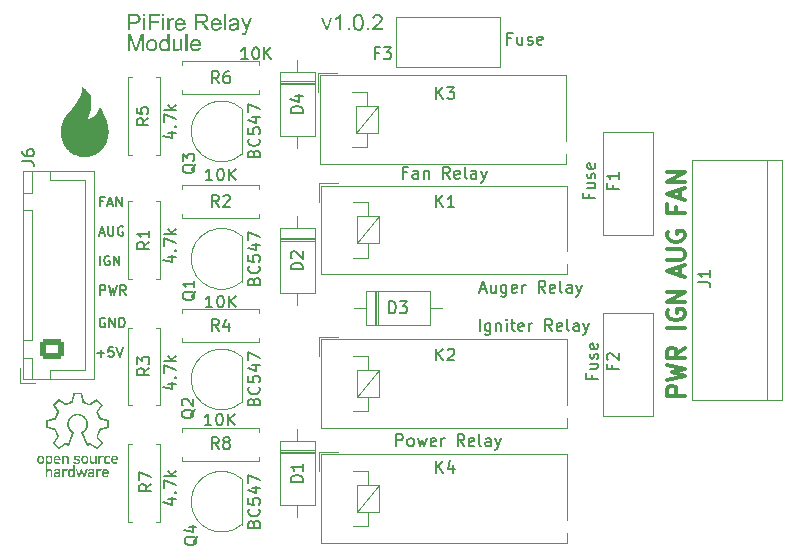
<source format=gto>
G04 #@! TF.GenerationSoftware,KiCad,Pcbnew,8.0.2-8.0.2-0~ubuntu22.04.1*
G04 #@! TF.CreationDate,2024-05-09T21:57:29-07:00*
G04 #@! TF.ProjectId,pifire-relay-module,70696669-7265-42d7-9265-6c61792d6d6f,rev?*
G04 #@! TF.SameCoordinates,Original*
G04 #@! TF.FileFunction,Legend,Top*
G04 #@! TF.FilePolarity,Positive*
%FSLAX46Y46*%
G04 Gerber Fmt 4.6, Leading zero omitted, Abs format (unit mm)*
G04 Created by KiCad (PCBNEW 8.0.2-8.0.2-0~ubuntu22.04.1) date 2024-05-09 21:57:29*
%MOMM*%
%LPD*%
G01*
G04 APERTURE LIST*
G04 Aperture macros list*
%AMRoundRect*
0 Rectangle with rounded corners*
0 $1 Rounding radius*
0 $2 $3 $4 $5 $6 $7 $8 $9 X,Y pos of 4 corners*
0 Add a 4 corners polygon primitive as box body*
4,1,4,$2,$3,$4,$5,$6,$7,$8,$9,$2,$3,0*
0 Add four circle primitives for the rounded corners*
1,1,$1+$1,$2,$3*
1,1,$1+$1,$4,$5*
1,1,$1+$1,$6,$7*
1,1,$1+$1,$8,$9*
0 Add four rect primitives between the rounded corners*
20,1,$1+$1,$2,$3,$4,$5,0*
20,1,$1+$1,$4,$5,$6,$7,0*
20,1,$1+$1,$6,$7,$8,$9,0*
20,1,$1+$1,$8,$9,$2,$3,0*%
G04 Aperture macros list end*
%ADD10C,0.000000*%
%ADD11C,0.150000*%
%ADD12C,0.300000*%
%ADD13C,0.100000*%
%ADD14C,0.120000*%
%ADD15O,1.800000X1.800000*%
%ADD16R,1.800000X1.800000*%
%ADD17R,2.200000X2.200000*%
%ADD18O,2.200000X2.200000*%
%ADD19C,1.600000*%
%ADD20O,1.600000X1.600000*%
%ADD21C,3.200000*%
%ADD22R,1.500000X1.050000*%
%ADD23O,1.500000X1.050000*%
%ADD24C,2.000000*%
%ADD25RoundRect,0.250000X0.725000X-0.600000X0.725000X0.600000X-0.725000X0.600000X-0.725000X-0.600000X0*%
%ADD26O,1.950000X1.700000*%
%ADD27R,3.000000X3.000000*%
%ADD28C,3.000000*%
G04 APERTURE END LIST*
D10*
G36*
X28415711Y-62750201D02*
G01*
X28430257Y-62751216D01*
X28444638Y-62752896D01*
X28458832Y-62755233D01*
X28472818Y-62758217D01*
X28486575Y-62761839D01*
X28500082Y-62766091D01*
X28513318Y-62770964D01*
X28526261Y-62776448D01*
X28538892Y-62782535D01*
X28551187Y-62789215D01*
X28563127Y-62796480D01*
X28574690Y-62804321D01*
X28585856Y-62812728D01*
X28596602Y-62821692D01*
X28606909Y-62831205D01*
X28616754Y-62841258D01*
X28626117Y-62851842D01*
X28634977Y-62862947D01*
X28643312Y-62874565D01*
X28651102Y-62886686D01*
X28658325Y-62899302D01*
X28664960Y-62912404D01*
X28670986Y-62925982D01*
X28676383Y-62940029D01*
X28681128Y-62954533D01*
X28685202Y-62969488D01*
X28688582Y-62984883D01*
X28691247Y-63000710D01*
X28693177Y-63016960D01*
X28694351Y-63033624D01*
X28694747Y-63050692D01*
X28694747Y-63168762D01*
X28250604Y-63168762D01*
X28250813Y-63179532D01*
X28251433Y-63189964D01*
X28252457Y-63200058D01*
X28253876Y-63209813D01*
X28255682Y-63219230D01*
X28257867Y-63228308D01*
X28260423Y-63237046D01*
X28263341Y-63245446D01*
X28266613Y-63253505D01*
X28270232Y-63261224D01*
X28274188Y-63268603D01*
X28278473Y-63275642D01*
X28283080Y-63282340D01*
X28287999Y-63288696D01*
X28293224Y-63294712D01*
X28298745Y-63300385D01*
X28304554Y-63305717D01*
X28310644Y-63310707D01*
X28317005Y-63315355D01*
X28323631Y-63319660D01*
X28330511Y-63323622D01*
X28337639Y-63327240D01*
X28345006Y-63330516D01*
X28352603Y-63333448D01*
X28360424Y-63336035D01*
X28368458Y-63338279D01*
X28376698Y-63340178D01*
X28385137Y-63341733D01*
X28393765Y-63342942D01*
X28402574Y-63343806D01*
X28411557Y-63344325D01*
X28420705Y-63344498D01*
X28431025Y-63344203D01*
X28441414Y-63343325D01*
X28451839Y-63341874D01*
X28462271Y-63339861D01*
X28472677Y-63337296D01*
X28483028Y-63334189D01*
X28493292Y-63330550D01*
X28503438Y-63326391D01*
X28513436Y-63321721D01*
X28523255Y-63316551D01*
X28532864Y-63310890D01*
X28542232Y-63304750D01*
X28551328Y-63298141D01*
X28560121Y-63291073D01*
X28568581Y-63283556D01*
X28576676Y-63275601D01*
X28680697Y-63364104D01*
X28667276Y-63378832D01*
X28653387Y-63392461D01*
X28639053Y-63405011D01*
X28624300Y-63416503D01*
X28609152Y-63426957D01*
X28593634Y-63436394D01*
X28577770Y-63444835D01*
X28561585Y-63452300D01*
X28545103Y-63458809D01*
X28528349Y-63464384D01*
X28511348Y-63469045D01*
X28494123Y-63472812D01*
X28476699Y-63475706D01*
X28459102Y-63477748D01*
X28441355Y-63478958D01*
X28423483Y-63479357D01*
X28395843Y-63478495D01*
X28367928Y-63475764D01*
X28340021Y-63470940D01*
X28312407Y-63463801D01*
X28285369Y-63454125D01*
X28272155Y-63448267D01*
X28259191Y-63441691D01*
X28246514Y-63434370D01*
X28234158Y-63426275D01*
X28222160Y-63417380D01*
X28210554Y-63407656D01*
X28199377Y-63397076D01*
X28188663Y-63385612D01*
X28178449Y-63373236D01*
X28168769Y-63359920D01*
X28159660Y-63345637D01*
X28151156Y-63330359D01*
X28143294Y-63314058D01*
X28136109Y-63296706D01*
X28129636Y-63278275D01*
X28123910Y-63258739D01*
X28118969Y-63238068D01*
X28114846Y-63216235D01*
X28111577Y-63193213D01*
X28109198Y-63168974D01*
X28107745Y-63143489D01*
X28107253Y-63116732D01*
X28107704Y-63091321D01*
X28109038Y-63066987D01*
X28110563Y-63050732D01*
X28250604Y-63050732D01*
X28551396Y-63050732D01*
X28550833Y-63040727D01*
X28549940Y-63031021D01*
X28548722Y-63021614D01*
X28547185Y-63012508D01*
X28545337Y-63003705D01*
X28543183Y-62995204D01*
X28540730Y-62987009D01*
X28537984Y-62979120D01*
X28534952Y-62971537D01*
X28531641Y-62964264D01*
X28528056Y-62957300D01*
X28524204Y-62950647D01*
X28520092Y-62944306D01*
X28515725Y-62938279D01*
X28511111Y-62932567D01*
X28506256Y-62927171D01*
X28501166Y-62922092D01*
X28495848Y-62917331D01*
X28490308Y-62912891D01*
X28484552Y-62908771D01*
X28478587Y-62904974D01*
X28472420Y-62901500D01*
X28466057Y-62898352D01*
X28459504Y-62895529D01*
X28452767Y-62893034D01*
X28445854Y-62890867D01*
X28438770Y-62889030D01*
X28431522Y-62887525D01*
X28424117Y-62886352D01*
X28416560Y-62885512D01*
X28408859Y-62885007D01*
X28401020Y-62884839D01*
X28393176Y-62885007D01*
X28385463Y-62885512D01*
X28377888Y-62886352D01*
X28370458Y-62887525D01*
X28363181Y-62889030D01*
X28356063Y-62890867D01*
X28349112Y-62893034D01*
X28342334Y-62895529D01*
X28335738Y-62898352D01*
X28329330Y-62901500D01*
X28323118Y-62904974D01*
X28317109Y-62908771D01*
X28311309Y-62912890D01*
X28305727Y-62917331D01*
X28300369Y-62922091D01*
X28295243Y-62927170D01*
X28290355Y-62932567D01*
X28285714Y-62938279D01*
X28281325Y-62944306D01*
X28277198Y-62950647D01*
X28273338Y-62957299D01*
X28269752Y-62964263D01*
X28266449Y-62971537D01*
X28263435Y-62979119D01*
X28260718Y-62987009D01*
X28258304Y-62995204D01*
X28256202Y-63003704D01*
X28254417Y-63012508D01*
X28252958Y-63021614D01*
X28251831Y-63031021D01*
X28251044Y-63040727D01*
X28250604Y-63050732D01*
X28110563Y-63050732D01*
X28111222Y-63043712D01*
X28114224Y-63021479D01*
X28118012Y-63000270D01*
X28122555Y-62980067D01*
X28127820Y-62960852D01*
X28133776Y-62942608D01*
X28140391Y-62925317D01*
X28147633Y-62908962D01*
X28155470Y-62893524D01*
X28163870Y-62878985D01*
X28172801Y-62865329D01*
X28182232Y-62852536D01*
X28192130Y-62840591D01*
X28202463Y-62829474D01*
X28213200Y-62819169D01*
X28224310Y-62809656D01*
X28235759Y-62800920D01*
X28247516Y-62792941D01*
X28259549Y-62785703D01*
X28271826Y-62779187D01*
X28284316Y-62773375D01*
X28296986Y-62768251D01*
X28309805Y-62763796D01*
X28322741Y-62759993D01*
X28335761Y-62756823D01*
X28348835Y-62754269D01*
X28375013Y-62750939D01*
X28401020Y-62749861D01*
X28415711Y-62750201D01*
G37*
G36*
X32697426Y-62750012D02*
G01*
X32707371Y-62750462D01*
X32717185Y-62751205D01*
X32726867Y-62752235D01*
X32745833Y-62755132D01*
X32764267Y-62759105D01*
X32782168Y-62764108D01*
X32799531Y-62770093D01*
X32816356Y-62777013D01*
X32832640Y-62784821D01*
X32848380Y-62793469D01*
X32863573Y-62802910D01*
X32878219Y-62813097D01*
X32892313Y-62823983D01*
X32905854Y-62835520D01*
X32918840Y-62847661D01*
X32931268Y-62860359D01*
X32943135Y-62873567D01*
X32837724Y-62967746D01*
X32830966Y-62959728D01*
X32823853Y-62952033D01*
X32816397Y-62944689D01*
X32808608Y-62937722D01*
X32800496Y-62931158D01*
X32792073Y-62925025D01*
X32783349Y-62919349D01*
X32774334Y-62914157D01*
X32765039Y-62909476D01*
X32755475Y-62905332D01*
X32745652Y-62901752D01*
X32735580Y-62898764D01*
X32725271Y-62896392D01*
X32714735Y-62894666D01*
X32703983Y-62893610D01*
X32693024Y-62893252D01*
X32671711Y-62894032D01*
X32651550Y-62896394D01*
X32641910Y-62898180D01*
X32632570Y-62900375D01*
X32623533Y-62902982D01*
X32614802Y-62906008D01*
X32606383Y-62909455D01*
X32598279Y-62913329D01*
X32590493Y-62917633D01*
X32583030Y-62922373D01*
X32575893Y-62927551D01*
X32569086Y-62933174D01*
X32562614Y-62939245D01*
X32556479Y-62945769D01*
X32550687Y-62952749D01*
X32545240Y-62960191D01*
X32540142Y-62968098D01*
X32535398Y-62976476D01*
X32531011Y-62985328D01*
X32526986Y-62994658D01*
X32523326Y-63004472D01*
X32520034Y-63014774D01*
X32517115Y-63025568D01*
X32514573Y-63036857D01*
X32512411Y-63048648D01*
X32510634Y-63060943D01*
X32508248Y-63087067D01*
X32507446Y-63115264D01*
X32507647Y-63129505D01*
X32508248Y-63143231D01*
X32509246Y-63156447D01*
X32510636Y-63169156D01*
X32512414Y-63181362D01*
X32514576Y-63193071D01*
X32517120Y-63204285D01*
X32520040Y-63215009D01*
X32523332Y-63225247D01*
X32526994Y-63235004D01*
X32531021Y-63244282D01*
X32535409Y-63253087D01*
X32540154Y-63261423D01*
X32545253Y-63269293D01*
X32550701Y-63276702D01*
X32556494Y-63283653D01*
X32562630Y-63290151D01*
X32569103Y-63296201D01*
X32575910Y-63301805D01*
X32583047Y-63306969D01*
X32590511Y-63311696D01*
X32598297Y-63315990D01*
X32606401Y-63319856D01*
X32614819Y-63323298D01*
X32623549Y-63326319D01*
X32632585Y-63328924D01*
X32641923Y-63331117D01*
X32651561Y-63332902D01*
X32661494Y-63334284D01*
X32671718Y-63335265D01*
X32682229Y-63335851D01*
X32693024Y-63336046D01*
X32698528Y-63335956D01*
X32703982Y-63335688D01*
X32709384Y-63335245D01*
X32714734Y-63334632D01*
X32725268Y-63332905D01*
X32735575Y-63330534D01*
X32745644Y-63327545D01*
X32755464Y-63323965D01*
X32765026Y-63319822D01*
X32774319Y-63315140D01*
X32783332Y-63309948D01*
X32792056Y-63304272D01*
X32800479Y-63298139D01*
X32808591Y-63291576D01*
X32816382Y-63284609D01*
X32823842Y-63277264D01*
X32830959Y-63269570D01*
X32837724Y-63261552D01*
X32943135Y-63355730D01*
X32931274Y-63368917D01*
X32918853Y-63381598D01*
X32905872Y-63393725D01*
X32892335Y-63405251D01*
X32878244Y-63416128D01*
X32863601Y-63426309D01*
X32848408Y-63435746D01*
X32832669Y-63444392D01*
X32816385Y-63452198D01*
X32799559Y-63459118D01*
X32782193Y-63465104D01*
X32764290Y-63470108D01*
X32745851Y-63474083D01*
X32726880Y-63476981D01*
X32707378Y-63478755D01*
X32687348Y-63479357D01*
X32656622Y-63478126D01*
X32626251Y-63474382D01*
X32596460Y-63468049D01*
X32567473Y-63459051D01*
X32553352Y-63453528D01*
X32539515Y-63447310D01*
X32525993Y-63440387D01*
X32512811Y-63432750D01*
X32500000Y-63424389D01*
X32487585Y-63415294D01*
X32475597Y-63405457D01*
X32464062Y-63394867D01*
X32453008Y-63383515D01*
X32442465Y-63371391D01*
X32432459Y-63358485D01*
X32423019Y-63344789D01*
X32414173Y-63330293D01*
X32405949Y-63314986D01*
X32398375Y-63298860D01*
X32391480Y-63281905D01*
X32385290Y-63264111D01*
X32379835Y-63245468D01*
X32375142Y-63225968D01*
X32371239Y-63205600D01*
X32368155Y-63184356D01*
X32365917Y-63162224D01*
X32364554Y-63139197D01*
X32364094Y-63115264D01*
X32364554Y-63091219D01*
X32365917Y-63068086D01*
X32368155Y-63045855D01*
X32371239Y-63024518D01*
X32375142Y-63004063D01*
X32379835Y-62984482D01*
X32385290Y-62965764D01*
X32391480Y-62947899D01*
X32398375Y-62930879D01*
X32405949Y-62914692D01*
X32414173Y-62899330D01*
X32423019Y-62884783D01*
X32432459Y-62871040D01*
X32442465Y-62858093D01*
X32453008Y-62845931D01*
X32464062Y-62834544D01*
X32475597Y-62823923D01*
X32487585Y-62814058D01*
X32500000Y-62804940D01*
X32512811Y-62796558D01*
X32525993Y-62788902D01*
X32539515Y-62781964D01*
X32553352Y-62775732D01*
X32567473Y-62770198D01*
X32581852Y-62765352D01*
X32596460Y-62761183D01*
X32611269Y-62757683D01*
X32626251Y-62754841D01*
X32641378Y-62752648D01*
X32656622Y-62751093D01*
X32687348Y-62749861D01*
X32697426Y-62750012D01*
G37*
G36*
X29159263Y-62750112D02*
G01*
X29169779Y-62750864D01*
X29190900Y-62753861D01*
X29211967Y-62758838D01*
X29232773Y-62765782D01*
X29243012Y-62769987D01*
X29253108Y-62774678D01*
X29263035Y-62779854D01*
X29272767Y-62785512D01*
X29282277Y-62791651D01*
X29291539Y-62798269D01*
X29300528Y-62805364D01*
X29309218Y-62812935D01*
X29317583Y-62820979D01*
X29325596Y-62829495D01*
X29333232Y-62838482D01*
X29340465Y-62847937D01*
X29347268Y-62857858D01*
X29353616Y-62868244D01*
X29359483Y-62879093D01*
X29364843Y-62890403D01*
X29369669Y-62902173D01*
X29373937Y-62914400D01*
X29377619Y-62927083D01*
X29380689Y-62940220D01*
X29383123Y-62953810D01*
X29384894Y-62967849D01*
X29385975Y-62982338D01*
X29386341Y-62997273D01*
X29386341Y-63470904D01*
X29242990Y-63470904D01*
X29242990Y-63046526D01*
X29242814Y-63037549D01*
X29242291Y-63028814D01*
X29241430Y-63020324D01*
X29240236Y-63012082D01*
X29238718Y-63004090D01*
X29236884Y-62996352D01*
X29234739Y-62988870D01*
X29232293Y-62981646D01*
X29229553Y-62974685D01*
X29226526Y-62967988D01*
X29223219Y-62961559D01*
X29219639Y-62955399D01*
X29215796Y-62949513D01*
X29211695Y-62943903D01*
X29207344Y-62938571D01*
X29202752Y-62933521D01*
X29197924Y-62928755D01*
X29192869Y-62924276D01*
X29187595Y-62920087D01*
X29182108Y-62916191D01*
X29176416Y-62912590D01*
X29170527Y-62909288D01*
X29164448Y-62906287D01*
X29158186Y-62903590D01*
X29151749Y-62901199D01*
X29145145Y-62899118D01*
X29138380Y-62897350D01*
X29131463Y-62895897D01*
X29124400Y-62894762D01*
X29117200Y-62893947D01*
X29109870Y-62893457D01*
X29102417Y-62893293D01*
X29094837Y-62893457D01*
X29087389Y-62893947D01*
X29080078Y-62894762D01*
X29072912Y-62895897D01*
X29065899Y-62897350D01*
X29059045Y-62899118D01*
X29052358Y-62901199D01*
X29045845Y-62903590D01*
X29039513Y-62906287D01*
X29033369Y-62909288D01*
X29027421Y-62912590D01*
X29021676Y-62916191D01*
X29016140Y-62920087D01*
X29010822Y-62924276D01*
X29005728Y-62928755D01*
X29000866Y-62933521D01*
X28996243Y-62938571D01*
X28991866Y-62943902D01*
X28987742Y-62949513D01*
X28983878Y-62955399D01*
X28980282Y-62961558D01*
X28976961Y-62967988D01*
X28973922Y-62974685D01*
X28971173Y-62981646D01*
X28968719Y-62988869D01*
X28966570Y-62996351D01*
X28964731Y-63004090D01*
X28963211Y-63012082D01*
X28962016Y-63020324D01*
X28961153Y-63028814D01*
X28960630Y-63037549D01*
X28960455Y-63046526D01*
X28960455Y-63470904D01*
X28817103Y-63470904D01*
X28817103Y-62758315D01*
X28960455Y-62758315D01*
X28960455Y-62834198D01*
X28963312Y-62834198D01*
X28971965Y-62823989D01*
X28981069Y-62814439D01*
X28990611Y-62805546D01*
X29000579Y-62797312D01*
X29010959Y-62789735D01*
X29021740Y-62782817D01*
X29032909Y-62776557D01*
X29044453Y-62770956D01*
X29056360Y-62766013D01*
X29068617Y-62761728D01*
X29081212Y-62758103D01*
X29094132Y-62755136D01*
X29107364Y-62752829D01*
X29120897Y-62751180D01*
X29134717Y-62750191D01*
X29148811Y-62749861D01*
X29159263Y-62750112D01*
G37*
G36*
X31317337Y-63182773D02*
G01*
X31317513Y-63191743D01*
X31318035Y-63200471D01*
X31318898Y-63208956D01*
X31320093Y-63217194D01*
X31321613Y-63225182D01*
X31323452Y-63232917D01*
X31325601Y-63240397D01*
X31328054Y-63247619D01*
X31330804Y-63254579D01*
X31333842Y-63261275D01*
X31337163Y-63267705D01*
X31340758Y-63273864D01*
X31344621Y-63279751D01*
X31348745Y-63285363D01*
X31353121Y-63290696D01*
X31357744Y-63295748D01*
X31362605Y-63300515D01*
X31367697Y-63304996D01*
X31373014Y-63309188D01*
X31378548Y-63313086D01*
X31384292Y-63316689D01*
X31390238Y-63319994D01*
X31396380Y-63322998D01*
X31402710Y-63325697D01*
X31409221Y-63328090D01*
X31415906Y-63330173D01*
X31422757Y-63331943D01*
X31429768Y-63333398D01*
X31436931Y-63334535D01*
X31444238Y-63335350D01*
X31451683Y-63335841D01*
X31459259Y-63336006D01*
X31466716Y-63335841D01*
X31474050Y-63335350D01*
X31481253Y-63334535D01*
X31488318Y-63333398D01*
X31495238Y-63331943D01*
X31502005Y-63330173D01*
X31508612Y-63328090D01*
X31515051Y-63325697D01*
X31521315Y-63322998D01*
X31527396Y-63319994D01*
X31533287Y-63316689D01*
X31538980Y-63313086D01*
X31544469Y-63309188D01*
X31549744Y-63304996D01*
X31554800Y-63300515D01*
X31559629Y-63295748D01*
X31564222Y-63290696D01*
X31568574Y-63285363D01*
X31572675Y-63279751D01*
X31576519Y-63273864D01*
X31580099Y-63267705D01*
X31583406Y-63261275D01*
X31586434Y-63254579D01*
X31589175Y-63247619D01*
X31591621Y-63240397D01*
X31593765Y-63232917D01*
X31595600Y-63225182D01*
X31597118Y-63217194D01*
X31598312Y-63208956D01*
X31599174Y-63200471D01*
X31599696Y-63191743D01*
X31599872Y-63182773D01*
X31599872Y-62758314D01*
X31743183Y-62758314D01*
X31743183Y-63470983D01*
X31599872Y-63470983D01*
X31599872Y-63395021D01*
X31597094Y-63395021D01*
X31588434Y-63405229D01*
X31579325Y-63414780D01*
X31569782Y-63423672D01*
X31559821Y-63431907D01*
X31549456Y-63439483D01*
X31538701Y-63446401D01*
X31527571Y-63452661D01*
X31516082Y-63458263D01*
X31504247Y-63463206D01*
X31492082Y-63467490D01*
X31479602Y-63471115D01*
X31466821Y-63474082D01*
X31453754Y-63476389D01*
X31440415Y-63478038D01*
X31426820Y-63479027D01*
X31412984Y-63479357D01*
X31402406Y-63479106D01*
X31391771Y-63478354D01*
X31370435Y-63475357D01*
X31349180Y-63470380D01*
X31338648Y-63467153D01*
X31328213Y-63463437D01*
X31317902Y-63459233D01*
X31307740Y-63454542D01*
X31297752Y-63449368D01*
X31287966Y-63443711D01*
X31278406Y-63437573D01*
X31269098Y-63430956D01*
X31260068Y-63423862D01*
X31251341Y-63416293D01*
X31242944Y-63408251D01*
X31234902Y-63399737D01*
X31227241Y-63390753D01*
X31219987Y-63381301D01*
X31213165Y-63371383D01*
X31206801Y-63361000D01*
X31200921Y-63350155D01*
X31195551Y-63338848D01*
X31190716Y-63327083D01*
X31186442Y-63314861D01*
X31182755Y-63302183D01*
X31179681Y-63289051D01*
X31177245Y-63275468D01*
X31175473Y-63261434D01*
X31174391Y-63246953D01*
X31174025Y-63232025D01*
X31174025Y-62758314D01*
X31317337Y-62758314D01*
X31317337Y-63182773D01*
G37*
G36*
X31301037Y-63876184D02*
G01*
X31331935Y-63878359D01*
X31361357Y-63882086D01*
X31375484Y-63884558D01*
X31389205Y-63887450D01*
X31402509Y-63890773D01*
X31415383Y-63894536D01*
X31427815Y-63898750D01*
X31439793Y-63903427D01*
X31451305Y-63908576D01*
X31462338Y-63914208D01*
X31472882Y-63920334D01*
X31482922Y-63926963D01*
X31492449Y-63934107D01*
X31501448Y-63941777D01*
X31509908Y-63949982D01*
X31517818Y-63958733D01*
X31525164Y-63968041D01*
X31531936Y-63977917D01*
X31538119Y-63988370D01*
X31543704Y-63999411D01*
X31548677Y-64011052D01*
X31553026Y-64023302D01*
X31556739Y-64036172D01*
X31559804Y-64049672D01*
X31562209Y-64063814D01*
X31563942Y-64078607D01*
X31564991Y-64094062D01*
X31565343Y-64110190D01*
X31565343Y-64596521D01*
X31421913Y-64596521D01*
X31421913Y-64533259D01*
X31419135Y-64533259D01*
X31413360Y-64542181D01*
X31407083Y-64550482D01*
X31400261Y-64558167D01*
X31392854Y-64565243D01*
X31384820Y-64571717D01*
X31376119Y-64577595D01*
X31366711Y-64582882D01*
X31356552Y-64587587D01*
X31345604Y-64591714D01*
X31333825Y-64595270D01*
X31321173Y-64598262D01*
X31307609Y-64600695D01*
X31293090Y-64602577D01*
X31277576Y-64603913D01*
X31261026Y-64604710D01*
X31243398Y-64604975D01*
X31228703Y-64604701D01*
X31214398Y-64603887D01*
X31200491Y-64602545D01*
X31186985Y-64600686D01*
X31173886Y-64598323D01*
X31161198Y-64595468D01*
X31148927Y-64592132D01*
X31137077Y-64588326D01*
X31125653Y-64584064D01*
X31114660Y-64579356D01*
X31104103Y-64574215D01*
X31093986Y-64568652D01*
X31084316Y-64562680D01*
X31075096Y-64556310D01*
X31066332Y-64549553D01*
X31058028Y-64542422D01*
X31050189Y-64534929D01*
X31042821Y-64527085D01*
X31035928Y-64518903D01*
X31029514Y-64510393D01*
X31023586Y-64501569D01*
X31018148Y-64492441D01*
X31013204Y-64483022D01*
X31008760Y-64473323D01*
X31004820Y-64463357D01*
X31001390Y-64453135D01*
X30998474Y-64442668D01*
X30996077Y-64431970D01*
X30994204Y-64421051D01*
X30992860Y-64409924D01*
X30992051Y-64398599D01*
X30991780Y-64387090D01*
X30991932Y-64380065D01*
X31126796Y-64380065D01*
X31127247Y-64388943D01*
X31128618Y-64397637D01*
X31130941Y-64406094D01*
X31134246Y-64414259D01*
X31136276Y-64418216D01*
X31138564Y-64422079D01*
X31141113Y-64425844D01*
X31143927Y-64429501D01*
X31147009Y-64433046D01*
X31150364Y-64436471D01*
X31153995Y-64439770D01*
X31157906Y-64442935D01*
X31162102Y-64445961D01*
X31166585Y-64448840D01*
X31171360Y-64451565D01*
X31176431Y-64454131D01*
X31181801Y-64456530D01*
X31187474Y-64458755D01*
X31193455Y-64460801D01*
X31199746Y-64462659D01*
X31213278Y-64465789D01*
X31228099Y-64468091D01*
X31244241Y-64469512D01*
X31261734Y-64469997D01*
X31283220Y-64469828D01*
X31302916Y-64469238D01*
X31320880Y-64468100D01*
X31337165Y-64466289D01*
X31344696Y-64465092D01*
X31351828Y-64463680D01*
X31358569Y-64462036D01*
X31364925Y-64460146D01*
X31370903Y-64457993D01*
X31376511Y-64455561D01*
X31381754Y-64452836D01*
X31386641Y-64449801D01*
X31391177Y-64446440D01*
X31395371Y-64442739D01*
X31399228Y-64438680D01*
X31402757Y-64434249D01*
X31405963Y-64429429D01*
X31408854Y-64424206D01*
X31411436Y-64418563D01*
X31413717Y-64412484D01*
X31415704Y-64405954D01*
X31417404Y-64398957D01*
X31418823Y-64391478D01*
X31419968Y-64383500D01*
X31420847Y-64375008D01*
X31421466Y-64365986D01*
X31421832Y-64356419D01*
X31421953Y-64346291D01*
X31421952Y-64346291D01*
X31421952Y-64294261D01*
X31250502Y-64294261D01*
X31242727Y-64294359D01*
X31235215Y-64294653D01*
X31227964Y-64295138D01*
X31220973Y-64295813D01*
X31214242Y-64296675D01*
X31207769Y-64297720D01*
X31201553Y-64298947D01*
X31195594Y-64300351D01*
X31189890Y-64301930D01*
X31184440Y-64303682D01*
X31179244Y-64305603D01*
X31174299Y-64307691D01*
X31169606Y-64309942D01*
X31165163Y-64312355D01*
X31160969Y-64314925D01*
X31157023Y-64317651D01*
X31153325Y-64320530D01*
X31149872Y-64323558D01*
X31146664Y-64326732D01*
X31143701Y-64330051D01*
X31140980Y-64333511D01*
X31138501Y-64337108D01*
X31136264Y-64340842D01*
X31134266Y-64344708D01*
X31132507Y-64348703D01*
X31130986Y-64352826D01*
X31129701Y-64357072D01*
X31128653Y-64361440D01*
X31127839Y-64365925D01*
X31127259Y-64370527D01*
X31126912Y-64375241D01*
X31126796Y-64380065D01*
X30991932Y-64380065D01*
X30992010Y-64376471D01*
X30992702Y-64365965D01*
X30993853Y-64355586D01*
X30995464Y-64345350D01*
X30997533Y-64335271D01*
X31000059Y-64325364D01*
X31003043Y-64315643D01*
X31006482Y-64306124D01*
X31010376Y-64296821D01*
X31014725Y-64287748D01*
X31019527Y-64278920D01*
X31024782Y-64270353D01*
X31030489Y-64262060D01*
X31036647Y-64254056D01*
X31043256Y-64246357D01*
X31050314Y-64238976D01*
X31057820Y-64231929D01*
X31065775Y-64225230D01*
X31074176Y-64218894D01*
X31083024Y-64212935D01*
X31092317Y-64207369D01*
X31102055Y-64202210D01*
X31112237Y-64197472D01*
X31122862Y-64193171D01*
X31133929Y-64189320D01*
X31145437Y-64185935D01*
X31157386Y-64183031D01*
X31169775Y-64180622D01*
X31182603Y-64178723D01*
X31195870Y-64177348D01*
X31209573Y-64176512D01*
X31223713Y-64176230D01*
X31421913Y-64176230D01*
X31421913Y-64101737D01*
X31421398Y-64089599D01*
X31420751Y-64083903D01*
X31419840Y-64078450D01*
X31418662Y-64073239D01*
X31417215Y-64068263D01*
X31415495Y-64063522D01*
X31413500Y-64059009D01*
X31411228Y-64054723D01*
X31408674Y-64050660D01*
X31405837Y-64046815D01*
X31402713Y-64043186D01*
X31399299Y-64039768D01*
X31395594Y-64036559D01*
X31391594Y-64033555D01*
X31387296Y-64030751D01*
X31382697Y-64028145D01*
X31377794Y-64025733D01*
X31367067Y-64021477D01*
X31355093Y-64017954D01*
X31341847Y-64015136D01*
X31327308Y-64012993D01*
X31311453Y-64011498D01*
X31294259Y-64010622D01*
X31275704Y-64010337D01*
X31262191Y-64010505D01*
X31249559Y-64011023D01*
X31237763Y-64011909D01*
X31226761Y-64013181D01*
X31221544Y-64013968D01*
X31216509Y-64014857D01*
X31211651Y-64015853D01*
X31206964Y-64016957D01*
X31202443Y-64018170D01*
X31198082Y-64019497D01*
X31193876Y-64020938D01*
X31189820Y-64022496D01*
X31185909Y-64024174D01*
X31182135Y-64025973D01*
X31178496Y-64027896D01*
X31174984Y-64029946D01*
X31171595Y-64032124D01*
X31168322Y-64034433D01*
X31165162Y-64036876D01*
X31162107Y-64039453D01*
X31159154Y-64042169D01*
X31156296Y-64045024D01*
X31153527Y-64048022D01*
X31150844Y-64051164D01*
X31148239Y-64054453D01*
X31145708Y-64057891D01*
X31143246Y-64061481D01*
X31140846Y-64065225D01*
X31028372Y-63979499D01*
X31038930Y-63965813D01*
X31050056Y-63953220D01*
X31061756Y-63941692D01*
X31074036Y-63931200D01*
X31086901Y-63921714D01*
X31100357Y-63913205D01*
X31114411Y-63905644D01*
X31129069Y-63899003D01*
X31144335Y-63893252D01*
X31160217Y-63888362D01*
X31176720Y-63884304D01*
X31193850Y-63881049D01*
X31211613Y-63878568D01*
X31230014Y-63876832D01*
X31249061Y-63875812D01*
X31268759Y-63875478D01*
X31301037Y-63876184D01*
G37*
G36*
X32065216Y-63875723D02*
G01*
X32075680Y-63876450D01*
X32085931Y-63877645D01*
X32095977Y-63879298D01*
X32105827Y-63881396D01*
X32115489Y-63883925D01*
X32124970Y-63886875D01*
X32134279Y-63890232D01*
X32143423Y-63893985D01*
X32152412Y-63898120D01*
X32161253Y-63902627D01*
X32169953Y-63907491D01*
X32178522Y-63912702D01*
X32186967Y-63918246D01*
X32195297Y-63924112D01*
X32203519Y-63930287D01*
X32099498Y-64053993D01*
X32093283Y-64049418D01*
X32087266Y-64045199D01*
X32081415Y-64041327D01*
X32075696Y-64037794D01*
X32070076Y-64034591D01*
X32064522Y-64031710D01*
X32059001Y-64029143D01*
X32053480Y-64026882D01*
X32047925Y-64024917D01*
X32042303Y-64023242D01*
X32036582Y-64021847D01*
X32030728Y-64020725D01*
X32024707Y-64019866D01*
X32018488Y-64019263D01*
X32012036Y-64018907D01*
X32005319Y-64018790D01*
X31992167Y-64019322D01*
X31979149Y-64020929D01*
X31966363Y-64023633D01*
X31953909Y-64027453D01*
X31947837Y-64029788D01*
X31941884Y-64032410D01*
X31936064Y-64035321D01*
X31930388Y-64038524D01*
X31924869Y-64042022D01*
X31919518Y-64045816D01*
X31914350Y-64049910D01*
X31909375Y-64054306D01*
X31904606Y-64059006D01*
X31900055Y-64064013D01*
X31895735Y-64069330D01*
X31891658Y-64074959D01*
X31887836Y-64080903D01*
X31884282Y-64087164D01*
X31881008Y-64093745D01*
X31878026Y-64100648D01*
X31875349Y-64107875D01*
X31872989Y-64115430D01*
X31870958Y-64123315D01*
X31869269Y-64131533D01*
X31867934Y-64140085D01*
X31866965Y-64148975D01*
X31866374Y-64158205D01*
X31866175Y-64167777D01*
X31866175Y-64596521D01*
X31722863Y-64596521D01*
X31722863Y-63883931D01*
X31866175Y-63883931D01*
X31866175Y-63959814D01*
X31869032Y-63959814D01*
X31877692Y-63949606D01*
X31886801Y-63940056D01*
X31896346Y-63931163D01*
X31906316Y-63922929D01*
X31916697Y-63915352D01*
X31927478Y-63908434D01*
X31938646Y-63902174D01*
X31950188Y-63896572D01*
X31962093Y-63891629D01*
X31974348Y-63887345D01*
X31986940Y-63883720D01*
X31999858Y-63880753D01*
X32013088Y-63878446D01*
X32026619Y-63876797D01*
X32040437Y-63875808D01*
X32054531Y-63875478D01*
X32065216Y-63875723D01*
G37*
G36*
X30919666Y-33627307D02*
G01*
X30912577Y-33675353D01*
X30910155Y-33724635D01*
X30912155Y-33775014D01*
X30918328Y-33826353D01*
X30928431Y-33878513D01*
X30942217Y-33931356D01*
X30959439Y-33984743D01*
X30979851Y-34038536D01*
X31003209Y-34092597D01*
X31029264Y-34146788D01*
X31057772Y-34200969D01*
X31121161Y-34308751D01*
X31191406Y-34414837D01*
X31266539Y-34518120D01*
X31344591Y-34617492D01*
X31423594Y-34711848D01*
X31501579Y-34800080D01*
X31576578Y-34881082D01*
X31646621Y-34953747D01*
X31763968Y-35069636D01*
X31811890Y-35117751D01*
X31857381Y-35168023D01*
X31900350Y-35220366D01*
X31940707Y-35274691D01*
X31978360Y-35330912D01*
X32013217Y-35388941D01*
X32045188Y-35448691D01*
X32074181Y-35510074D01*
X32100105Y-35573003D01*
X32122868Y-35637390D01*
X32142380Y-35703147D01*
X32158548Y-35770188D01*
X32171283Y-35838425D01*
X32180492Y-35907770D01*
X32186084Y-35978137D01*
X32187969Y-36049437D01*
X32186085Y-36120754D01*
X32180495Y-36191134D01*
X32171289Y-36260491D01*
X32158559Y-36328737D01*
X32142395Y-36395785D01*
X32122888Y-36461548D01*
X32100130Y-36525939D01*
X32074211Y-36588871D01*
X32045222Y-36650258D01*
X32013254Y-36710011D01*
X31978397Y-36768044D01*
X31940744Y-36824270D01*
X31900385Y-36878602D01*
X31857411Y-36930953D01*
X31811913Y-36981235D01*
X31763981Y-37029362D01*
X31713707Y-37075247D01*
X31661181Y-37118802D01*
X31606496Y-37159941D01*
X31549741Y-37198576D01*
X31491007Y-37234620D01*
X31430386Y-37267987D01*
X31367968Y-37298590D01*
X31303844Y-37326340D01*
X31238106Y-37351152D01*
X31170844Y-37372938D01*
X31102150Y-37391611D01*
X31032113Y-37407084D01*
X30960826Y-37419271D01*
X30888378Y-37428083D01*
X30814862Y-37433434D01*
X30740367Y-37435237D01*
X30665882Y-37433434D01*
X30592374Y-37428083D01*
X30519935Y-37419271D01*
X30448655Y-37407084D01*
X30378626Y-37391611D01*
X30309938Y-37372938D01*
X30242682Y-37351152D01*
X30176949Y-37326340D01*
X30112831Y-37298590D01*
X30050418Y-37267987D01*
X29989801Y-37234620D01*
X29931071Y-37198576D01*
X29874320Y-37159941D01*
X29819637Y-37118802D01*
X29767115Y-37075247D01*
X29716843Y-37029362D01*
X29668914Y-36981235D01*
X29623417Y-36930953D01*
X29580445Y-36878602D01*
X29540087Y-36824270D01*
X29502435Y-36768044D01*
X29467580Y-36710011D01*
X29435613Y-36650258D01*
X29406624Y-36588871D01*
X29380706Y-36525939D01*
X29357948Y-36461548D01*
X29338441Y-36395785D01*
X29322278Y-36328737D01*
X29309547Y-36260491D01*
X29300342Y-36191134D01*
X29294752Y-36120754D01*
X29292868Y-36049437D01*
X29293479Y-36013127D01*
X29295298Y-35975959D01*
X29298305Y-35937973D01*
X29302481Y-35899204D01*
X29307805Y-35859692D01*
X29314257Y-35819475D01*
X29321818Y-35778590D01*
X29330468Y-35737075D01*
X29350954Y-35652308D01*
X29375556Y-35565477D01*
X29404114Y-35476885D01*
X29436469Y-35386838D01*
X29454126Y-35341829D01*
X29472868Y-35297456D01*
X29492645Y-35253630D01*
X29513410Y-35210264D01*
X29535114Y-35167268D01*
X29557709Y-35124556D01*
X29605380Y-35039625D01*
X29656037Y-34954764D01*
X29709294Y-34869267D01*
X29822067Y-34693538D01*
X29848455Y-34756661D01*
X29877075Y-34816302D01*
X29907683Y-34872522D01*
X29940036Y-34925382D01*
X29973891Y-34974945D01*
X30009002Y-35021270D01*
X30045128Y-35064419D01*
X30082024Y-35104453D01*
X30119447Y-35141434D01*
X30157153Y-35175422D01*
X30194898Y-35206479D01*
X30232440Y-35234666D01*
X30269534Y-35260044D01*
X30305936Y-35282674D01*
X30341404Y-35302618D01*
X30375693Y-35319937D01*
X30408560Y-35334692D01*
X30439761Y-35346944D01*
X30469054Y-35356754D01*
X30496193Y-35364184D01*
X30520936Y-35369294D01*
X30543038Y-35372146D01*
X30562257Y-35372802D01*
X30578349Y-35371321D01*
X30591070Y-35367767D01*
X30600176Y-35362198D01*
X30605424Y-35354678D01*
X30606571Y-35345267D01*
X30603372Y-35334026D01*
X30595585Y-35321017D01*
X30582964Y-35306300D01*
X30565268Y-35289937D01*
X30543812Y-35269439D01*
X30523515Y-35245362D01*
X30504361Y-35217948D01*
X30486334Y-35187438D01*
X30469420Y-35154073D01*
X30453603Y-35118096D01*
X30425198Y-35039269D01*
X30400994Y-34952889D01*
X30380868Y-34860888D01*
X30364697Y-34765197D01*
X30352356Y-34667749D01*
X30343721Y-34570476D01*
X30338670Y-34475309D01*
X30337077Y-34384180D01*
X30338820Y-34299022D01*
X30343774Y-34221767D01*
X30351816Y-34154347D01*
X30362822Y-34098692D01*
X30376668Y-34056737D01*
X30447187Y-33985969D01*
X30515910Y-33914986D01*
X30583571Y-33845504D01*
X30617233Y-33811861D01*
X30650905Y-33779236D01*
X30684679Y-33747845D01*
X30718647Y-33717901D01*
X30752901Y-33689618D01*
X30787532Y-33663211D01*
X30822633Y-33638896D01*
X30858294Y-33616885D01*
X30894609Y-33597394D01*
X30913040Y-33588660D01*
X30931668Y-33580636D01*
X30919666Y-33627307D01*
G37*
G36*
X30108950Y-62750382D02*
G01*
X30131029Y-62751688D01*
X30152229Y-62753835D01*
X30172589Y-62756798D01*
X30192148Y-62760552D01*
X30210945Y-62765073D01*
X30229021Y-62770335D01*
X30246414Y-62776313D01*
X30263164Y-62782984D01*
X30279310Y-62790322D01*
X30294892Y-62798303D01*
X30309948Y-62806901D01*
X30324519Y-62816093D01*
X30338643Y-62825852D01*
X30352360Y-62836155D01*
X30365710Y-62846977D01*
X30277206Y-62950919D01*
X30266648Y-62943702D01*
X30256028Y-62936800D01*
X30245320Y-62930234D01*
X30234498Y-62924024D01*
X30223535Y-62918191D01*
X30212404Y-62912757D01*
X30201079Y-62907741D01*
X30189532Y-62903165D01*
X30177737Y-62899049D01*
X30165668Y-62895414D01*
X30153297Y-62892282D01*
X30140599Y-62889672D01*
X30127546Y-62887606D01*
X30114112Y-62886105D01*
X30100269Y-62885189D01*
X30085992Y-62884879D01*
X30077607Y-62884985D01*
X30069570Y-62885302D01*
X30061877Y-62885824D01*
X30054521Y-62886547D01*
X30047497Y-62887467D01*
X30040800Y-62888580D01*
X30034425Y-62889880D01*
X30028366Y-62891364D01*
X30022618Y-62893027D01*
X30017175Y-62894865D01*
X30012032Y-62896873D01*
X30007184Y-62899048D01*
X30002625Y-62901384D01*
X29998349Y-62903877D01*
X29994352Y-62906522D01*
X29990628Y-62909316D01*
X29987171Y-62912254D01*
X29983977Y-62915332D01*
X29981039Y-62918545D01*
X29978352Y-62921888D01*
X29975912Y-62925358D01*
X29973712Y-62928950D01*
X29971747Y-62932659D01*
X29970012Y-62936481D01*
X29968501Y-62940412D01*
X29967210Y-62944448D01*
X29966131Y-62948583D01*
X29965261Y-62952814D01*
X29964594Y-62957136D01*
X29964124Y-62961544D01*
X29963846Y-62966035D01*
X29963754Y-62970604D01*
X29964024Y-62976394D01*
X29964860Y-62982148D01*
X29966300Y-62987828D01*
X29968384Y-62993397D01*
X29971152Y-62998818D01*
X29974642Y-63004054D01*
X29978893Y-63009068D01*
X29981317Y-63011480D01*
X29983946Y-63013823D01*
X29986784Y-63016093D01*
X29989838Y-63018283D01*
X29993111Y-63020390D01*
X29996609Y-63022410D01*
X30000337Y-63024337D01*
X30004299Y-63026167D01*
X30012946Y-63029517D01*
X30022590Y-63032424D01*
X30033270Y-63034850D01*
X30045024Y-63036759D01*
X30057893Y-63038112D01*
X30175964Y-63046487D01*
X30189546Y-63047642D01*
X30202614Y-63049258D01*
X30215173Y-63051322D01*
X30227230Y-63053825D01*
X30238788Y-63056757D01*
X30249854Y-63060107D01*
X30260434Y-63063864D01*
X30270532Y-63068019D01*
X30280153Y-63072561D01*
X30289305Y-63077480D01*
X30297991Y-63082765D01*
X30306217Y-63088406D01*
X30313989Y-63094394D01*
X30321312Y-63100716D01*
X30328192Y-63107364D01*
X30334634Y-63114327D01*
X30340644Y-63121594D01*
X30346226Y-63129156D01*
X30351387Y-63137001D01*
X30356131Y-63145120D01*
X30360465Y-63153502D01*
X30364393Y-63162137D01*
X30367921Y-63171015D01*
X30371055Y-63180125D01*
X30373800Y-63189456D01*
X30376161Y-63199000D01*
X30379754Y-63218680D01*
X30381878Y-63239082D01*
X30382577Y-63260124D01*
X30382201Y-63272999D01*
X30381084Y-63285524D01*
X30379244Y-63297694D01*
X30376697Y-63309507D01*
X30373460Y-63320958D01*
X30369551Y-63332044D01*
X30364986Y-63342761D01*
X30359782Y-63353104D01*
X30353956Y-63363070D01*
X30347526Y-63372655D01*
X30340508Y-63381856D01*
X30332919Y-63390668D01*
X30324776Y-63399088D01*
X30316096Y-63407112D01*
X30306897Y-63414735D01*
X30297194Y-63421955D01*
X30287006Y-63428766D01*
X30276349Y-63435167D01*
X30253695Y-63446717D01*
X30229370Y-63456574D01*
X30203509Y-63464708D01*
X30176247Y-63471089D01*
X30147722Y-63475684D01*
X30118068Y-63478464D01*
X30087421Y-63479397D01*
X30065912Y-63478902D01*
X30044610Y-63477417D01*
X30023525Y-63474939D01*
X30002670Y-63471466D01*
X29982052Y-63466996D01*
X29961684Y-63461528D01*
X29941575Y-63455059D01*
X29921736Y-63447588D01*
X29902176Y-63439111D01*
X29882907Y-63429629D01*
X29863939Y-63419138D01*
X29845281Y-63407636D01*
X29826945Y-63395122D01*
X29808941Y-63381593D01*
X29791279Y-63367048D01*
X29773969Y-63351484D01*
X29873744Y-63253139D01*
X29885409Y-63264132D01*
X29897239Y-63274428D01*
X29909267Y-63284026D01*
X29921526Y-63292924D01*
X29934049Y-63301120D01*
X29946868Y-63308613D01*
X29960017Y-63315400D01*
X29973528Y-63321480D01*
X29987435Y-63326852D01*
X30001769Y-63331513D01*
X30016565Y-63335461D01*
X30031855Y-63338696D01*
X30047672Y-63341215D01*
X30064049Y-63343016D01*
X30081018Y-63344098D01*
X30098613Y-63344459D01*
X30106185Y-63344369D01*
X30113619Y-63344098D01*
X30120908Y-63343646D01*
X30128047Y-63343014D01*
X30135027Y-63342203D01*
X30141842Y-63341211D01*
X30148486Y-63340040D01*
X30154951Y-63338690D01*
X30161232Y-63337161D01*
X30167321Y-63335453D01*
X30173212Y-63333567D01*
X30178897Y-63331502D01*
X30184371Y-63329260D01*
X30189626Y-63326839D01*
X30194656Y-63324241D01*
X30199454Y-63321465D01*
X30204013Y-63318513D01*
X30208327Y-63315384D01*
X30212389Y-63312078D01*
X30216192Y-63308595D01*
X30219729Y-63304937D01*
X30222994Y-63301103D01*
X30225980Y-63297093D01*
X30228680Y-63292907D01*
X30231087Y-63288547D01*
X30233196Y-63284011D01*
X30234998Y-63279301D01*
X30236488Y-63274417D01*
X30237658Y-63269358D01*
X30238503Y-63264125D01*
X30239014Y-63258719D01*
X30239186Y-63253139D01*
X30239076Y-63248497D01*
X30238749Y-63244056D01*
X30238209Y-63239813D01*
X30237462Y-63235762D01*
X30236512Y-63231899D01*
X30235364Y-63228219D01*
X30234023Y-63224720D01*
X30232495Y-63221395D01*
X30230783Y-63218241D01*
X30228893Y-63215254D01*
X30226829Y-63212429D01*
X30224597Y-63209762D01*
X30222201Y-63207248D01*
X30219646Y-63204883D01*
X30216937Y-63202663D01*
X30214079Y-63200583D01*
X30211077Y-63198639D01*
X30207935Y-63196827D01*
X30201252Y-63193581D01*
X30194071Y-63190809D01*
X30186428Y-63188477D01*
X30178365Y-63186550D01*
X30169918Y-63184993D01*
X30161128Y-63183772D01*
X30152032Y-63182852D01*
X30025509Y-63171620D01*
X30003753Y-63169068D01*
X29982804Y-63165111D01*
X29972658Y-63162609D01*
X29962744Y-63159761D01*
X29953073Y-63156568D01*
X29943654Y-63153032D01*
X29934500Y-63149153D01*
X29925618Y-63144935D01*
X29917021Y-63140377D01*
X29908718Y-63135483D01*
X29900720Y-63130253D01*
X29893036Y-63124689D01*
X29885678Y-63118793D01*
X29878655Y-63112565D01*
X29871978Y-63106009D01*
X29865657Y-63099124D01*
X29859702Y-63091914D01*
X29854125Y-63084379D01*
X29848934Y-63076521D01*
X29844140Y-63068342D01*
X29839754Y-63059842D01*
X29835786Y-63051025D01*
X29832247Y-63041890D01*
X29829145Y-63032441D01*
X29826493Y-63022678D01*
X29824300Y-63012603D01*
X29822576Y-63002217D01*
X29821332Y-62991523D01*
X29820578Y-62980521D01*
X29820324Y-62969214D01*
X29820659Y-62955847D01*
X29821655Y-62942892D01*
X29823297Y-62930351D01*
X29825570Y-62918224D01*
X29828460Y-62906512D01*
X29831952Y-62895216D01*
X29836031Y-62884336D01*
X29840682Y-62873873D01*
X29845892Y-62863829D01*
X29851644Y-62854203D01*
X29857926Y-62844997D01*
X29864721Y-62836211D01*
X29872015Y-62827846D01*
X29879794Y-62819903D01*
X29888043Y-62812382D01*
X29896748Y-62805285D01*
X29905892Y-62798612D01*
X29915463Y-62792364D01*
X29925445Y-62786542D01*
X29935823Y-62781146D01*
X29946583Y-62776177D01*
X29957711Y-62771637D01*
X29981008Y-62763843D01*
X30005599Y-62757770D01*
X30031365Y-62753425D01*
X30058188Y-62750813D01*
X30085953Y-62749941D01*
X30108950Y-62750382D01*
G37*
G36*
X30486606Y-57421813D02*
G01*
X30488117Y-57421925D01*
X30489620Y-57422110D01*
X30491114Y-57422365D01*
X30492595Y-57422690D01*
X30494063Y-57423081D01*
X30495514Y-57423538D01*
X30496946Y-57424058D01*
X30498358Y-57424639D01*
X30499746Y-57425280D01*
X30501109Y-57425979D01*
X30502444Y-57426733D01*
X30503749Y-57427542D01*
X30505022Y-57428402D01*
X30506261Y-57429314D01*
X30507463Y-57430273D01*
X30508627Y-57431279D01*
X30509749Y-57432330D01*
X30510828Y-57433424D01*
X30511862Y-57434559D01*
X30512847Y-57435733D01*
X30513783Y-57436945D01*
X30514666Y-57438192D01*
X30515495Y-57439473D01*
X30516267Y-57440785D01*
X30516981Y-57442127D01*
X30517632Y-57443498D01*
X30518221Y-57444895D01*
X30518744Y-57446316D01*
X30519199Y-57447760D01*
X30519583Y-57449224D01*
X30519896Y-57450707D01*
X30645507Y-58125514D01*
X30645824Y-58127009D01*
X30646209Y-58128509D01*
X30647175Y-58131515D01*
X30648387Y-58134512D01*
X30649828Y-58137479D01*
X30651482Y-58140398D01*
X30653331Y-58143248D01*
X30655358Y-58146011D01*
X30657547Y-58148666D01*
X30659880Y-58151195D01*
X30662342Y-58153577D01*
X30664914Y-58155792D01*
X30667580Y-58157822D01*
X30670323Y-58159647D01*
X30673126Y-58161247D01*
X30674545Y-58161956D01*
X30675972Y-58162602D01*
X30677406Y-58163182D01*
X30678844Y-58163693D01*
X31131123Y-58348835D01*
X31133933Y-58350072D01*
X31136913Y-58351105D01*
X31140036Y-58351937D01*
X31143278Y-58352568D01*
X31146610Y-58353000D01*
X31150008Y-58353237D01*
X31153445Y-58353278D01*
X31156895Y-58353127D01*
X31160331Y-58352784D01*
X31163727Y-58352252D01*
X31167058Y-58351532D01*
X31170296Y-58350627D01*
X31173416Y-58349538D01*
X31176391Y-58348266D01*
X31179196Y-58346814D01*
X31181804Y-58345184D01*
X31745564Y-57958310D01*
X31746834Y-57957483D01*
X31748142Y-57956720D01*
X31749484Y-57956022D01*
X31750858Y-57955387D01*
X31752261Y-57954815D01*
X31753690Y-57954308D01*
X31755143Y-57953863D01*
X31756616Y-57953481D01*
X31758106Y-57953161D01*
X31759611Y-57952904D01*
X31762653Y-57952576D01*
X31765719Y-57952493D01*
X31768787Y-57952655D01*
X31771832Y-57953058D01*
X31774833Y-57953701D01*
X31777766Y-57954582D01*
X31779200Y-57955111D01*
X31780608Y-57955698D01*
X31781988Y-57956344D01*
X31783337Y-57957048D01*
X31784651Y-57957810D01*
X31785928Y-57958629D01*
X31787166Y-57959506D01*
X31788360Y-57960440D01*
X31789510Y-57961430D01*
X31790610Y-57962477D01*
X32265392Y-58437259D01*
X32266439Y-58438360D01*
X32267428Y-58439509D01*
X32268361Y-58440704D01*
X32269237Y-58441942D01*
X32270054Y-58443221D01*
X32270814Y-58444536D01*
X32272160Y-58447267D01*
X32273271Y-58450112D01*
X32274147Y-58453048D01*
X32274785Y-58456053D01*
X32275185Y-58459102D01*
X32275343Y-58462173D01*
X32275258Y-58465243D01*
X32274930Y-58468288D01*
X32274355Y-58471287D01*
X32273532Y-58474214D01*
X32273027Y-58475645D01*
X32272459Y-58477049D01*
X32271829Y-58478423D01*
X32271135Y-58479766D01*
X32270379Y-58481074D01*
X32269558Y-58482344D01*
X31889431Y-59036381D01*
X31887797Y-59039000D01*
X31886346Y-59041809D01*
X31885080Y-59044783D01*
X31884002Y-59047896D01*
X31883112Y-59051123D01*
X31882413Y-59054438D01*
X31881906Y-59057816D01*
X31881593Y-59061231D01*
X31881475Y-59064657D01*
X31881554Y-59068070D01*
X31881832Y-59071443D01*
X31882310Y-59074751D01*
X31882990Y-59077969D01*
X31883873Y-59081071D01*
X31884961Y-59084031D01*
X31886256Y-59086824D01*
X32086242Y-59553390D01*
X32087384Y-59556255D01*
X32088788Y-59559094D01*
X32090435Y-59561890D01*
X32092304Y-59564625D01*
X32094375Y-59567284D01*
X32096629Y-59569848D01*
X32099046Y-59572302D01*
X32101606Y-59574628D01*
X32104290Y-59576810D01*
X32107076Y-59578830D01*
X32109947Y-59580671D01*
X32112881Y-59582317D01*
X32115859Y-59583751D01*
X32118861Y-59584955D01*
X32121867Y-59585914D01*
X32124858Y-59586609D01*
X32777281Y-59707934D01*
X32778760Y-59708253D01*
X32780221Y-59708644D01*
X32781662Y-59709105D01*
X32783080Y-59709633D01*
X32784474Y-59710226D01*
X32785842Y-59710882D01*
X32787182Y-59711599D01*
X32788492Y-59712374D01*
X32791015Y-59714092D01*
X32793397Y-59716017D01*
X32795622Y-59718132D01*
X32797675Y-59720420D01*
X32799542Y-59722863D01*
X32801207Y-59725443D01*
X32802657Y-59728143D01*
X32803295Y-59729532D01*
X32803874Y-59730944D01*
X32804392Y-59732378D01*
X32804846Y-59733830D01*
X32805235Y-59735299D01*
X32805556Y-59736783D01*
X32805809Y-59738279D01*
X32805990Y-59739785D01*
X32806099Y-59741299D01*
X32806134Y-59742819D01*
X32806054Y-60414291D01*
X32806016Y-60415808D01*
X32805904Y-60417319D01*
X32805718Y-60418824D01*
X32805462Y-60420319D01*
X32805137Y-60421802D01*
X32804744Y-60423272D01*
X32804287Y-60424725D01*
X32803766Y-60426160D01*
X32803183Y-60427574D01*
X32802541Y-60428965D01*
X32801841Y-60430331D01*
X32801086Y-60431669D01*
X32800276Y-60432977D01*
X32799414Y-60434253D01*
X32798502Y-60435495D01*
X32797541Y-60436700D01*
X32796534Y-60437866D01*
X32795482Y-60438991D01*
X32794388Y-60440072D01*
X32793253Y-60441108D01*
X32792078Y-60442096D01*
X32790867Y-60443033D01*
X32789620Y-60443917D01*
X32788340Y-60444747D01*
X32787028Y-60445520D01*
X32785687Y-60446233D01*
X32784318Y-60446885D01*
X32782923Y-60447472D01*
X32781504Y-60447993D01*
X32780063Y-60448446D01*
X32778602Y-60448828D01*
X32777122Y-60449137D01*
X32140733Y-60567564D01*
X32139235Y-60567872D01*
X32137733Y-60568248D01*
X32136231Y-60568692D01*
X32134731Y-60569201D01*
X32131743Y-60570405D01*
X32128791Y-60571843D01*
X32125892Y-60573499D01*
X32123066Y-60575353D01*
X32120332Y-60577389D01*
X32117709Y-60579590D01*
X32115215Y-60581938D01*
X32112870Y-60584415D01*
X32110693Y-60587004D01*
X32108703Y-60589688D01*
X32106918Y-60592449D01*
X32105359Y-60595270D01*
X32104043Y-60598133D01*
X32103482Y-60599575D01*
X32102990Y-60601021D01*
X31904315Y-61097313D01*
X31903085Y-61100136D01*
X31902061Y-61103126D01*
X31901238Y-61106256D01*
X31900617Y-61109502D01*
X31900193Y-61112836D01*
X31899966Y-61116234D01*
X31899933Y-61119669D01*
X31900093Y-61123115D01*
X31900442Y-61126547D01*
X31900980Y-61129939D01*
X31901704Y-61133264D01*
X31902612Y-61136498D01*
X31903702Y-61139613D01*
X31904972Y-61142585D01*
X31906421Y-61145387D01*
X31908045Y-61147994D01*
X32269558Y-61674767D01*
X32270385Y-61676037D01*
X32271148Y-61677345D01*
X32271847Y-61678688D01*
X32272481Y-61680064D01*
X32273053Y-61681469D01*
X32273561Y-61682900D01*
X32274005Y-61684355D01*
X32274387Y-61685830D01*
X32274707Y-61687323D01*
X32274964Y-61688831D01*
X32275292Y-61691880D01*
X32275375Y-61694954D01*
X32275213Y-61698028D01*
X32274810Y-61701081D01*
X32274167Y-61704089D01*
X32273286Y-61707029D01*
X32272757Y-61708466D01*
X32272170Y-61709877D01*
X32271524Y-61711259D01*
X32270820Y-61712610D01*
X32270058Y-61713927D01*
X32269239Y-61715206D01*
X32268362Y-61716445D01*
X32267429Y-61717641D01*
X32266438Y-61718790D01*
X32265391Y-61719891D01*
X31790530Y-62194673D01*
X31789436Y-62195712D01*
X31788293Y-62196696D01*
X31787104Y-62197624D01*
X31785871Y-62198495D01*
X31784597Y-62199309D01*
X31783286Y-62200066D01*
X31780562Y-62201407D01*
X31777721Y-62202517D01*
X31774788Y-62203393D01*
X31771785Y-62204033D01*
X31768737Y-62204436D01*
X31765665Y-62204598D01*
X31762594Y-62204519D01*
X31759547Y-62204195D01*
X31756547Y-62203625D01*
X31753617Y-62202806D01*
X31752186Y-62202303D01*
X31750782Y-62201737D01*
X31749406Y-62201108D01*
X31748063Y-62200416D01*
X31746755Y-62199660D01*
X31745485Y-62198840D01*
X31227999Y-61843677D01*
X31225398Y-61842057D01*
X31222612Y-61840637D01*
X31219666Y-61839417D01*
X31216587Y-61838398D01*
X31213398Y-61837580D01*
X31210126Y-61836962D01*
X31206796Y-61836547D01*
X31203433Y-61836334D01*
X31200062Y-61836324D01*
X31196710Y-61836517D01*
X31193400Y-61836914D01*
X31190160Y-61837515D01*
X31187013Y-61838321D01*
X31183986Y-61839332D01*
X31181103Y-61840548D01*
X31178390Y-61841970D01*
X30950187Y-61963811D01*
X30948822Y-61964459D01*
X30947446Y-61965030D01*
X30946062Y-61965523D01*
X30944670Y-61965939D01*
X30943275Y-61966279D01*
X30941877Y-61966545D01*
X30940480Y-61966736D01*
X30939086Y-61966854D01*
X30937697Y-61966900D01*
X30936316Y-61966874D01*
X30934945Y-61966778D01*
X30933587Y-61966612D01*
X30932243Y-61966378D01*
X30930916Y-61966075D01*
X30929609Y-61965705D01*
X30928324Y-61965269D01*
X30927063Y-61964768D01*
X30925829Y-61964202D01*
X30924624Y-61963573D01*
X30923450Y-61962880D01*
X30922310Y-61962127D01*
X30921207Y-61961312D01*
X30920141Y-61960436D01*
X30919117Y-61959502D01*
X30918136Y-61958509D01*
X30917201Y-61957459D01*
X30916314Y-61956352D01*
X30915477Y-61955190D01*
X30914693Y-61953972D01*
X30913965Y-61952701D01*
X30913293Y-61951376D01*
X30912682Y-61950000D01*
X30442187Y-60813032D01*
X30441643Y-60811618D01*
X30441171Y-60810182D01*
X30440770Y-60808727D01*
X30440439Y-60807256D01*
X30440178Y-60805772D01*
X30439986Y-60804278D01*
X30439860Y-60802775D01*
X30439802Y-60801267D01*
X30439809Y-60799757D01*
X30439881Y-60798246D01*
X30440017Y-60796739D01*
X30440215Y-60795237D01*
X30440476Y-60793743D01*
X30440798Y-60792260D01*
X30441180Y-60790791D01*
X30441621Y-60789339D01*
X30442121Y-60787905D01*
X30442678Y-60786493D01*
X30443292Y-60785106D01*
X30443961Y-60783745D01*
X30444685Y-60782415D01*
X30445463Y-60781117D01*
X30446294Y-60779855D01*
X30447176Y-60778630D01*
X30448110Y-60777446D01*
X30449094Y-60776306D01*
X30450127Y-60775212D01*
X30451208Y-60774166D01*
X30452337Y-60773172D01*
X30453512Y-60772233D01*
X30454733Y-60771350D01*
X30455998Y-60770527D01*
X30513108Y-60735562D01*
X30517219Y-60732944D01*
X30521608Y-60729956D01*
X30526192Y-60726663D01*
X30530888Y-60723130D01*
X30535615Y-60719422D01*
X30540288Y-60715604D01*
X30544826Y-60711742D01*
X30549145Y-60707900D01*
X30586951Y-60682022D01*
X30623031Y-60653926D01*
X30657288Y-60623708D01*
X30689622Y-60591467D01*
X30719936Y-60557300D01*
X30748130Y-60521306D01*
X30774107Y-60483582D01*
X30797767Y-60444226D01*
X30819013Y-60403337D01*
X30837745Y-60361011D01*
X30853866Y-60317347D01*
X30867276Y-60272444D01*
X30877878Y-60226398D01*
X30885572Y-60179307D01*
X30890261Y-60131271D01*
X30891846Y-60082385D01*
X30890880Y-60044171D01*
X30888012Y-60006458D01*
X30883290Y-59969294D01*
X30876760Y-59932725D01*
X30868468Y-59896797D01*
X30858462Y-59861558D01*
X30846787Y-59827054D01*
X30833491Y-59793331D01*
X30818621Y-59760437D01*
X30802222Y-59728418D01*
X30784342Y-59697320D01*
X30765027Y-59667191D01*
X30744324Y-59638077D01*
X30722280Y-59610024D01*
X30698941Y-59583080D01*
X30674354Y-59557290D01*
X30648565Y-59532702D01*
X30621622Y-59509362D01*
X30593570Y-59487317D01*
X30564457Y-59466614D01*
X30534330Y-59447298D01*
X30503234Y-59429418D01*
X30471216Y-59413019D01*
X30438324Y-59398148D01*
X30404604Y-59384852D01*
X30370102Y-59373177D01*
X30334865Y-59363171D01*
X30298941Y-59354879D01*
X30262374Y-59348349D01*
X30225213Y-59343626D01*
X30187504Y-59340759D01*
X30149293Y-59339792D01*
X30111082Y-59340759D01*
X30073373Y-59343626D01*
X30036211Y-59348349D01*
X29999644Y-59354879D01*
X29963718Y-59363171D01*
X29928481Y-59373177D01*
X29893978Y-59384852D01*
X29860256Y-59398148D01*
X29827362Y-59413019D01*
X29795343Y-59429418D01*
X29764246Y-59447298D01*
X29734116Y-59466614D01*
X29705002Y-59487317D01*
X29676948Y-59509362D01*
X29650003Y-59532702D01*
X29624213Y-59557290D01*
X29599624Y-59583080D01*
X29576283Y-59610024D01*
X29554237Y-59638077D01*
X29533532Y-59667191D01*
X29514215Y-59697320D01*
X29496334Y-59728418D01*
X29479934Y-59760437D01*
X29465062Y-59793331D01*
X29451764Y-59827054D01*
X29440089Y-59861558D01*
X29430081Y-59896797D01*
X29421789Y-59932725D01*
X29415258Y-59969294D01*
X29410535Y-60006458D01*
X29407667Y-60044171D01*
X29406700Y-60082385D01*
X29407099Y-60106928D01*
X29408286Y-60131271D01*
X29410249Y-60155401D01*
X29412976Y-60179307D01*
X29416455Y-60202977D01*
X29420672Y-60226398D01*
X29425617Y-60249557D01*
X29431276Y-60272444D01*
X29437638Y-60295045D01*
X29444689Y-60317348D01*
X29452418Y-60339340D01*
X29460812Y-60361011D01*
X29469859Y-60382347D01*
X29479547Y-60403337D01*
X29500795Y-60444226D01*
X29524456Y-60483582D01*
X29550434Y-60521306D01*
X29578628Y-60557300D01*
X29608941Y-60591467D01*
X29641274Y-60623708D01*
X29675527Y-60653926D01*
X29711603Y-60682022D01*
X29749402Y-60707900D01*
X29753746Y-60711742D01*
X29758299Y-60715604D01*
X29762982Y-60719422D01*
X29767713Y-60723130D01*
X29772413Y-60726663D01*
X29777001Y-60729956D01*
X29781396Y-60732944D01*
X29785518Y-60735562D01*
X29842628Y-60770527D01*
X29843901Y-60771350D01*
X29845128Y-60772233D01*
X29846309Y-60773172D01*
X29847443Y-60774166D01*
X29848528Y-60775212D01*
X29849565Y-60776306D01*
X29851489Y-60778630D01*
X29853206Y-60781117D01*
X29854710Y-60783745D01*
X29855994Y-60786493D01*
X29857050Y-60789339D01*
X29857870Y-60792260D01*
X29858449Y-60795237D01*
X29858779Y-60798246D01*
X29858852Y-60801267D01*
X29858662Y-60804278D01*
X29858466Y-60805772D01*
X29858201Y-60807256D01*
X29857867Y-60808727D01*
X29857463Y-60810182D01*
X29856987Y-60811618D01*
X29856440Y-60813032D01*
X29385905Y-61949960D01*
X29385293Y-61951337D01*
X29384622Y-61952662D01*
X29383893Y-61953934D01*
X29383108Y-61955152D01*
X29382271Y-61956316D01*
X29381383Y-61957423D01*
X29380446Y-61958475D01*
X29379464Y-61959468D01*
X29378439Y-61960404D01*
X29377372Y-61961280D01*
X29376267Y-61962096D01*
X29375126Y-61962852D01*
X29373951Y-61963545D01*
X29372745Y-61964176D01*
X29371510Y-61964742D01*
X29370248Y-61965245D01*
X29368962Y-61965682D01*
X29367654Y-61966052D01*
X29366327Y-61966355D01*
X29364983Y-61966590D01*
X29363624Y-61966757D01*
X29362253Y-61966853D01*
X29360872Y-61966878D01*
X29359484Y-61966832D01*
X29358091Y-61966713D01*
X29356695Y-61966520D01*
X29355299Y-61966253D01*
X29353905Y-61965911D01*
X29352516Y-61965493D01*
X29351134Y-61964997D01*
X29349761Y-61964424D01*
X29348400Y-61963771D01*
X29120197Y-61841931D01*
X29117491Y-61840509D01*
X29114613Y-61839294D01*
X29111589Y-61838285D01*
X29108444Y-61837481D01*
X29105204Y-61836883D01*
X29101895Y-61836488D01*
X29098541Y-61836298D01*
X29095169Y-61836310D01*
X29091804Y-61836524D01*
X29088471Y-61836941D01*
X29085197Y-61837558D01*
X29082006Y-61838376D01*
X29078924Y-61839393D01*
X29075976Y-61840609D01*
X29073189Y-61842024D01*
X29070588Y-61843637D01*
X28553142Y-62198801D01*
X28551868Y-62199621D01*
X28550557Y-62200377D01*
X28549211Y-62201069D01*
X28547833Y-62201698D01*
X28546427Y-62202264D01*
X28544994Y-62202767D01*
X28543538Y-62203207D01*
X28542062Y-62203585D01*
X28540569Y-62203901D01*
X28539061Y-62204155D01*
X28536013Y-62204479D01*
X28532942Y-62204559D01*
X28529870Y-62204396D01*
X28526821Y-62203994D01*
X28523818Y-62203354D01*
X28520884Y-62202478D01*
X28519451Y-62201952D01*
X28518043Y-62201368D01*
X28516663Y-62200726D01*
X28515316Y-62200026D01*
X28514003Y-62199269D01*
X28512727Y-62198455D01*
X28511492Y-62197585D01*
X28510300Y-62196657D01*
X28509154Y-62195673D01*
X28508057Y-62194633D01*
X28033196Y-61719852D01*
X28032152Y-61718751D01*
X28031165Y-61717601D01*
X28030235Y-61716406D01*
X28029361Y-61715167D01*
X28028544Y-61713888D01*
X28027785Y-61712571D01*
X28026439Y-61709838D01*
X28025326Y-61706989D01*
X28024448Y-61704050D01*
X28023806Y-61701042D01*
X28023403Y-61697989D01*
X28023241Y-61694914D01*
X28023322Y-61691841D01*
X28023648Y-61688792D01*
X28024222Y-61685791D01*
X28025044Y-61682860D01*
X28025550Y-61681429D01*
X28026118Y-61680024D01*
X28026750Y-61678649D01*
X28027446Y-61677305D01*
X28028205Y-61675997D01*
X28029029Y-61674727D01*
X28390502Y-61147955D01*
X28392140Y-61145348D01*
X28393599Y-61142546D01*
X28394878Y-61139574D01*
X28395975Y-61136458D01*
X28396888Y-61133225D01*
X28397615Y-61129899D01*
X28398154Y-61126508D01*
X28398504Y-61123076D01*
X28398663Y-61119629D01*
X28398629Y-61116194D01*
X28398401Y-61112797D01*
X28397975Y-61109462D01*
X28397352Y-61106217D01*
X28396528Y-61103087D01*
X28395502Y-61100097D01*
X28394273Y-61097274D01*
X28195597Y-60600982D01*
X28195108Y-60599536D01*
X28194550Y-60598094D01*
X28193236Y-60595230D01*
X28191676Y-60592410D01*
X28189889Y-60589649D01*
X28187894Y-60586965D01*
X28185711Y-60584375D01*
X28183359Y-60581898D01*
X28180858Y-60579551D01*
X28178227Y-60577350D01*
X28175486Y-60575314D01*
X28172654Y-60573459D01*
X28169751Y-60571804D01*
X28166796Y-60570366D01*
X28163809Y-60569161D01*
X28160808Y-60568209D01*
X28159309Y-60567832D01*
X28157815Y-60567525D01*
X27521426Y-60449098D01*
X27519942Y-60448789D01*
X27518478Y-60448407D01*
X27517034Y-60447954D01*
X27515613Y-60447433D01*
X27514216Y-60446845D01*
X27512846Y-60446194D01*
X27511503Y-60445480D01*
X27510191Y-60444708D01*
X27508910Y-60443878D01*
X27507663Y-60442993D01*
X27505277Y-60441069D01*
X27503049Y-60438952D01*
X27500991Y-60436661D01*
X27499121Y-60434214D01*
X27497451Y-60431629D01*
X27495998Y-60428925D01*
X27494776Y-60426120D01*
X27494256Y-60424686D01*
X27493800Y-60423232D01*
X27493408Y-60421763D01*
X27493084Y-60420279D01*
X27492828Y-60418784D01*
X27492643Y-60417280D01*
X27492531Y-60415768D01*
X27492493Y-60414252D01*
X27492460Y-59847990D01*
X27635368Y-59847990D01*
X27635408Y-60340869D01*
X28183532Y-60442866D01*
X28191222Y-60444525D01*
X28198574Y-60446385D01*
X28205604Y-60448437D01*
X28212329Y-60450672D01*
X28218768Y-60453080D01*
X28224937Y-60455653D01*
X28230853Y-60458382D01*
X28236535Y-60461256D01*
X28241999Y-60464268D01*
X28247262Y-60467409D01*
X28252343Y-60470668D01*
X28257258Y-60474036D01*
X28262024Y-60477506D01*
X28266660Y-60481067D01*
X28271182Y-60484711D01*
X28275607Y-60488427D01*
X28283319Y-60495759D01*
X28287091Y-60499566D01*
X28290800Y-60503484D01*
X28294441Y-60507529D01*
X28298010Y-60511715D01*
X28301500Y-60516055D01*
X28304906Y-60520565D01*
X28308225Y-60525257D01*
X28311450Y-60530148D01*
X28314576Y-60535249D01*
X28317599Y-60540577D01*
X28320513Y-60546145D01*
X28323313Y-60551966D01*
X28325994Y-60558056D01*
X28328550Y-60564429D01*
X28526154Y-61058221D01*
X28528325Y-61063512D01*
X28530290Y-61068718D01*
X28532058Y-61073840D01*
X28533639Y-61078884D01*
X28535043Y-61083851D01*
X28536280Y-61088746D01*
X28537358Y-61093571D01*
X28538289Y-61098330D01*
X28539081Y-61103026D01*
X28539743Y-61107663D01*
X28540287Y-61112244D01*
X28540721Y-61116772D01*
X28541298Y-61125682D01*
X28541553Y-61134421D01*
X28540969Y-61147738D01*
X28540439Y-61154369D01*
X28539722Y-61160995D01*
X28538794Y-61167631D01*
X28537633Y-61174288D01*
X28536217Y-61180977D01*
X28534523Y-61187711D01*
X28532530Y-61194502D01*
X28530214Y-61201362D01*
X28527553Y-61208302D01*
X28524525Y-61215335D01*
X28521108Y-61222473D01*
X28517279Y-61229727D01*
X28513015Y-61237110D01*
X28508295Y-61244633D01*
X28197343Y-61697864D01*
X28545958Y-62046360D01*
X28989546Y-61741878D01*
X28996781Y-61737266D01*
X29003919Y-61733092D01*
X29010967Y-61729335D01*
X29017930Y-61725976D01*
X29024815Y-61722992D01*
X29031626Y-61720366D01*
X29038371Y-61718075D01*
X29045054Y-61716101D01*
X29051681Y-61714422D01*
X29058260Y-61713019D01*
X29064794Y-61711871D01*
X29071291Y-61710959D01*
X29077757Y-61710261D01*
X29084196Y-61709758D01*
X29090615Y-61709429D01*
X29097019Y-61709255D01*
X29107504Y-61709576D01*
X29112821Y-61709918D01*
X29118191Y-61710400D01*
X29123616Y-61711033D01*
X29129099Y-61711832D01*
X29134641Y-61712809D01*
X29140244Y-61713978D01*
X29145911Y-61715351D01*
X29151644Y-61716942D01*
X29157445Y-61718764D01*
X29163317Y-61720830D01*
X29169260Y-61723153D01*
X29175278Y-61725747D01*
X29181373Y-61728624D01*
X29187547Y-61731797D01*
X29302759Y-61793353D01*
X29689434Y-60858792D01*
X29685946Y-60856242D01*
X29682529Y-60853681D01*
X29679173Y-60851104D01*
X29675866Y-60848508D01*
X29672599Y-60845887D01*
X29669360Y-60843237D01*
X29662923Y-60837837D01*
X29618886Y-60806929D01*
X29576863Y-60773442D01*
X29536967Y-60737490D01*
X29499313Y-60699188D01*
X29464014Y-60658653D01*
X29431185Y-60615998D01*
X29400940Y-60571339D01*
X29373393Y-60524791D01*
X29348658Y-60476470D01*
X29326848Y-60426490D01*
X29308079Y-60374966D01*
X29292464Y-60322013D01*
X29280117Y-60267747D01*
X29271152Y-60212283D01*
X29265684Y-60155736D01*
X29263826Y-60098220D01*
X29264992Y-60052647D01*
X29268424Y-60007674D01*
X29274066Y-59963355D01*
X29281863Y-59919747D01*
X29291758Y-59876904D01*
X29303697Y-59834883D01*
X29317624Y-59793739D01*
X29333483Y-59753528D01*
X29351219Y-59714305D01*
X29370777Y-59676126D01*
X29392099Y-59639046D01*
X29415132Y-59603121D01*
X29439820Y-59568406D01*
X29466106Y-59534958D01*
X29493936Y-59502830D01*
X29523253Y-59472081D01*
X29554003Y-59442763D01*
X29586129Y-59414934D01*
X29619576Y-59388649D01*
X29654289Y-59363964D01*
X29690212Y-59340933D01*
X29727290Y-59319613D01*
X29765466Y-59300058D01*
X29804686Y-59282326D01*
X29844893Y-59266471D01*
X29886032Y-59252548D01*
X29928048Y-59240614D01*
X29970886Y-59230724D01*
X30014488Y-59222933D01*
X30058801Y-59217297D01*
X30103767Y-59213872D01*
X30149333Y-59212713D01*
X30194902Y-59213872D01*
X30239872Y-59217297D01*
X30284187Y-59222933D01*
X30327792Y-59230724D01*
X30370631Y-59240614D01*
X30412648Y-59252548D01*
X30453788Y-59266471D01*
X30493996Y-59282326D01*
X30533216Y-59300059D01*
X30571391Y-59319613D01*
X30608468Y-59340933D01*
X30644390Y-59363964D01*
X30679101Y-59388649D01*
X30712547Y-59414934D01*
X30744671Y-59442763D01*
X30775418Y-59472081D01*
X30804733Y-59502831D01*
X30832559Y-59534958D01*
X30858842Y-59568406D01*
X30883525Y-59603121D01*
X30906554Y-59639046D01*
X30927872Y-59676126D01*
X30947424Y-59714305D01*
X30965155Y-59753528D01*
X30981008Y-59793739D01*
X30994930Y-59834883D01*
X31006863Y-59876904D01*
X31016752Y-59919747D01*
X31024542Y-59963355D01*
X31030177Y-60007674D01*
X31033602Y-60052647D01*
X31034761Y-60098220D01*
X31034297Y-60127092D01*
X31032916Y-60155736D01*
X31030632Y-60184139D01*
X31027459Y-60212285D01*
X31023411Y-60240160D01*
X31018503Y-60267751D01*
X31012749Y-60295042D01*
X31006163Y-60322019D01*
X30998760Y-60348668D01*
X30990553Y-60374975D01*
X30971788Y-60426502D01*
X30949981Y-60476486D01*
X30925248Y-60524811D01*
X30897703Y-60571363D01*
X30867459Y-60616025D01*
X30834632Y-60658683D01*
X30799335Y-60699222D01*
X30761684Y-60737526D01*
X30721792Y-60773479D01*
X30679773Y-60806968D01*
X30635743Y-60837876D01*
X30629257Y-60843305D01*
X30626001Y-60845965D01*
X30622725Y-60848592D01*
X30619420Y-60851189D01*
X30616075Y-60853760D01*
X30612683Y-60856306D01*
X30609232Y-60858831D01*
X30995947Y-61793353D01*
X31111160Y-61731798D01*
X31111199Y-61731798D01*
X31117284Y-61728664D01*
X31123291Y-61725817D01*
X31129226Y-61723245D01*
X31135091Y-61720936D01*
X31140891Y-61718878D01*
X31146631Y-61717057D01*
X31152312Y-61715463D01*
X31157941Y-61714082D01*
X31163521Y-61712903D01*
X31169055Y-61711912D01*
X31174547Y-61711099D01*
X31180002Y-61710450D01*
X31185424Y-61709954D01*
X31190816Y-61709597D01*
X31201528Y-61709255D01*
X31207866Y-61709422D01*
X31214233Y-61709743D01*
X31220633Y-61710239D01*
X31227070Y-61710929D01*
X31233550Y-61711833D01*
X31240076Y-61712973D01*
X31246653Y-61714367D01*
X31253286Y-61716037D01*
X31259978Y-61718001D01*
X31266735Y-61720282D01*
X31273561Y-61722898D01*
X31280461Y-61725870D01*
X31287438Y-61729218D01*
X31294498Y-61732962D01*
X31301645Y-61737122D01*
X31308883Y-61741719D01*
X31752748Y-62046361D01*
X32101283Y-61697865D01*
X31790371Y-61244792D01*
X31785611Y-61237253D01*
X31781315Y-61229852D01*
X31777462Y-61222578D01*
X31774028Y-61215419D01*
X31770989Y-61208366D01*
X31768322Y-61201405D01*
X31766005Y-61194526D01*
X31764014Y-61187717D01*
X31762325Y-61180967D01*
X31760916Y-61174265D01*
X31759763Y-61167600D01*
X31758844Y-61160960D01*
X31758134Y-61154333D01*
X31757612Y-61147708D01*
X31757252Y-61141075D01*
X31757034Y-61134421D01*
X31757251Y-61125866D01*
X31757783Y-61117088D01*
X31758718Y-61108057D01*
X31759364Y-61103437D01*
X31760144Y-61098742D01*
X31761068Y-61093970D01*
X31762148Y-61089116D01*
X31763395Y-61084176D01*
X31764819Y-61079147D01*
X31766432Y-61074025D01*
X31768244Y-61068806D01*
X31770267Y-61063486D01*
X31772512Y-61058063D01*
X31969798Y-60565342D01*
X31972341Y-60558931D01*
X31975009Y-60552798D01*
X31977797Y-60546931D01*
X31980702Y-60541317D01*
X31983717Y-60535940D01*
X31986839Y-60530787D01*
X31990063Y-60525846D01*
X31993383Y-60521101D01*
X31996796Y-60516539D01*
X32000295Y-60512147D01*
X32003878Y-60507911D01*
X32007538Y-60503817D01*
X32011271Y-60499851D01*
X32015072Y-60496000D01*
X32018937Y-60492250D01*
X32022861Y-60488587D01*
X32031778Y-60481195D01*
X32036408Y-60477618D01*
X32041172Y-60474132D01*
X32046088Y-60470748D01*
X32051170Y-60467474D01*
X32056435Y-60464321D01*
X32061899Y-60461297D01*
X32067577Y-60458412D01*
X32073485Y-60455675D01*
X32079639Y-60453097D01*
X32086055Y-60450686D01*
X32092750Y-60448452D01*
X32099738Y-60446404D01*
X32107035Y-60444553D01*
X32114658Y-60442907D01*
X32663219Y-60340830D01*
X32663219Y-59847991D01*
X32098545Y-59742978D01*
X32091024Y-59741327D01*
X32083838Y-59739491D01*
X32076968Y-59737478D01*
X32070398Y-59735296D01*
X32064108Y-59732953D01*
X32058082Y-59730457D01*
X32052301Y-59727816D01*
X32046748Y-59725039D01*
X32041405Y-59722134D01*
X32036253Y-59719108D01*
X32031276Y-59715970D01*
X32026455Y-59712729D01*
X32021772Y-59709391D01*
X32017209Y-59705966D01*
X32012750Y-59702461D01*
X32008375Y-59698885D01*
X32000703Y-59691845D01*
X31996945Y-59688191D01*
X31993246Y-59684430D01*
X31989608Y-59680545D01*
X31986036Y-59676524D01*
X31982534Y-59672351D01*
X31979106Y-59668013D01*
X31975756Y-59663495D01*
X31972489Y-59658783D01*
X31969307Y-59653861D01*
X31966216Y-59648717D01*
X31963220Y-59643335D01*
X31960321Y-59637702D01*
X31957526Y-59631802D01*
X31954837Y-59625622D01*
X31954797Y-59625622D01*
X31754852Y-59159056D01*
X31752610Y-59153826D01*
X31750568Y-59148658D01*
X31748717Y-59143547D01*
X31747050Y-59138490D01*
X31745558Y-59133485D01*
X31744234Y-59128527D01*
X31743070Y-59123615D01*
X31742057Y-59118743D01*
X31741188Y-59113910D01*
X31740455Y-59109111D01*
X31739850Y-59104345D01*
X31739364Y-59099606D01*
X31738990Y-59094893D01*
X31738720Y-59090202D01*
X31738460Y-59080871D01*
X31739023Y-59067754D01*
X31739538Y-59061181D01*
X31740239Y-59054588D01*
X31741149Y-59047970D01*
X31742292Y-59041318D01*
X31743690Y-59034627D01*
X31745366Y-59027889D01*
X31747344Y-59021096D01*
X31749646Y-59014243D01*
X31752295Y-59007322D01*
X31755315Y-59000326D01*
X31758729Y-58993248D01*
X31762558Y-58986081D01*
X31766828Y-58978818D01*
X31771560Y-58971453D01*
X32101164Y-58491115D01*
X31752668Y-58142540D01*
X31262449Y-58479010D01*
X31254863Y-58483760D01*
X31247427Y-58488039D01*
X31240129Y-58491872D01*
X31232957Y-58495282D01*
X31225899Y-58498294D01*
X31218943Y-58500933D01*
X31212077Y-58503221D01*
X31205289Y-58505184D01*
X31198567Y-58506846D01*
X31191899Y-58508230D01*
X31185273Y-58509362D01*
X31178677Y-58510264D01*
X31172099Y-58510962D01*
X31165528Y-58511480D01*
X31152355Y-58512070D01*
X31143538Y-58511816D01*
X31134619Y-58511240D01*
X31125557Y-58510267D01*
X31120959Y-58509607D01*
X31116309Y-58508821D01*
X31111603Y-58507897D01*
X31106835Y-58506826D01*
X31102000Y-58505599D01*
X31097092Y-58504206D01*
X31092106Y-58502639D01*
X31087038Y-58500886D01*
X31081882Y-58498940D01*
X31076632Y-58496790D01*
X30625941Y-58312283D01*
X30619492Y-58309640D01*
X30613339Y-58306878D01*
X30607466Y-58304002D01*
X30601857Y-58301016D01*
X30596498Y-58297926D01*
X30591375Y-58294737D01*
X30586471Y-58291453D01*
X30581773Y-58288079D01*
X30577265Y-58284620D01*
X30572932Y-58281080D01*
X30568760Y-58277465D01*
X30564733Y-58273779D01*
X30560836Y-58270028D01*
X30557055Y-58266216D01*
X30553375Y-58262347D01*
X30549780Y-58258427D01*
X30542587Y-58249570D01*
X30539111Y-58244990D01*
X30535724Y-58240286D01*
X30532435Y-58235438D01*
X30529252Y-58230429D01*
X30526183Y-58225241D01*
X30523234Y-58219856D01*
X30520415Y-58214255D01*
X30517732Y-58208421D01*
X30515193Y-58202336D01*
X30512806Y-58195981D01*
X30510579Y-58189338D01*
X30508519Y-58182390D01*
X30506635Y-58175117D01*
X30504933Y-58167503D01*
X30395713Y-57580525D01*
X29902874Y-57580525D01*
X29793575Y-58168059D01*
X29791908Y-58175541D01*
X29790054Y-58182700D01*
X29788021Y-58189552D01*
X29785816Y-58196114D01*
X29783448Y-58202403D01*
X29780924Y-58208436D01*
X29778253Y-58214230D01*
X29775442Y-58219801D01*
X29772500Y-58225167D01*
X29769434Y-58230344D01*
X29766252Y-58235349D01*
X29762963Y-58240200D01*
X29759573Y-58244912D01*
X29756092Y-58249502D01*
X29752527Y-58253989D01*
X29748887Y-58258388D01*
X29741664Y-58266124D01*
X29737906Y-58269915D01*
X29734030Y-58273647D01*
X29730023Y-58277317D01*
X29725871Y-58280918D01*
X29721559Y-58284446D01*
X29717072Y-58287895D01*
X29712397Y-58291261D01*
X29707520Y-58294537D01*
X29702425Y-58297720D01*
X29697100Y-58300804D01*
X29691529Y-58303783D01*
X29685699Y-58306653D01*
X29679595Y-58309409D01*
X29673202Y-58312045D01*
X29222590Y-58496473D01*
X29217279Y-58498665D01*
X29212056Y-58500649D01*
X29206918Y-58502434D01*
X29201862Y-58504031D01*
X29196884Y-58505448D01*
X29191980Y-58506695D01*
X29187145Y-58507781D01*
X29182377Y-58508716D01*
X29177671Y-58509511D01*
X29173024Y-58510173D01*
X29168431Y-58510713D01*
X29163889Y-58511140D01*
X29154942Y-58511694D01*
X29146153Y-58511911D01*
X29132891Y-58511357D01*
X29126294Y-58510851D01*
X29119703Y-58510161D01*
X29113102Y-58509264D01*
X29106480Y-58508134D01*
X29099822Y-58506749D01*
X29093115Y-58505085D01*
X29086345Y-58503117D01*
X29079499Y-58500823D01*
X29072563Y-58498177D01*
X29065523Y-58495157D01*
X29058366Y-58491738D01*
X29051079Y-58487897D01*
X29043648Y-58483609D01*
X29036059Y-58478852D01*
X28545998Y-58142500D01*
X28197463Y-58491036D01*
X28527504Y-58971929D01*
X28532144Y-58979389D01*
X28536333Y-58986714D01*
X28540092Y-58993914D01*
X28543443Y-59001000D01*
X28546410Y-59007981D01*
X28549013Y-59014868D01*
X28551276Y-59021670D01*
X28553221Y-59028399D01*
X28554870Y-59035065D01*
X28556246Y-59041676D01*
X28557371Y-59048245D01*
X28558267Y-59054780D01*
X28558956Y-59061292D01*
X28559461Y-59067791D01*
X28559804Y-59074288D01*
X28560008Y-59080792D01*
X28559741Y-59090353D01*
X28559071Y-59100009D01*
X28558563Y-59104881D01*
X28557928Y-59109788D01*
X28557155Y-59114733D01*
X28556238Y-59119720D01*
X28555165Y-59124754D01*
X28553930Y-59129837D01*
X28552522Y-59134974D01*
X28550933Y-59140169D01*
X28549154Y-59145424D01*
X28547175Y-59150745D01*
X28544989Y-59156134D01*
X28542585Y-59161596D01*
X28343751Y-59625542D01*
X28343671Y-59625503D01*
X28340996Y-59631676D01*
X28338213Y-59637571D01*
X28335326Y-59643201D01*
X28332339Y-59648581D01*
X28329256Y-59653724D01*
X28326082Y-59658646D01*
X28322821Y-59663359D01*
X28319477Y-59667879D01*
X28316054Y-59672219D01*
X28312557Y-59676394D01*
X28308990Y-59680418D01*
X28305357Y-59684305D01*
X28301663Y-59688069D01*
X28297911Y-59691724D01*
X28294106Y-59695285D01*
X28290252Y-59698766D01*
X28281381Y-59705873D01*
X28276797Y-59709308D01*
X28272091Y-59712654D01*
X28267246Y-59715902D01*
X28262245Y-59719045D01*
X28257070Y-59722073D01*
X28251705Y-59724979D01*
X28246133Y-59727756D01*
X28240336Y-59730393D01*
X28234298Y-59732885D01*
X28228001Y-59735221D01*
X28221428Y-59737395D01*
X28214562Y-59739398D01*
X28207386Y-59741222D01*
X28199883Y-59742859D01*
X27635368Y-59847990D01*
X27492460Y-59847990D01*
X27492454Y-59742779D01*
X27492491Y-59741263D01*
X27492603Y-59739753D01*
X27492788Y-59738250D01*
X27493043Y-59736757D01*
X27493366Y-59735276D01*
X27493757Y-59733809D01*
X27494212Y-59732359D01*
X27494731Y-59730928D01*
X27495311Y-59729517D01*
X27495951Y-59728130D01*
X27496648Y-59726768D01*
X27497401Y-59725433D01*
X27498209Y-59724129D01*
X27499068Y-59722856D01*
X27499978Y-59721617D01*
X27500937Y-59720415D01*
X27501942Y-59719252D01*
X27502993Y-59718129D01*
X27504086Y-59717049D01*
X27505220Y-59716015D01*
X27506394Y-59715028D01*
X27507606Y-59714091D01*
X27508853Y-59713205D01*
X27510135Y-59712374D01*
X27511448Y-59711598D01*
X27512791Y-59710882D01*
X27514163Y-59710226D01*
X27515562Y-59709633D01*
X27516985Y-59709105D01*
X27518432Y-59708644D01*
X27519899Y-59708253D01*
X27521386Y-59707934D01*
X28173769Y-59586609D01*
X28175268Y-59586295D01*
X28176774Y-59585914D01*
X28179791Y-59584955D01*
X28182801Y-59583751D01*
X28185786Y-59582317D01*
X28188724Y-59580671D01*
X28191596Y-59578830D01*
X28194383Y-59576810D01*
X28197066Y-59574628D01*
X28199623Y-59572302D01*
X28202036Y-59569848D01*
X28204286Y-59567284D01*
X28206351Y-59564625D01*
X28208214Y-59561890D01*
X28209853Y-59559094D01*
X28211250Y-59556255D01*
X28211851Y-59554825D01*
X28212385Y-59553390D01*
X28412410Y-59086824D01*
X28413698Y-59084031D01*
X28414780Y-59081071D01*
X28415659Y-59077969D01*
X28416335Y-59074751D01*
X28416810Y-59071443D01*
X28417086Y-59068070D01*
X28417165Y-59064657D01*
X28417048Y-59061231D01*
X28416738Y-59057816D01*
X28416235Y-59054438D01*
X28415542Y-59051123D01*
X28414659Y-59047896D01*
X28413590Y-59044783D01*
X28412335Y-59041809D01*
X28410896Y-59039000D01*
X28409275Y-59036381D01*
X28029108Y-58482344D01*
X28028281Y-58481074D01*
X28027518Y-58479766D01*
X28026820Y-58478423D01*
X28026186Y-58477049D01*
X28025616Y-58475645D01*
X28025109Y-58474214D01*
X28024665Y-58472761D01*
X28024284Y-58471287D01*
X28023966Y-58469795D01*
X28023710Y-58468288D01*
X28023384Y-58465243D01*
X28023304Y-58462173D01*
X28023468Y-58459102D01*
X28023872Y-58456053D01*
X28024517Y-58453048D01*
X28025397Y-58450112D01*
X28025926Y-58448677D01*
X28026513Y-58447267D01*
X28027158Y-58445886D01*
X28027861Y-58444536D01*
X28028621Y-58443221D01*
X28029439Y-58441942D01*
X28030313Y-58440704D01*
X28031244Y-58439509D01*
X28032232Y-58438360D01*
X28033275Y-58437259D01*
X28508097Y-57962478D01*
X28509194Y-57961430D01*
X28510340Y-57960440D01*
X28511532Y-57959506D01*
X28512767Y-57958629D01*
X28514043Y-57957810D01*
X28515356Y-57957048D01*
X28518083Y-57955698D01*
X28520924Y-57954582D01*
X28523858Y-57953701D01*
X28526861Y-57953058D01*
X28529910Y-57952655D01*
X28532982Y-57952493D01*
X28536053Y-57952576D01*
X28539101Y-57952904D01*
X28542102Y-57953481D01*
X28545034Y-57954308D01*
X28546467Y-57954816D01*
X28547873Y-57955387D01*
X28549251Y-57956022D01*
X28550597Y-57956720D01*
X28551908Y-57957483D01*
X28553182Y-57958310D01*
X29116903Y-58345184D01*
X29119504Y-58346814D01*
X29122302Y-58348266D01*
X29125272Y-58349538D01*
X29128388Y-58350627D01*
X29131623Y-58351532D01*
X29134951Y-58352252D01*
X29138346Y-58352784D01*
X29141782Y-58353127D01*
X29145232Y-58353278D01*
X29148670Y-58353237D01*
X29152071Y-58353001D01*
X29155407Y-58352568D01*
X29158652Y-58351937D01*
X29161781Y-58351106D01*
X29164767Y-58350072D01*
X29167584Y-58348835D01*
X29619902Y-58163693D01*
X29622781Y-58162602D01*
X29625632Y-58161247D01*
X29628438Y-58159647D01*
X29631183Y-58157822D01*
X29633850Y-58155792D01*
X29636422Y-58153577D01*
X29638882Y-58151195D01*
X29641214Y-58148666D01*
X29643401Y-58146011D01*
X29645426Y-58143248D01*
X29647273Y-58140398D01*
X29648924Y-58137479D01*
X29650363Y-58134512D01*
X29651573Y-58131515D01*
X29652537Y-58128509D01*
X29653240Y-58125514D01*
X29778811Y-57450707D01*
X29779123Y-57449224D01*
X29779508Y-57447760D01*
X29779963Y-57446316D01*
X29780486Y-57444895D01*
X29781074Y-57443498D01*
X29781726Y-57442127D01*
X29782439Y-57440785D01*
X29783211Y-57439473D01*
X29784039Y-57438192D01*
X29784922Y-57436945D01*
X29786843Y-57434559D01*
X29788954Y-57432330D01*
X29791238Y-57430273D01*
X29793677Y-57428402D01*
X29796253Y-57426733D01*
X29798948Y-57425280D01*
X29800334Y-57424639D01*
X29801744Y-57424058D01*
X29803174Y-57423538D01*
X29804622Y-57423081D01*
X29806087Y-57422690D01*
X29807566Y-57422365D01*
X29809057Y-57422110D01*
X29810557Y-57421925D01*
X29812065Y-57421813D01*
X29813577Y-57421775D01*
X30485090Y-57421775D01*
X30486606Y-57421813D01*
G37*
G36*
X28420168Y-63876184D02*
G01*
X28451071Y-63878359D01*
X28480496Y-63882086D01*
X28494624Y-63884558D01*
X28508346Y-63887450D01*
X28521651Y-63890773D01*
X28534525Y-63894536D01*
X28546957Y-63898750D01*
X28558935Y-63903427D01*
X28570446Y-63908576D01*
X28581479Y-63914208D01*
X28592022Y-63920334D01*
X28602062Y-63926963D01*
X28611587Y-63934107D01*
X28620585Y-63941777D01*
X28629044Y-63949982D01*
X28636953Y-63958733D01*
X28644298Y-63968041D01*
X28651068Y-63977917D01*
X28657250Y-63988370D01*
X28662834Y-63999411D01*
X28667805Y-64011052D01*
X28672153Y-64023302D01*
X28675866Y-64036172D01*
X28678930Y-64049672D01*
X28681335Y-64063814D01*
X28683067Y-64078607D01*
X28684116Y-64094062D01*
X28684468Y-64110190D01*
X28684468Y-64596521D01*
X28541077Y-64596521D01*
X28541077Y-64533259D01*
X28538259Y-64533259D01*
X28532492Y-64542181D01*
X28526222Y-64550482D01*
X28519407Y-64558167D01*
X28512006Y-64565243D01*
X28503979Y-64571717D01*
X28495284Y-64577595D01*
X28485880Y-64582882D01*
X28475727Y-64587587D01*
X28464781Y-64591714D01*
X28453004Y-64595270D01*
X28440354Y-64598262D01*
X28426789Y-64600695D01*
X28412268Y-64602577D01*
X28396751Y-64603913D01*
X28380196Y-64604710D01*
X28362563Y-64604975D01*
X28347867Y-64604701D01*
X28333563Y-64603887D01*
X28319656Y-64602545D01*
X28306151Y-64600686D01*
X28293053Y-64598323D01*
X28280366Y-64595468D01*
X28268096Y-64592132D01*
X28256247Y-64588326D01*
X28244825Y-64584064D01*
X28233833Y-64579356D01*
X28223278Y-64574215D01*
X28213163Y-64568652D01*
X28203495Y-64562680D01*
X28194277Y-64556310D01*
X28185514Y-64549553D01*
X28177212Y-64542422D01*
X28169375Y-64534929D01*
X28162009Y-64527085D01*
X28155117Y-64518903D01*
X28148706Y-64510393D01*
X28142779Y-64501569D01*
X28137342Y-64492441D01*
X28132400Y-64483022D01*
X28127957Y-64473323D01*
X28124019Y-64463357D01*
X28120590Y-64453135D01*
X28117675Y-64442668D01*
X28115279Y-64431970D01*
X28113407Y-64421051D01*
X28112064Y-64409924D01*
X28111254Y-64398599D01*
X28110983Y-64387090D01*
X28111136Y-64380065D01*
X28245881Y-64380065D01*
X28246332Y-64388943D01*
X28247703Y-64397637D01*
X28250026Y-64406094D01*
X28253331Y-64414259D01*
X28255362Y-64418216D01*
X28257650Y-64422079D01*
X28260200Y-64425844D01*
X28263014Y-64429501D01*
X28266097Y-64433046D01*
X28269452Y-64436471D01*
X28273084Y-64439770D01*
X28276996Y-64442935D01*
X28281193Y-64445961D01*
X28285677Y-64448840D01*
X28290454Y-64451565D01*
X28295526Y-64454131D01*
X28300897Y-64456530D01*
X28306572Y-64458755D01*
X28312555Y-64460801D01*
X28318848Y-64462659D01*
X28332384Y-64465789D01*
X28347210Y-64468091D01*
X28363358Y-64469512D01*
X28380858Y-64469997D01*
X28402344Y-64469828D01*
X28422041Y-64469238D01*
X28440004Y-64468100D01*
X28456290Y-64466289D01*
X28463820Y-64465092D01*
X28470953Y-64463680D01*
X28477693Y-64462036D01*
X28484049Y-64460146D01*
X28490028Y-64457993D01*
X28495635Y-64455561D01*
X28500878Y-64452836D01*
X28505765Y-64449801D01*
X28510302Y-64446440D01*
X28514495Y-64442739D01*
X28518353Y-64438680D01*
X28521881Y-64434249D01*
X28525087Y-64429429D01*
X28527978Y-64424206D01*
X28530560Y-64418563D01*
X28532842Y-64412484D01*
X28534829Y-64405954D01*
X28536528Y-64398957D01*
X28537947Y-64391478D01*
X28539092Y-64383500D01*
X28539971Y-64375008D01*
X28540590Y-64365986D01*
X28540956Y-64356419D01*
X28541077Y-64346291D01*
X28541077Y-64294261D01*
X28369627Y-64294261D01*
X28361848Y-64294359D01*
X28354332Y-64294653D01*
X28347078Y-64295138D01*
X28340085Y-64295813D01*
X28333351Y-64296675D01*
X28326875Y-64297720D01*
X28320657Y-64298947D01*
X28314696Y-64300351D01*
X28308990Y-64301930D01*
X28303538Y-64303682D01*
X28298340Y-64305603D01*
X28293394Y-64307691D01*
X28288699Y-64309942D01*
X28284255Y-64312355D01*
X28280060Y-64314925D01*
X28276113Y-64317651D01*
X28272414Y-64320530D01*
X28268960Y-64323558D01*
X28265752Y-64326732D01*
X28262788Y-64330051D01*
X28260067Y-64333511D01*
X28257587Y-64337108D01*
X28255349Y-64340842D01*
X28253351Y-64344708D01*
X28251592Y-64348703D01*
X28250071Y-64352826D01*
X28248786Y-64357072D01*
X28247738Y-64361440D01*
X28246924Y-64365925D01*
X28246344Y-64370527D01*
X28245997Y-64375241D01*
X28245881Y-64380065D01*
X28111136Y-64380065D01*
X28111214Y-64376471D01*
X28111905Y-64365965D01*
X28113055Y-64355586D01*
X28114664Y-64345350D01*
X28116732Y-64335271D01*
X28119256Y-64325364D01*
X28122237Y-64315643D01*
X28125674Y-64306124D01*
X28129566Y-64296821D01*
X28133912Y-64287748D01*
X28138711Y-64278920D01*
X28143963Y-64270353D01*
X28149667Y-64262060D01*
X28155822Y-64254056D01*
X28162428Y-64246357D01*
X28169483Y-64238976D01*
X28176987Y-64231929D01*
X28184939Y-64225230D01*
X28193338Y-64218894D01*
X28202183Y-64212935D01*
X28211475Y-64207369D01*
X28221211Y-64202210D01*
X28231392Y-64197472D01*
X28242015Y-64193171D01*
X28253082Y-64189320D01*
X28264591Y-64185935D01*
X28276540Y-64183031D01*
X28288930Y-64180622D01*
X28301759Y-64178723D01*
X28315028Y-64177348D01*
X28328734Y-64176512D01*
X28342878Y-64176230D01*
X28541077Y-64176230D01*
X28541077Y-64101737D01*
X28540562Y-64089599D01*
X28539915Y-64083903D01*
X28539004Y-64078450D01*
X28537826Y-64073239D01*
X28536379Y-64068263D01*
X28534660Y-64063522D01*
X28532665Y-64059009D01*
X28530392Y-64054723D01*
X28527839Y-64050660D01*
X28525002Y-64046815D01*
X28521879Y-64043186D01*
X28518466Y-64039768D01*
X28514761Y-64036559D01*
X28510762Y-64033555D01*
X28506464Y-64030751D01*
X28501866Y-64028145D01*
X28496965Y-64025733D01*
X28486241Y-64021477D01*
X28474269Y-64017954D01*
X28461028Y-64015136D01*
X28446493Y-64012993D01*
X28430644Y-64011498D01*
X28413456Y-64010622D01*
X28394908Y-64010337D01*
X28381394Y-64010505D01*
X28368759Y-64011023D01*
X28356959Y-64011909D01*
X28345952Y-64013181D01*
X28340732Y-64013968D01*
X28335694Y-64014857D01*
X28330833Y-64015853D01*
X28326142Y-64016957D01*
X28321618Y-64018170D01*
X28317253Y-64019497D01*
X28313044Y-64020938D01*
X28308984Y-64022496D01*
X28305069Y-64024174D01*
X28301292Y-64025973D01*
X28297649Y-64027896D01*
X28294133Y-64029946D01*
X28290741Y-64032124D01*
X28287465Y-64034433D01*
X28284301Y-64036876D01*
X28281244Y-64039453D01*
X28278288Y-64042169D01*
X28275427Y-64045024D01*
X28272657Y-64048022D01*
X28269971Y-64051164D01*
X28267365Y-64054453D01*
X28264833Y-64057891D01*
X28262370Y-64061481D01*
X28259970Y-64065225D01*
X28147536Y-63979499D01*
X28158093Y-63965813D01*
X28169217Y-63953220D01*
X28180913Y-63941692D01*
X28193188Y-63931200D01*
X28206048Y-63921714D01*
X28219498Y-63913205D01*
X28233546Y-63905644D01*
X28248198Y-63899003D01*
X28263459Y-63893252D01*
X28279336Y-63888362D01*
X28295836Y-63884304D01*
X28312964Y-63881049D01*
X28330726Y-63878568D01*
X28349129Y-63876832D01*
X28368179Y-63875812D01*
X28387883Y-63875478D01*
X28420168Y-63876184D01*
G37*
G36*
X27035489Y-62750000D02*
G01*
X27045504Y-62750409D01*
X27055264Y-62751080D01*
X27064770Y-62752001D01*
X27074026Y-62753166D01*
X27083035Y-62754562D01*
X27091802Y-62756182D01*
X27100328Y-62758015D01*
X27108618Y-62760052D01*
X27116675Y-62762283D01*
X27124502Y-62764699D01*
X27132102Y-62767291D01*
X27139479Y-62770048D01*
X27146636Y-62772962D01*
X27153577Y-62776023D01*
X27160304Y-62779220D01*
X27173133Y-62785989D01*
X27185148Y-62793192D01*
X27196378Y-62800753D01*
X27206848Y-62808596D01*
X27216586Y-62816645D01*
X27225617Y-62824823D01*
X27233969Y-62833054D01*
X27241668Y-62841261D01*
X27251569Y-62852601D01*
X27260726Y-62864048D01*
X27269156Y-62875741D01*
X27276871Y-62887821D01*
X27283886Y-62900428D01*
X27290216Y-62913702D01*
X27295875Y-62927783D01*
X27300877Y-62942812D01*
X27305237Y-62958928D01*
X27308969Y-62976271D01*
X27312088Y-62994982D01*
X27314607Y-63015201D01*
X27316542Y-63037067D01*
X27317906Y-63060722D01*
X27318714Y-63086304D01*
X27318980Y-63113955D01*
X27318714Y-63141837D01*
X27317906Y-63167623D01*
X27316542Y-63191457D01*
X27314607Y-63213478D01*
X27312088Y-63233830D01*
X27308969Y-63252653D01*
X27305237Y-63270090D01*
X27300877Y-63286283D01*
X27295875Y-63301373D01*
X27290216Y-63315502D01*
X27283886Y-63328812D01*
X27276871Y-63341444D01*
X27269156Y-63353541D01*
X27260726Y-63365244D01*
X27251569Y-63376696D01*
X27241668Y-63388037D01*
X27233969Y-63396243D01*
X27225617Y-63404472D01*
X27216586Y-63412646D01*
X27206848Y-63420689D01*
X27196378Y-63428526D01*
X27185148Y-63436081D01*
X27173133Y-63443277D01*
X27160304Y-63450038D01*
X27146636Y-63456289D01*
X27132102Y-63461953D01*
X27116675Y-63466954D01*
X27100328Y-63471216D01*
X27083035Y-63474664D01*
X27064770Y-63477220D01*
X27045504Y-63478810D01*
X27025213Y-63479357D01*
X27014934Y-63479219D01*
X27004914Y-63478810D01*
X26995152Y-63478141D01*
X26985643Y-63477220D01*
X26976384Y-63476058D01*
X26967372Y-63474664D01*
X26958603Y-63473047D01*
X26950075Y-63471216D01*
X26941783Y-63469182D01*
X26933724Y-63466954D01*
X26925896Y-63464541D01*
X26918294Y-63461953D01*
X26910915Y-63459199D01*
X26903757Y-63456289D01*
X26896815Y-63453232D01*
X26890087Y-63450038D01*
X26877257Y-63443277D01*
X26865240Y-63436081D01*
X26854009Y-63428526D01*
X26843538Y-63420689D01*
X26833801Y-63412646D01*
X26824769Y-63404472D01*
X26816417Y-63396243D01*
X26808718Y-63388037D01*
X26798818Y-63376696D01*
X26789661Y-63365246D01*
X26781234Y-63353544D01*
X26773522Y-63341450D01*
X26766509Y-63328820D01*
X26760183Y-63315512D01*
X26754527Y-63301385D01*
X26749529Y-63286298D01*
X26745172Y-63270107D01*
X26741444Y-63252670D01*
X26738329Y-63233847D01*
X26735812Y-63213495D01*
X26733880Y-63191471D01*
X26732518Y-63167635D01*
X26731712Y-63141843D01*
X26731446Y-63113955D01*
X26874797Y-63113955D01*
X26874899Y-63132589D01*
X26875213Y-63149570D01*
X26875753Y-63165021D01*
X26876535Y-63179069D01*
X26877573Y-63191841D01*
X26878880Y-63203461D01*
X26880472Y-63214055D01*
X26882363Y-63223750D01*
X26884566Y-63232671D01*
X26887097Y-63240944D01*
X26889969Y-63248694D01*
X26893198Y-63256048D01*
X26896797Y-63263132D01*
X26900781Y-63270070D01*
X26905164Y-63276989D01*
X26909960Y-63284016D01*
X26914187Y-63289473D01*
X26918945Y-63294740D01*
X26924205Y-63299797D01*
X26929939Y-63304619D01*
X26936117Y-63309185D01*
X26942712Y-63313472D01*
X26949694Y-63317457D01*
X26957035Y-63321119D01*
X26964705Y-63324434D01*
X26972676Y-63327379D01*
X26980920Y-63329934D01*
X26989407Y-63332074D01*
X26998108Y-63333778D01*
X27006996Y-63335023D01*
X27016040Y-63335787D01*
X27025213Y-63336046D01*
X27034379Y-63335786D01*
X27043417Y-63335022D01*
X27052299Y-63333775D01*
X27060997Y-63332069D01*
X27069480Y-63329926D01*
X27077722Y-63327369D01*
X27085691Y-63324421D01*
X27093361Y-63321104D01*
X27100702Y-63317441D01*
X27107686Y-63313454D01*
X27114283Y-63309167D01*
X27120465Y-63304602D01*
X27126203Y-63299782D01*
X27131468Y-63294729D01*
X27136232Y-63289466D01*
X27138417Y-63286763D01*
X27140465Y-63284016D01*
X27145261Y-63276990D01*
X27149643Y-63270073D01*
X27153625Y-63263141D01*
X27157222Y-63256070D01*
X27160447Y-63248737D01*
X27163316Y-63241017D01*
X27165843Y-63232787D01*
X27168043Y-63223924D01*
X27169930Y-63214303D01*
X27171518Y-63203800D01*
X27172822Y-63192292D01*
X27173857Y-63179656D01*
X27174636Y-63165766D01*
X27175175Y-63150500D01*
X27175589Y-63115344D01*
X27175488Y-63096708D01*
X27175175Y-63079726D01*
X27174636Y-63064271D01*
X27173857Y-63050218D01*
X27172822Y-63037442D01*
X27171518Y-63025817D01*
X27169930Y-63015217D01*
X27168043Y-63005518D01*
X27165843Y-62996594D01*
X27163316Y-62988320D01*
X27160447Y-62980569D01*
X27157222Y-62973216D01*
X27153625Y-62966137D01*
X27149643Y-62959205D01*
X27145261Y-62952296D01*
X27140465Y-62945283D01*
X27136232Y-62939826D01*
X27131468Y-62934558D01*
X27126203Y-62929501D01*
X27120465Y-62924679D01*
X27114283Y-62920113D01*
X27107686Y-62915826D01*
X27100702Y-62911841D01*
X27093361Y-62908179D01*
X27085691Y-62904865D01*
X27077721Y-62901919D01*
X27069480Y-62899364D01*
X27060997Y-62897224D01*
X27052299Y-62895520D01*
X27043417Y-62894275D01*
X27034379Y-62893511D01*
X27025213Y-62893252D01*
X27016040Y-62893512D01*
X27006996Y-62894277D01*
X26998108Y-62895523D01*
X26989407Y-62897229D01*
X26980920Y-62899372D01*
X26972676Y-62901929D01*
X26964705Y-62904877D01*
X26957035Y-62908194D01*
X26949694Y-62911857D01*
X26942712Y-62915844D01*
X26936117Y-62920131D01*
X26929939Y-62924696D01*
X26924205Y-62929516D01*
X26918945Y-62934569D01*
X26914187Y-62939832D01*
X26912005Y-62942535D01*
X26909960Y-62945283D01*
X26905164Y-62952295D01*
X26900781Y-62959203D01*
X26896797Y-62966128D01*
X26893198Y-62973195D01*
X26889969Y-62980526D01*
X26887097Y-62988246D01*
X26884566Y-62996478D01*
X26882363Y-63005345D01*
X26880472Y-63014970D01*
X26878880Y-63025478D01*
X26877573Y-63036990D01*
X26876535Y-63049632D01*
X26875753Y-63063526D01*
X26875213Y-63078795D01*
X26874797Y-63113955D01*
X26731446Y-63113955D01*
X26731712Y-63086304D01*
X26732518Y-63060723D01*
X26733880Y-63037071D01*
X26735812Y-63015206D01*
X26738329Y-62994990D01*
X26741444Y-62976281D01*
X26745172Y-62958940D01*
X26749529Y-62942827D01*
X26754527Y-62927800D01*
X26760183Y-62913720D01*
X26766509Y-62900446D01*
X26773522Y-62887838D01*
X26781234Y-62875756D01*
X26789661Y-62864059D01*
X26798818Y-62852608D01*
X26808718Y-62841261D01*
X26816417Y-62833054D01*
X26824769Y-62824823D01*
X26833801Y-62816645D01*
X26843538Y-62808596D01*
X26854009Y-62800753D01*
X26865240Y-62793192D01*
X26877257Y-62785989D01*
X26890087Y-62779220D01*
X26903757Y-62772962D01*
X26918294Y-62767291D01*
X26933724Y-62762283D01*
X26950075Y-62758015D01*
X26967372Y-62754562D01*
X26985643Y-62752002D01*
X27004914Y-62750409D01*
X27025213Y-62749861D01*
X27035489Y-62750000D01*
G37*
G36*
X33288059Y-62750201D02*
G01*
X33302600Y-62751216D01*
X33316976Y-62752896D01*
X33331166Y-62755233D01*
X33345149Y-62758217D01*
X33358904Y-62761839D01*
X33372410Y-62766091D01*
X33385646Y-62770964D01*
X33398590Y-62776448D01*
X33411221Y-62782535D01*
X33423518Y-62789215D01*
X33435460Y-62796480D01*
X33447026Y-62804321D01*
X33458194Y-62812728D01*
X33468944Y-62821692D01*
X33479254Y-62831205D01*
X33489103Y-62841258D01*
X33498470Y-62851842D01*
X33507334Y-62862947D01*
X33515673Y-62874565D01*
X33523467Y-62886686D01*
X33530694Y-62899302D01*
X33537334Y-62912404D01*
X33543364Y-62925982D01*
X33548764Y-62940029D01*
X33553513Y-62954533D01*
X33557589Y-62969488D01*
X33560971Y-62984883D01*
X33563639Y-63000710D01*
X33565571Y-63016960D01*
X33566745Y-63033624D01*
X33567142Y-63050692D01*
X33567142Y-63168762D01*
X33122999Y-63168762D01*
X33123207Y-63179532D01*
X33123827Y-63189964D01*
X33124851Y-63200058D01*
X33126269Y-63209813D01*
X33128074Y-63219230D01*
X33130259Y-63228308D01*
X33132813Y-63237046D01*
X33135730Y-63245446D01*
X33139001Y-63253505D01*
X33142617Y-63261224D01*
X33146572Y-63268603D01*
X33150855Y-63275642D01*
X33155460Y-63282340D01*
X33160378Y-63288696D01*
X33165601Y-63294712D01*
X33171120Y-63300385D01*
X33176928Y-63305717D01*
X33183015Y-63310707D01*
X33189375Y-63315355D01*
X33195999Y-63319660D01*
X33202877Y-63323622D01*
X33210004Y-63327240D01*
X33217369Y-63330516D01*
X33224965Y-63333448D01*
X33232784Y-63336035D01*
X33240817Y-63338279D01*
X33249057Y-63340178D01*
X33257494Y-63341733D01*
X33266122Y-63342942D01*
X33274930Y-63343806D01*
X33283913Y-63344325D01*
X33293060Y-63344498D01*
X33303380Y-63344203D01*
X33313768Y-63343325D01*
X33324191Y-63341874D01*
X33334620Y-63339861D01*
X33345024Y-63337296D01*
X33355372Y-63334189D01*
X33365634Y-63330550D01*
X33375778Y-63326391D01*
X33385775Y-63321721D01*
X33395593Y-63316551D01*
X33405202Y-63310890D01*
X33414570Y-63304750D01*
X33423669Y-63298141D01*
X33432465Y-63291073D01*
X33440930Y-63283556D01*
X33449032Y-63275601D01*
X33553053Y-63364104D01*
X33539645Y-63378832D01*
X33525765Y-63392461D01*
X33511438Y-63405011D01*
X33496690Y-63416503D01*
X33481544Y-63426957D01*
X33466027Y-63436394D01*
X33450162Y-63444835D01*
X33433976Y-63452300D01*
X33417492Y-63458809D01*
X33400736Y-63464384D01*
X33383732Y-63469045D01*
X33366506Y-63472812D01*
X33349083Y-63475706D01*
X33331487Y-63477748D01*
X33313744Y-63478958D01*
X33295878Y-63479357D01*
X33268231Y-63478495D01*
X33240310Y-63475764D01*
X33212398Y-63470940D01*
X33184779Y-63463801D01*
X33157737Y-63454125D01*
X33144521Y-63448267D01*
X33131556Y-63441691D01*
X33118878Y-63434370D01*
X33106521Y-63426275D01*
X33094521Y-63417380D01*
X33082915Y-63407656D01*
X33071737Y-63397076D01*
X33061022Y-63385612D01*
X33050807Y-63373236D01*
X33041127Y-63359920D01*
X33032017Y-63345637D01*
X33023513Y-63330359D01*
X33015650Y-63314058D01*
X33008465Y-63296706D01*
X33001992Y-63278275D01*
X32996266Y-63258739D01*
X32991324Y-63238068D01*
X32987201Y-63216235D01*
X32983933Y-63193213D01*
X32981554Y-63168974D01*
X32980101Y-63143489D01*
X32979608Y-63116732D01*
X32980060Y-63091321D01*
X32981393Y-63066987D01*
X32982918Y-63050732D01*
X33122998Y-63050732D01*
X33423751Y-63050732D01*
X33423185Y-63040727D01*
X33422288Y-63031021D01*
X33421068Y-63021614D01*
X33419529Y-63012508D01*
X33417679Y-63003705D01*
X33415523Y-62995204D01*
X33413069Y-62987009D01*
X33410322Y-62979120D01*
X33407290Y-62971537D01*
X33403978Y-62964264D01*
X33400393Y-62957300D01*
X33396541Y-62950647D01*
X33392429Y-62944306D01*
X33388063Y-62938279D01*
X33383450Y-62932567D01*
X33378596Y-62927171D01*
X33373507Y-62922092D01*
X33368190Y-62917331D01*
X33362651Y-62912891D01*
X33356896Y-62908771D01*
X33350933Y-62904974D01*
X33344767Y-62901500D01*
X33338404Y-62898352D01*
X33331852Y-62895529D01*
X33325117Y-62893034D01*
X33318205Y-62890867D01*
X33311122Y-62889030D01*
X33303875Y-62887525D01*
X33296470Y-62886352D01*
X33288914Y-62885512D01*
X33281213Y-62885007D01*
X33273374Y-62884839D01*
X33265531Y-62885007D01*
X33257818Y-62885512D01*
X33250243Y-62886352D01*
X33242813Y-62887525D01*
X33235536Y-62889030D01*
X33228418Y-62890867D01*
X33221467Y-62893034D01*
X33214690Y-62895529D01*
X33208094Y-62898352D01*
X33201686Y-62901500D01*
X33195474Y-62904974D01*
X33189465Y-62908771D01*
X33183666Y-62912890D01*
X33178085Y-62917331D01*
X33172728Y-62922091D01*
X33167602Y-62927170D01*
X33162716Y-62932567D01*
X33158076Y-62938279D01*
X33153689Y-62944306D01*
X33149562Y-62950647D01*
X33145704Y-62957299D01*
X33142120Y-62964263D01*
X33138819Y-62971537D01*
X33135807Y-62979119D01*
X33133092Y-62987009D01*
X33130680Y-62995204D01*
X33128580Y-63003704D01*
X33126798Y-63012508D01*
X33125342Y-63021614D01*
X33124218Y-63031021D01*
X33123435Y-63040727D01*
X33122998Y-63050732D01*
X32982918Y-63050732D01*
X32983576Y-63043712D01*
X32986578Y-63021479D01*
X32990365Y-63000270D01*
X32994907Y-62980067D01*
X33000171Y-62960852D01*
X33006126Y-62942608D01*
X33012740Y-62925317D01*
X33019980Y-62908962D01*
X33027816Y-62893524D01*
X33036215Y-62878985D01*
X33045145Y-62865329D01*
X33054574Y-62852536D01*
X33064471Y-62840591D01*
X33074803Y-62829474D01*
X33085540Y-62819169D01*
X33096648Y-62809656D01*
X33108097Y-62800920D01*
X33119853Y-62792941D01*
X33131886Y-62785703D01*
X33144164Y-62779187D01*
X33156654Y-62773375D01*
X33169325Y-62768251D01*
X33182144Y-62763796D01*
X33195081Y-62759993D01*
X33208103Y-62756823D01*
X33221178Y-62754269D01*
X33247361Y-62750939D01*
X33273375Y-62749861D01*
X33288059Y-62750201D01*
G37*
G36*
X30863201Y-36246501D02*
G01*
X30973066Y-36254613D01*
X31079107Y-36267804D01*
X31180767Y-36285804D01*
X31277491Y-36308345D01*
X31368722Y-36335159D01*
X31453904Y-36365974D01*
X31532481Y-36400523D01*
X31603897Y-36438537D01*
X31667595Y-36479746D01*
X31723019Y-36523882D01*
X31769613Y-36570675D01*
X31789425Y-36594983D01*
X31806822Y-36619856D01*
X31821732Y-36645258D01*
X31834087Y-36671156D01*
X31843818Y-36697517D01*
X31850855Y-36724306D01*
X31855128Y-36751491D01*
X31856568Y-36779037D01*
X31855128Y-36806584D01*
X31850855Y-36833769D01*
X31843818Y-36860558D01*
X31834087Y-36886919D01*
X31821732Y-36912817D01*
X31806822Y-36938219D01*
X31789425Y-36963091D01*
X31769613Y-36987400D01*
X31747455Y-37011112D01*
X31723019Y-37034193D01*
X31696376Y-37056610D01*
X31667595Y-37078328D01*
X31636745Y-37099316D01*
X31603897Y-37119537D01*
X31569119Y-37138961D01*
X31532481Y-37157551D01*
X31494053Y-37175276D01*
X31453904Y-37192100D01*
X31412104Y-37207992D01*
X31368722Y-37222916D01*
X31323828Y-37236840D01*
X31277491Y-37249729D01*
X31229781Y-37261551D01*
X31180767Y-37272270D01*
X31130519Y-37281855D01*
X31079107Y-37290271D01*
X31026599Y-37297484D01*
X30973066Y-37303462D01*
X30918576Y-37308169D01*
X30863201Y-37311573D01*
X30807008Y-37313640D01*
X30750067Y-37314337D01*
X30636934Y-37311573D01*
X30527069Y-37303462D01*
X30421028Y-37290271D01*
X30319367Y-37272270D01*
X30222643Y-37249729D01*
X30131412Y-37222916D01*
X30046230Y-37192100D01*
X29967653Y-37157551D01*
X29896238Y-37119537D01*
X29832540Y-37078328D01*
X29777116Y-37034193D01*
X29730521Y-36987400D01*
X29710709Y-36963091D01*
X29693313Y-36938219D01*
X29678403Y-36912817D01*
X29666047Y-36886919D01*
X29656316Y-36860558D01*
X29649280Y-36833769D01*
X29645007Y-36806584D01*
X29643567Y-36779037D01*
X29645007Y-36751491D01*
X29649280Y-36724306D01*
X29656316Y-36697517D01*
X29666047Y-36671156D01*
X29678403Y-36645258D01*
X29693313Y-36619856D01*
X29710709Y-36594983D01*
X29730521Y-36570675D01*
X29752680Y-36546963D01*
X29777116Y-36523882D01*
X29803759Y-36501465D01*
X29832540Y-36479746D01*
X29863389Y-36458759D01*
X29896238Y-36438537D01*
X29931016Y-36419114D01*
X29967653Y-36400523D01*
X30006081Y-36382799D01*
X30046230Y-36365974D01*
X30088030Y-36350083D01*
X30131412Y-36335159D01*
X30176306Y-36321235D01*
X30222643Y-36308345D01*
X30270353Y-36296524D01*
X30319367Y-36285804D01*
X30369615Y-36276220D01*
X30421028Y-36267804D01*
X30473535Y-36260590D01*
X30527069Y-36254613D01*
X30581558Y-36249906D01*
X30636934Y-36246501D01*
X30693127Y-36244434D01*
X30750067Y-36243738D01*
X30863201Y-36246501D01*
G37*
G36*
X29894818Y-64596521D02*
G01*
X29751466Y-64596521D01*
X29751466Y-64522027D01*
X29742791Y-64531056D01*
X29733642Y-64539698D01*
X29724039Y-64547927D01*
X29714003Y-64555716D01*
X29703555Y-64563037D01*
X29692715Y-64569864D01*
X29681505Y-64576169D01*
X29669943Y-64581925D01*
X29658052Y-64587106D01*
X29645852Y-64591684D01*
X29633364Y-64595632D01*
X29620607Y-64598923D01*
X29607604Y-64601530D01*
X29594374Y-64603425D01*
X29580938Y-64604582D01*
X29567316Y-64604974D01*
X29559216Y-64604859D01*
X29551255Y-64604519D01*
X29543434Y-64603957D01*
X29535753Y-64603178D01*
X29528210Y-64602187D01*
X29520807Y-64600989D01*
X29513542Y-64599587D01*
X29506415Y-64597988D01*
X29499427Y-64596195D01*
X29492576Y-64594212D01*
X29485863Y-64592046D01*
X29479287Y-64589700D01*
X29472848Y-64587179D01*
X29466546Y-64584487D01*
X29454351Y-64578612D01*
X29442699Y-64572110D01*
X29431589Y-64565019D01*
X29421019Y-64557377D01*
X29410985Y-64549219D01*
X29401487Y-64540584D01*
X29392522Y-64531509D01*
X29384087Y-64522030D01*
X29376181Y-64512185D01*
X29369125Y-64502714D01*
X29362703Y-64493147D01*
X29356892Y-64483289D01*
X29351665Y-64472943D01*
X29346999Y-64461914D01*
X29342869Y-64450007D01*
X29339250Y-64437025D01*
X29336117Y-64422774D01*
X29333445Y-64407057D01*
X29331209Y-64389679D01*
X29329386Y-64370444D01*
X29327950Y-64349157D01*
X29326139Y-64299643D01*
X29325580Y-64239572D01*
X29468931Y-64239572D01*
X29469043Y-64260358D01*
X29469496Y-64280982D01*
X29470469Y-64301280D01*
X29472137Y-64321091D01*
X29474678Y-64340252D01*
X29476331Y-64349537D01*
X29478269Y-64358599D01*
X29480514Y-64367417D01*
X29483088Y-64375971D01*
X29486012Y-64384240D01*
X29489310Y-64392204D01*
X29493004Y-64399843D01*
X29497114Y-64407137D01*
X29501665Y-64414065D01*
X29506677Y-64420606D01*
X29512172Y-64426741D01*
X29518174Y-64432449D01*
X29524704Y-64437710D01*
X29531785Y-64442504D01*
X29539437Y-64446809D01*
X29547685Y-64450607D01*
X29556549Y-64453876D01*
X29566051Y-64456596D01*
X29576215Y-64458747D01*
X29587062Y-64460309D01*
X29598614Y-64461261D01*
X29610893Y-64461583D01*
X29623046Y-64461241D01*
X29634480Y-64460232D01*
X29645216Y-64458581D01*
X29655276Y-64456310D01*
X29664683Y-64453444D01*
X29673457Y-64450008D01*
X29681622Y-64446026D01*
X29689198Y-64441522D01*
X29696208Y-64436519D01*
X29702674Y-64431043D01*
X29708617Y-64425116D01*
X29714060Y-64418765D01*
X29719023Y-64412011D01*
X29723530Y-64404881D01*
X29727602Y-64397397D01*
X29731260Y-64389585D01*
X29734528Y-64381468D01*
X29737426Y-64373070D01*
X29742201Y-64355530D01*
X29745761Y-64337157D01*
X29748282Y-64318145D01*
X29749938Y-64298687D01*
X29750904Y-64278976D01*
X29751466Y-64239572D01*
X29751355Y-64220179D01*
X29750904Y-64200618D01*
X29749938Y-64181086D01*
X29748282Y-64161777D01*
X29745761Y-64142887D01*
X29744122Y-64133661D01*
X29742201Y-64124613D01*
X29739976Y-64115768D01*
X29737426Y-64107150D01*
X29734528Y-64098784D01*
X29731260Y-64090694D01*
X29727602Y-64082904D01*
X29723530Y-64075440D01*
X29719023Y-64068326D01*
X29714060Y-64061585D01*
X29708617Y-64055244D01*
X29702674Y-64049325D01*
X29696208Y-64043854D01*
X29689198Y-64038854D01*
X29681622Y-64034352D01*
X29673457Y-64030370D01*
X29664683Y-64026933D01*
X29655276Y-64024067D01*
X29645216Y-64021795D01*
X29634480Y-64020142D01*
X29623046Y-64019132D01*
X29610893Y-64018790D01*
X29598614Y-64019112D01*
X29587062Y-64020064D01*
X29576215Y-64021626D01*
X29566051Y-64023777D01*
X29556549Y-64026497D01*
X29547685Y-64029764D01*
X29539437Y-64033559D01*
X29531785Y-64037861D01*
X29524704Y-64042649D01*
X29518174Y-64047902D01*
X29512172Y-64053600D01*
X29506677Y-64059723D01*
X29501665Y-64066249D01*
X29497114Y-64073158D01*
X29493004Y-64080430D01*
X29489310Y-64088044D01*
X29486012Y-64095980D01*
X29483088Y-64104216D01*
X29478269Y-64121508D01*
X29474678Y-64139757D01*
X29472137Y-64158796D01*
X29470469Y-64178462D01*
X29469496Y-64198590D01*
X29468931Y-64239572D01*
X29325580Y-64239572D01*
X29325715Y-64208335D01*
X29326139Y-64179907D01*
X29326876Y-64154092D01*
X29327950Y-64130699D01*
X29329386Y-64109532D01*
X29331210Y-64090398D01*
X29333445Y-64073104D01*
X29336117Y-64057455D01*
X29339250Y-64043259D01*
X29340997Y-64036644D01*
X29342869Y-64030321D01*
X29344869Y-64024263D01*
X29347000Y-64018447D01*
X29349264Y-64012849D01*
X29351665Y-64007444D01*
X29356892Y-63997119D01*
X29362703Y-63987276D01*
X29369125Y-63977724D01*
X29376181Y-63968268D01*
X29384087Y-63958409D01*
X29392522Y-63948921D01*
X29401487Y-63939839D01*
X29410985Y-63931200D01*
X29421019Y-63923041D01*
X29431589Y-63915398D01*
X29442699Y-63908310D01*
X29454351Y-63901811D01*
X29466546Y-63895939D01*
X29479287Y-63890731D01*
X29492576Y-63886224D01*
X29506415Y-63882453D01*
X29520807Y-63879457D01*
X29535753Y-63877271D01*
X29551255Y-63875933D01*
X29567316Y-63875478D01*
X29580845Y-63875870D01*
X29594027Y-63877027D01*
X29606879Y-63878925D01*
X29619419Y-63881540D01*
X29631661Y-63884847D01*
X29643623Y-63888821D01*
X29655322Y-63893437D01*
X29666773Y-63898671D01*
X29677994Y-63904498D01*
X29689000Y-63910893D01*
X29699809Y-63917832D01*
X29710437Y-63925290D01*
X29720900Y-63933241D01*
X29731215Y-63941663D01*
X29741398Y-63950528D01*
X29751466Y-63959814D01*
X29751466Y-63595721D01*
X29894818Y-63595721D01*
X29894818Y-64596521D01*
G37*
G36*
X30768145Y-62750000D02*
G01*
X30778167Y-62750409D01*
X30787932Y-62751080D01*
X30797443Y-62752001D01*
X30806704Y-62753166D01*
X30815718Y-62754562D01*
X30824487Y-62756182D01*
X30833017Y-62758015D01*
X30841309Y-62760052D01*
X30849368Y-62762283D01*
X30857197Y-62764699D01*
X30864798Y-62767291D01*
X30872176Y-62770048D01*
X30879334Y-62772962D01*
X30886275Y-62776023D01*
X30893003Y-62779220D01*
X30905831Y-62785989D01*
X30917846Y-62793192D01*
X30929074Y-62800753D01*
X30939542Y-62808596D01*
X30949278Y-62816645D01*
X30958308Y-62824823D01*
X30966658Y-62833054D01*
X30974357Y-62841261D01*
X30984257Y-62852601D01*
X30993413Y-62864048D01*
X31001841Y-62875741D01*
X31009553Y-62887821D01*
X31016565Y-62900428D01*
X31022892Y-62913702D01*
X31028547Y-62927783D01*
X31033546Y-62942812D01*
X31037902Y-62958928D01*
X31041631Y-62976271D01*
X31044746Y-62994982D01*
X31047262Y-63015201D01*
X31049194Y-63037067D01*
X31050556Y-63060722D01*
X31051363Y-63086304D01*
X31051629Y-63113955D01*
X31051363Y-63141837D01*
X31050556Y-63167623D01*
X31049194Y-63191457D01*
X31047262Y-63213478D01*
X31044746Y-63233830D01*
X31041631Y-63252653D01*
X31037902Y-63270090D01*
X31033546Y-63286283D01*
X31028547Y-63301373D01*
X31022892Y-63315502D01*
X31016565Y-63328812D01*
X31009553Y-63341444D01*
X31001841Y-63353541D01*
X30993413Y-63365244D01*
X30984257Y-63376696D01*
X30974357Y-63388037D01*
X30966658Y-63396243D01*
X30958307Y-63404472D01*
X30949278Y-63412646D01*
X30939542Y-63420689D01*
X30929074Y-63428526D01*
X30917846Y-63436081D01*
X30905831Y-63443277D01*
X30893003Y-63450038D01*
X30879334Y-63456289D01*
X30864798Y-63461953D01*
X30849368Y-63466954D01*
X30833017Y-63471216D01*
X30815718Y-63474664D01*
X30797443Y-63477220D01*
X30778167Y-63478810D01*
X30757862Y-63479357D01*
X30747586Y-63479219D01*
X30737571Y-63478810D01*
X30727812Y-63478141D01*
X30718307Y-63477220D01*
X30709051Y-63476058D01*
X30700043Y-63474664D01*
X30691278Y-63473047D01*
X30682752Y-63471216D01*
X30674464Y-63469182D01*
X30666409Y-63466954D01*
X30658584Y-63464541D01*
X30650985Y-63461953D01*
X30643610Y-63459199D01*
X30636455Y-63456289D01*
X30629516Y-63453232D01*
X30622790Y-63450038D01*
X30609965Y-63443277D01*
X30597953Y-63436081D01*
X30586727Y-63428526D01*
X30576260Y-63420689D01*
X30566525Y-63412646D01*
X30557495Y-63404472D01*
X30549145Y-63396243D01*
X30541446Y-63388037D01*
X30531545Y-63376696D01*
X30522386Y-63365246D01*
X30513955Y-63353544D01*
X30506237Y-63341450D01*
X30499219Y-63328820D01*
X30492886Y-63315512D01*
X30487223Y-63301385D01*
X30482217Y-63286298D01*
X30477854Y-63270107D01*
X30474118Y-63252670D01*
X30470996Y-63233847D01*
X30468474Y-63213495D01*
X30466537Y-63191471D01*
X30465171Y-63167635D01*
X30464362Y-63141843D01*
X30464095Y-63113955D01*
X30607486Y-63113955D01*
X30607587Y-63132589D01*
X30607901Y-63149570D01*
X30608442Y-63165021D01*
X30609224Y-63179069D01*
X30610262Y-63191841D01*
X30611571Y-63203461D01*
X30613164Y-63214055D01*
X30615056Y-63223750D01*
X30617261Y-63232671D01*
X30619795Y-63240944D01*
X30622671Y-63248694D01*
X30625903Y-63256048D01*
X30629507Y-63263132D01*
X30633496Y-63270070D01*
X30637885Y-63276989D01*
X30642688Y-63284016D01*
X30646902Y-63289473D01*
X30651650Y-63294740D01*
X30656903Y-63299797D01*
X30662632Y-63304619D01*
X30668808Y-63309185D01*
X30675401Y-63313472D01*
X30682383Y-63317457D01*
X30689723Y-63321119D01*
X30697393Y-63324434D01*
X30705364Y-63327379D01*
X30713606Y-63329934D01*
X30722090Y-63332074D01*
X30730787Y-63333778D01*
X30739667Y-63335023D01*
X30748702Y-63335787D01*
X30757861Y-63336046D01*
X30767034Y-63335786D01*
X30776079Y-63335022D01*
X30784966Y-63333775D01*
X30793668Y-63332069D01*
X30802155Y-63329926D01*
X30810398Y-63327369D01*
X30818369Y-63324421D01*
X30826040Y-63321104D01*
X30833380Y-63317441D01*
X30840362Y-63313454D01*
X30846957Y-63309167D01*
X30853136Y-63304602D01*
X30858870Y-63299782D01*
X30864130Y-63294729D01*
X30868887Y-63289466D01*
X30871069Y-63286763D01*
X30873114Y-63284016D01*
X30877917Y-63276990D01*
X30882303Y-63270073D01*
X30886288Y-63263141D01*
X30889887Y-63256070D01*
X30893113Y-63248737D01*
X30895982Y-63241017D01*
X30898509Y-63232787D01*
X30900707Y-63223924D01*
X30902592Y-63214303D01*
X30904177Y-63203800D01*
X30905479Y-63192292D01*
X30906511Y-63179656D01*
X30907289Y-63165766D01*
X30907826Y-63150500D01*
X30908238Y-63115344D01*
X30908137Y-63096708D01*
X30907826Y-63079726D01*
X30907289Y-63064271D01*
X30906511Y-63050218D01*
X30905479Y-63037442D01*
X30904177Y-63025817D01*
X30902592Y-63015217D01*
X30900707Y-63005518D01*
X30898509Y-62996594D01*
X30895982Y-62988320D01*
X30893113Y-62980569D01*
X30889887Y-62973216D01*
X30886288Y-62966137D01*
X30882303Y-62959205D01*
X30877917Y-62952296D01*
X30873114Y-62945283D01*
X30868887Y-62939826D01*
X30864130Y-62934558D01*
X30858870Y-62929501D01*
X30853136Y-62924679D01*
X30846957Y-62920113D01*
X30840362Y-62915826D01*
X30833380Y-62911841D01*
X30826040Y-62908179D01*
X30818369Y-62904865D01*
X30810398Y-62901919D01*
X30802155Y-62899364D01*
X30793668Y-62897224D01*
X30784966Y-62895520D01*
X30776079Y-62894275D01*
X30767034Y-62893511D01*
X30757861Y-62893252D01*
X30748702Y-62893512D01*
X30739667Y-62894277D01*
X30730787Y-62895523D01*
X30722090Y-62897229D01*
X30713606Y-62899372D01*
X30705364Y-62901929D01*
X30697393Y-62904877D01*
X30689723Y-62908194D01*
X30682383Y-62911857D01*
X30675401Y-62915844D01*
X30668808Y-62920131D01*
X30662632Y-62924696D01*
X30656903Y-62929516D01*
X30651650Y-62934569D01*
X30646902Y-62939832D01*
X30644726Y-62942535D01*
X30642688Y-62945283D01*
X30637885Y-62952295D01*
X30633496Y-62959203D01*
X30629507Y-62966128D01*
X30625903Y-62973195D01*
X30622671Y-62980526D01*
X30619795Y-62988246D01*
X30617261Y-62996478D01*
X30615056Y-63005345D01*
X30613164Y-63014970D01*
X30611571Y-63025478D01*
X30610262Y-63036990D01*
X30609224Y-63049632D01*
X30608442Y-63063526D01*
X30607901Y-63078795D01*
X30607486Y-63113955D01*
X30464095Y-63113955D01*
X30464362Y-63086304D01*
X30465171Y-63060723D01*
X30466537Y-63037071D01*
X30468474Y-63015206D01*
X30470996Y-62994990D01*
X30474118Y-62976281D01*
X30477854Y-62958940D01*
X30482217Y-62942827D01*
X30487223Y-62927800D01*
X30492886Y-62913720D01*
X30499219Y-62900446D01*
X30506237Y-62887838D01*
X30513955Y-62875756D01*
X30522386Y-62864059D01*
X30531545Y-62852608D01*
X30541446Y-62841261D01*
X30549145Y-62833054D01*
X30557495Y-62824823D01*
X30566525Y-62816645D01*
X30576260Y-62808596D01*
X30586727Y-62800753D01*
X30597953Y-62793192D01*
X30609966Y-62785989D01*
X30622790Y-62779220D01*
X30636455Y-62772962D01*
X30650985Y-62767291D01*
X30666409Y-62762283D01*
X30682753Y-62758015D01*
X30700043Y-62754562D01*
X30718307Y-62752002D01*
X30737571Y-62750409D01*
X30757862Y-62749861D01*
X30768145Y-62750000D01*
G37*
G36*
X32514636Y-63875778D02*
G01*
X32529182Y-63876793D01*
X32543562Y-63878473D01*
X32557755Y-63880810D01*
X32571740Y-63883794D01*
X32585496Y-63887416D01*
X32599002Y-63891668D01*
X32612237Y-63896540D01*
X32625179Y-63902024D01*
X32637807Y-63908110D01*
X32650101Y-63914789D01*
X32662039Y-63922053D01*
X32673601Y-63929893D01*
X32684764Y-63938298D01*
X32695509Y-63947261D01*
X32705813Y-63956773D01*
X32715657Y-63966824D01*
X32725018Y-63977405D01*
X32733876Y-63988508D01*
X32742210Y-64000123D01*
X32749998Y-64012241D01*
X32757219Y-64024854D01*
X32763853Y-64037952D01*
X32769878Y-64051526D01*
X32775273Y-64065568D01*
X32780017Y-64080068D01*
X32784089Y-64095018D01*
X32787469Y-64110407D01*
X32790133Y-64126229D01*
X32792063Y-64142472D01*
X32793236Y-64159129D01*
X32793632Y-64176190D01*
X32793632Y-64294340D01*
X32349569Y-64294340D01*
X32349777Y-64305103D01*
X32350397Y-64315528D01*
X32351421Y-64325616D01*
X32352839Y-64335365D01*
X32354644Y-64344777D01*
X32356828Y-64353849D01*
X32359383Y-64362583D01*
X32362300Y-64370978D01*
X32365571Y-64379033D01*
X32369187Y-64386749D01*
X32373142Y-64394125D01*
X32377425Y-64401160D01*
X32382030Y-64407855D01*
X32386948Y-64414209D01*
X32392171Y-64420222D01*
X32397690Y-64425894D01*
X32403498Y-64431224D01*
X32409585Y-64436213D01*
X32415945Y-64440859D01*
X32422568Y-64445163D01*
X32429447Y-64449124D01*
X32436573Y-64452742D01*
X32443939Y-64456017D01*
X32451535Y-64458948D01*
X32459354Y-64461535D01*
X32467387Y-64463779D01*
X32475626Y-64465678D01*
X32484064Y-64467232D01*
X32492691Y-64468441D01*
X32501500Y-64469305D01*
X32510482Y-64469824D01*
X32519630Y-64469997D01*
X32529937Y-64469703D01*
X32540314Y-64468827D01*
X32550731Y-64467380D01*
X32561156Y-64465371D01*
X32571559Y-64462811D01*
X32581907Y-64459709D01*
X32592171Y-64456075D01*
X32602318Y-64451920D01*
X32612319Y-64447253D01*
X32622142Y-64442084D01*
X32631755Y-64436424D01*
X32641129Y-64430282D01*
X32650231Y-64423669D01*
X32659032Y-64416594D01*
X32667498Y-64409068D01*
X32675601Y-64401100D01*
X32779622Y-64489682D01*
X32766201Y-64504410D01*
X32752312Y-64518039D01*
X32737978Y-64530589D01*
X32723226Y-64542081D01*
X32708079Y-64552535D01*
X32692562Y-64561972D01*
X32676699Y-64570413D01*
X32660515Y-64577878D01*
X32644036Y-64584387D01*
X32627284Y-64589962D01*
X32610286Y-64594623D01*
X32593065Y-64598390D01*
X32575646Y-64601284D01*
X32558054Y-64603326D01*
X32540313Y-64604536D01*
X32522448Y-64604935D01*
X32494801Y-64604074D01*
X32466880Y-64601342D01*
X32438968Y-64596518D01*
X32411349Y-64589378D01*
X32384307Y-64579701D01*
X32371091Y-64573842D01*
X32358126Y-64567265D01*
X32345448Y-64559942D01*
X32333091Y-64551847D01*
X32321091Y-64542950D01*
X32309485Y-64533224D01*
X32298306Y-64522642D01*
X32287592Y-64511176D01*
X32277377Y-64498797D01*
X32267697Y-64485479D01*
X32258587Y-64471193D01*
X32250083Y-64455911D01*
X32242220Y-64439606D01*
X32235035Y-64422250D01*
X32228561Y-64403815D01*
X32222836Y-64384274D01*
X32217894Y-64363598D01*
X32213771Y-64341760D01*
X32210502Y-64318732D01*
X32208124Y-64294486D01*
X32206671Y-64268995D01*
X32206178Y-64242231D01*
X32206630Y-64216820D01*
X32207964Y-64192486D01*
X32209490Y-64176230D01*
X32349569Y-64176230D01*
X32650321Y-64176230D01*
X32649762Y-64166232D01*
X32648872Y-64156531D01*
X32647656Y-64147130D01*
X32646122Y-64138028D01*
X32644275Y-64129228D01*
X32642123Y-64120731D01*
X32639671Y-64112538D01*
X32636926Y-64104650D01*
X32633895Y-64097069D01*
X32630584Y-64089796D01*
X32626999Y-64082832D01*
X32623147Y-64076179D01*
X32619034Y-64069838D01*
X32614667Y-64063809D01*
X32610052Y-64058096D01*
X32605196Y-64052698D01*
X32600105Y-64047617D01*
X32594786Y-64042854D01*
X32589244Y-64038411D01*
X32583488Y-64034289D01*
X32577522Y-64030490D01*
X32571353Y-64027014D01*
X32564989Y-64023862D01*
X32558434Y-64021037D01*
X32551697Y-64018540D01*
X32544782Y-64016371D01*
X32537697Y-64014533D01*
X32530449Y-64013025D01*
X32523043Y-64011851D01*
X32515486Y-64011010D01*
X32507784Y-64010505D01*
X32499945Y-64010336D01*
X32492101Y-64010505D01*
X32484388Y-64011010D01*
X32476813Y-64011851D01*
X32469383Y-64013025D01*
X32462106Y-64014533D01*
X32454988Y-64016371D01*
X32448037Y-64018540D01*
X32441260Y-64021037D01*
X32434664Y-64023862D01*
X32428256Y-64027014D01*
X32422045Y-64030490D01*
X32416036Y-64034289D01*
X32410237Y-64038411D01*
X32404655Y-64042854D01*
X32399298Y-64047616D01*
X32394173Y-64052697D01*
X32389286Y-64058095D01*
X32384646Y-64063809D01*
X32380259Y-64069837D01*
X32376133Y-64076179D01*
X32372274Y-64082832D01*
X32368691Y-64089796D01*
X32365389Y-64097069D01*
X32362377Y-64104650D01*
X32359662Y-64112538D01*
X32357251Y-64120731D01*
X32355151Y-64129228D01*
X32353369Y-64138028D01*
X32351912Y-64147130D01*
X32350789Y-64156531D01*
X32350005Y-64166232D01*
X32349569Y-64176230D01*
X32209490Y-64176230D01*
X32210148Y-64169213D01*
X32213151Y-64146981D01*
X32216940Y-64125773D01*
X32221484Y-64105572D01*
X32226750Y-64086360D01*
X32232707Y-64068119D01*
X32239323Y-64050831D01*
X32246566Y-64034478D01*
X32254405Y-64019043D01*
X32262806Y-64004508D01*
X32271738Y-63990855D01*
X32281170Y-63978067D01*
X32291069Y-63966125D01*
X32301403Y-63955012D01*
X32312141Y-63944710D01*
X32323251Y-63935201D01*
X32334701Y-63926469D01*
X32346458Y-63918493D01*
X32358492Y-63911258D01*
X32370769Y-63904746D01*
X32383259Y-63898937D01*
X32395928Y-63893816D01*
X32408746Y-63889364D01*
X32421681Y-63885563D01*
X32434700Y-63882395D01*
X32447771Y-63879843D01*
X32473944Y-63876516D01*
X32499945Y-63875438D01*
X32514636Y-63875778D01*
G37*
G36*
X29184353Y-63875723D02*
G01*
X29194827Y-63876450D01*
X29205085Y-63877645D01*
X29215135Y-63879298D01*
X29224987Y-63881396D01*
X29234648Y-63883925D01*
X29244127Y-63886875D01*
X29253433Y-63890232D01*
X29262573Y-63893985D01*
X29271557Y-63898120D01*
X29280393Y-63902627D01*
X29289089Y-63907491D01*
X29297653Y-63912702D01*
X29306095Y-63918246D01*
X29314422Y-63924112D01*
X29322643Y-63930287D01*
X29218662Y-64053993D01*
X29212446Y-64049418D01*
X29206429Y-64045199D01*
X29200576Y-64041327D01*
X29194855Y-64037794D01*
X29189232Y-64034591D01*
X29183676Y-64031710D01*
X29178153Y-64029143D01*
X29172629Y-64026882D01*
X29167072Y-64024917D01*
X29161450Y-64023242D01*
X29155728Y-64021847D01*
X29149875Y-64020725D01*
X29143857Y-64019866D01*
X29137641Y-64019263D01*
X29131194Y-64018907D01*
X29124483Y-64018790D01*
X29111337Y-64019322D01*
X29098323Y-64020929D01*
X29085538Y-64023633D01*
X29073083Y-64027453D01*
X29067010Y-64029788D01*
X29061057Y-64032410D01*
X29055235Y-64035321D01*
X29049557Y-64038524D01*
X29044035Y-64042022D01*
X29038683Y-64045816D01*
X29033511Y-64049910D01*
X29028534Y-64054306D01*
X29023762Y-64059006D01*
X29019208Y-64064013D01*
X29014885Y-64069330D01*
X29010805Y-64074959D01*
X29006981Y-64080903D01*
X29003424Y-64087164D01*
X29000147Y-64093745D01*
X28997163Y-64100648D01*
X28994483Y-64107875D01*
X28992121Y-64115430D01*
X28990088Y-64123315D01*
X28988397Y-64131533D01*
X28987060Y-64140085D01*
X28986090Y-64148975D01*
X28985499Y-64158205D01*
X28985299Y-64167777D01*
X28985299Y-64596521D01*
X28841948Y-64596521D01*
X28841948Y-63883931D01*
X28985299Y-63883931D01*
X28985299Y-63959814D01*
X28988117Y-63959814D01*
X28996777Y-63949606D01*
X29005887Y-63940056D01*
X29015434Y-63931163D01*
X29025406Y-63922929D01*
X29035791Y-63915352D01*
X29046575Y-63908434D01*
X29057746Y-63902174D01*
X29069293Y-63896572D01*
X29081201Y-63891629D01*
X29093460Y-63887345D01*
X29106055Y-63883720D01*
X29118976Y-63880753D01*
X29132209Y-63878446D01*
X29145741Y-63876797D01*
X29159561Y-63875808D01*
X29173656Y-63875478D01*
X29184353Y-63875723D01*
G37*
G36*
X27784893Y-62750356D02*
G01*
X27800391Y-62751697D01*
X27815336Y-62753886D01*
X27829728Y-62756887D01*
X27843569Y-62760662D01*
X27856862Y-62765175D01*
X27869607Y-62770388D01*
X27881808Y-62776263D01*
X27893465Y-62782765D01*
X27904581Y-62789856D01*
X27915157Y-62797498D01*
X27925196Y-62805656D01*
X27934699Y-62814291D01*
X27943668Y-62823366D01*
X27952105Y-62832845D01*
X27960012Y-62842690D01*
X27967061Y-62852161D01*
X27973477Y-62861728D01*
X27979283Y-62871586D01*
X27984505Y-62881933D01*
X27986904Y-62887350D01*
X27989167Y-62892963D01*
X27991296Y-62898795D01*
X27993294Y-62904872D01*
X27995165Y-62911217D01*
X27996911Y-62917856D01*
X28000042Y-62932111D01*
X28002712Y-62947832D01*
X28004946Y-62965215D01*
X28006769Y-62984457D01*
X28008204Y-63005752D01*
X28009278Y-63029296D01*
X28010014Y-63055285D01*
X28010438Y-63083916D01*
X28010574Y-63115383D01*
X28010014Y-63174999D01*
X28008204Y-63224177D01*
X28006769Y-63245334D01*
X28004946Y-63264462D01*
X28002712Y-63281753D01*
X28000042Y-63297400D01*
X27996911Y-63311597D01*
X27993294Y-63324538D01*
X27989167Y-63336415D01*
X27984505Y-63347421D01*
X27979283Y-63357750D01*
X27973477Y-63367596D01*
X27967061Y-63377150D01*
X27960012Y-63386607D01*
X27952105Y-63396453D01*
X27943668Y-63405932D01*
X27934699Y-63415007D01*
X27925196Y-63423642D01*
X27915157Y-63431799D01*
X27904581Y-63439442D01*
X27893465Y-63446532D01*
X27881808Y-63453034D01*
X27869607Y-63458910D01*
X27863303Y-63461602D01*
X27856862Y-63464123D01*
X27850284Y-63466469D01*
X27843569Y-63468635D01*
X27836717Y-63470617D01*
X27829728Y-63472410D01*
X27822601Y-63474010D01*
X27815336Y-63475411D01*
X27807933Y-63476610D01*
X27800391Y-63477601D01*
X27792711Y-63478379D01*
X27784892Y-63478941D01*
X27776935Y-63479282D01*
X27768837Y-63479397D01*
X27755309Y-63479005D01*
X27742127Y-63477848D01*
X27729274Y-63475950D01*
X27716735Y-63473335D01*
X27704493Y-63470028D01*
X27692530Y-63466054D01*
X27680832Y-63461438D01*
X27669380Y-63456204D01*
X27658160Y-63450377D01*
X27647153Y-63443982D01*
X27636344Y-63437043D01*
X27625717Y-63429586D01*
X27615254Y-63421634D01*
X27604939Y-63413213D01*
X27594756Y-63404347D01*
X27584687Y-63395060D01*
X27584171Y-63959814D01*
X27593327Y-63949606D01*
X27602870Y-63940055D01*
X27612792Y-63931162D01*
X27623084Y-63922928D01*
X27633738Y-63915351D01*
X27644747Y-63908433D01*
X27656101Y-63902173D01*
X27667793Y-63896572D01*
X27679814Y-63891629D01*
X27692156Y-63887344D01*
X27704811Y-63883719D01*
X27717771Y-63880752D01*
X27731026Y-63878445D01*
X27744570Y-63876797D01*
X27758394Y-63875807D01*
X27772489Y-63875478D01*
X27782940Y-63875729D01*
X27793456Y-63876480D01*
X27804010Y-63877730D01*
X27814577Y-63879477D01*
X27825131Y-63881719D01*
X27835644Y-63884454D01*
X27846093Y-63887681D01*
X27856450Y-63891397D01*
X27866690Y-63895602D01*
X27876786Y-63900292D01*
X27886712Y-63905467D01*
X27896444Y-63911124D01*
X27905954Y-63917262D01*
X27915216Y-63923879D01*
X27924206Y-63930972D01*
X27932896Y-63938541D01*
X27941260Y-63946584D01*
X27949273Y-63955098D01*
X27956909Y-63964082D01*
X27964142Y-63973534D01*
X27970945Y-63983452D01*
X27977294Y-63993835D01*
X27983160Y-64004680D01*
X27988520Y-64015987D01*
X27993346Y-64027752D01*
X27997614Y-64039974D01*
X28001296Y-64052652D01*
X28004367Y-64065784D01*
X28006800Y-64079367D01*
X28008571Y-64093401D01*
X28009652Y-64107882D01*
X28010018Y-64122810D01*
X28010018Y-64596520D01*
X27866667Y-64596520D01*
X27866667Y-64172063D01*
X27866491Y-64163086D01*
X27865969Y-64154351D01*
X27865107Y-64145861D01*
X27863913Y-64137619D01*
X27862396Y-64129627D01*
X27860561Y-64121888D01*
X27858417Y-64114406D01*
X27855971Y-64107183D01*
X27853230Y-64100222D01*
X27850203Y-64093525D01*
X27846896Y-64087095D01*
X27843317Y-64080936D01*
X27839473Y-64075050D01*
X27835372Y-64069440D01*
X27831022Y-64064108D01*
X27826429Y-64059058D01*
X27821601Y-64054292D01*
X27816547Y-64049813D01*
X27811272Y-64045624D01*
X27805785Y-64041728D01*
X27800093Y-64038127D01*
X27794204Y-64034825D01*
X27788125Y-64031824D01*
X27781863Y-64029127D01*
X27775426Y-64026736D01*
X27768822Y-64024656D01*
X27762057Y-64022887D01*
X27755140Y-64021434D01*
X27748078Y-64020299D01*
X27740877Y-64019485D01*
X27733547Y-64018994D01*
X27726094Y-64018830D01*
X27718515Y-64018994D01*
X27711066Y-64019485D01*
X27703756Y-64020299D01*
X27696591Y-64021434D01*
X27689579Y-64022887D01*
X27682726Y-64024656D01*
X27676040Y-64026736D01*
X27669528Y-64029127D01*
X27663198Y-64031824D01*
X27657055Y-64034825D01*
X27651109Y-64038128D01*
X27645365Y-64041728D01*
X27639832Y-64045624D01*
X27634516Y-64049813D01*
X27629424Y-64054292D01*
X27624563Y-64059058D01*
X27619942Y-64064108D01*
X27615567Y-64069440D01*
X27611444Y-64075050D01*
X27607583Y-64080936D01*
X27603988Y-64087096D01*
X27600669Y-64093525D01*
X27597632Y-64100222D01*
X27594883Y-64107183D01*
X27592432Y-64114407D01*
X27590283Y-64121889D01*
X27588446Y-64129627D01*
X27586926Y-64137619D01*
X27585732Y-64145861D01*
X27584870Y-64154351D01*
X27584347Y-64163086D01*
X27584171Y-64172063D01*
X27584171Y-64596521D01*
X27440781Y-64596521D01*
X27440781Y-63115343D01*
X27584688Y-63115343D01*
X27585250Y-63154293D01*
X27586216Y-63173822D01*
X27587872Y-63193126D01*
X27590392Y-63212009D01*
X27593953Y-63230277D01*
X27598728Y-63247733D01*
X27601626Y-63256095D01*
X27604893Y-63264182D01*
X27608552Y-63271967D01*
X27612624Y-63279428D01*
X27617131Y-63286538D01*
X27622094Y-63293275D01*
X27627537Y-63299614D01*
X27633480Y-63305529D01*
X27639945Y-63310997D01*
X27646955Y-63315994D01*
X27654532Y-63320494D01*
X27662696Y-63324473D01*
X27671471Y-63327907D01*
X27680877Y-63330772D01*
X27690938Y-63333042D01*
X27701674Y-63334695D01*
X27713108Y-63335704D01*
X27725261Y-63336046D01*
X27737540Y-63335724D01*
X27749092Y-63334771D01*
X27759939Y-63333209D01*
X27770102Y-63331058D01*
X27779605Y-63328339D01*
X27788469Y-63325071D01*
X27796716Y-63321277D01*
X27804369Y-63316976D01*
X27811449Y-63312188D01*
X27817979Y-63306936D01*
X27823981Y-63301238D01*
X27829477Y-63295117D01*
X27834489Y-63288592D01*
X27839039Y-63281683D01*
X27843150Y-63274413D01*
X27846843Y-63266801D01*
X27850141Y-63258867D01*
X27853066Y-63250633D01*
X27855640Y-63242119D01*
X27857884Y-63233346D01*
X27859822Y-63224334D01*
X27861476Y-63215104D01*
X27864017Y-63196072D01*
X27865685Y-63176415D01*
X27866657Y-63156298D01*
X27867111Y-63135886D01*
X27867223Y-63115343D01*
X27866657Y-63073906D01*
X27865685Y-63053597D01*
X27864017Y-63033777D01*
X27861476Y-63014609D01*
X27857884Y-62996255D01*
X27853066Y-62978878D01*
X27850141Y-62970607D01*
X27846843Y-62962641D01*
X27843150Y-62955000D01*
X27839039Y-62947705D01*
X27834489Y-62940776D01*
X27829477Y-62934233D01*
X27823981Y-62928097D01*
X27817979Y-62922388D01*
X27811449Y-62917126D01*
X27804369Y-62912332D01*
X27796716Y-62908026D01*
X27788469Y-62904228D01*
X27779605Y-62900959D01*
X27770102Y-62898239D01*
X27759939Y-62896087D01*
X27749092Y-62894526D01*
X27737540Y-62893574D01*
X27725261Y-62893252D01*
X27713111Y-62893594D01*
X27701680Y-62894603D01*
X27690947Y-62896256D01*
X27680889Y-62898528D01*
X27671484Y-62901396D01*
X27662711Y-62904834D01*
X27654548Y-62908819D01*
X27646972Y-62913326D01*
X27639963Y-62918331D01*
X27633497Y-62923811D01*
X27627554Y-62929741D01*
X27622112Y-62936096D01*
X27617148Y-62942853D01*
X27612640Y-62949987D01*
X27608568Y-62957474D01*
X27604908Y-62965290D01*
X27601640Y-62973411D01*
X27598741Y-62981812D01*
X27596189Y-62990470D01*
X27593963Y-62999360D01*
X27592041Y-63008458D01*
X27590400Y-63017740D01*
X27587877Y-63036758D01*
X27586220Y-63056221D01*
X27585252Y-63075935D01*
X27584799Y-63095707D01*
X27584688Y-63115343D01*
X27440781Y-63115343D01*
X27440781Y-62758354D01*
X27584687Y-62758354D01*
X27584687Y-62832848D01*
X27593369Y-62823806D01*
X27602523Y-62815154D01*
X27612130Y-62806918D01*
X27622167Y-62799126D01*
X27632616Y-62791803D01*
X27643456Y-62784976D01*
X27654666Y-62778673D01*
X27666225Y-62772919D01*
X27678114Y-62767743D01*
X27690312Y-62763170D01*
X27702798Y-62759227D01*
X27715552Y-62755941D01*
X27728553Y-62753338D01*
X27741782Y-62751447D01*
X27755217Y-62750292D01*
X27768837Y-62749901D01*
X27784893Y-62750356D01*
G37*
G36*
X30500000Y-31500000D02*
G01*
X30525755Y-31513568D01*
X30576500Y-31543853D01*
X30626332Y-31578058D01*
X30675379Y-31615850D01*
X30723769Y-31656894D01*
X30771631Y-31700858D01*
X30819092Y-31747409D01*
X30866280Y-31796212D01*
X30913325Y-31846935D01*
X30960354Y-31899244D01*
X31054876Y-32007287D01*
X31150872Y-32117674D01*
X31249368Y-32227737D01*
X31268721Y-32292940D01*
X31284102Y-32379446D01*
X31295340Y-32484249D01*
X31302260Y-32604347D01*
X31304692Y-32736734D01*
X31302463Y-32878406D01*
X31295400Y-33026358D01*
X31283331Y-33177587D01*
X31266083Y-33329088D01*
X31243484Y-33477856D01*
X31215362Y-33620887D01*
X31181545Y-33755177D01*
X31141859Y-33877722D01*
X31096132Y-33985516D01*
X31070950Y-34032943D01*
X31044192Y-34075555D01*
X31015839Y-34112978D01*
X30985867Y-34144836D01*
X30961148Y-34170279D01*
X30943519Y-34193163D01*
X30932641Y-34213393D01*
X30928173Y-34230873D01*
X30929774Y-34245509D01*
X30937106Y-34257205D01*
X30949826Y-34265866D01*
X30967596Y-34271397D01*
X30990075Y-34273704D01*
X31016922Y-34272689D01*
X31047798Y-34268260D01*
X31082361Y-34260320D01*
X31120273Y-34248774D01*
X31161192Y-34233527D01*
X31204779Y-34214484D01*
X31250693Y-34191549D01*
X31298594Y-34164629D01*
X31348141Y-34133626D01*
X31398995Y-34098447D01*
X31450815Y-34058996D01*
X31503261Y-34015178D01*
X31555993Y-33966898D01*
X31608670Y-33914060D01*
X31660953Y-33856570D01*
X31712500Y-33794332D01*
X31762972Y-33727251D01*
X31812028Y-33655232D01*
X31859329Y-33578180D01*
X31904533Y-33496000D01*
X31947302Y-33408596D01*
X31987294Y-33315873D01*
X32024169Y-33217737D01*
X32181703Y-33490881D01*
X32256091Y-33623799D01*
X32326844Y-33755737D01*
X32393424Y-33887788D01*
X32455297Y-34021043D01*
X32484299Y-34088464D01*
X32511924Y-34156595D01*
X32538102Y-34225574D01*
X32562769Y-34295537D01*
X32607970Y-34435530D01*
X32647874Y-34573267D01*
X32682257Y-34708273D01*
X32710893Y-34840074D01*
X32733557Y-34968196D01*
X32750024Y-35092163D01*
X32755863Y-35152441D01*
X32760069Y-35211502D01*
X32762613Y-35269287D01*
X32763468Y-35325737D01*
X32760836Y-35436607D01*
X32753027Y-35546022D01*
X32740167Y-35653847D01*
X32722382Y-35759945D01*
X32699801Y-35864181D01*
X32672551Y-35966420D01*
X32640758Y-36066527D01*
X32604549Y-36164367D01*
X32564051Y-36259803D01*
X32519393Y-36352701D01*
X32470700Y-36442925D01*
X32418100Y-36530339D01*
X32361719Y-36614810D01*
X32301686Y-36696200D01*
X32238126Y-36774375D01*
X32171168Y-36849199D01*
X32100937Y-36920538D01*
X32027562Y-36988255D01*
X31951169Y-37052215D01*
X31871885Y-37112283D01*
X31789838Y-37168323D01*
X31705155Y-37220201D01*
X31617962Y-37267780D01*
X31528386Y-37310926D01*
X31436556Y-37349503D01*
X31342597Y-37383375D01*
X31246637Y-37412407D01*
X31148803Y-37436465D01*
X31049222Y-37455412D01*
X30948021Y-37469113D01*
X30845327Y-37477433D01*
X30741268Y-37480237D01*
X30637208Y-37477433D01*
X30534514Y-37469113D01*
X30433313Y-37455412D01*
X30333732Y-37436465D01*
X30235898Y-37412407D01*
X30139938Y-37383375D01*
X30045980Y-37349503D01*
X29954149Y-37310926D01*
X29864574Y-37267780D01*
X29777381Y-37220201D01*
X29692697Y-37168323D01*
X29610650Y-37112283D01*
X29531366Y-37052215D01*
X29454973Y-36988255D01*
X29381598Y-36920538D01*
X29311368Y-36849199D01*
X29244409Y-36774375D01*
X29180850Y-36696200D01*
X29120816Y-36614810D01*
X29064436Y-36530339D01*
X29011836Y-36442925D01*
X28963143Y-36352701D01*
X28918484Y-36259803D01*
X28877987Y-36164367D01*
X28841778Y-36066527D01*
X28809985Y-35966420D01*
X28782734Y-35864181D01*
X28760153Y-35759945D01*
X28742369Y-35653847D01*
X28729509Y-35546022D01*
X28721700Y-35436607D01*
X28719068Y-35325737D01*
X28721700Y-35214875D01*
X28729511Y-35105469D01*
X28742374Y-34997652D01*
X28760160Y-34891562D01*
X28782744Y-34787332D01*
X28809998Y-34685099D01*
X28841794Y-34584997D01*
X28878006Y-34487162D01*
X28918505Y-34391730D01*
X28963165Y-34298835D01*
X29011858Y-34208613D01*
X29064457Y-34121200D01*
X29120835Y-34036730D01*
X29180864Y-33955340D01*
X29244418Y-33877164D01*
X29311368Y-33802337D01*
X29475265Y-33622171D01*
X29677862Y-33383275D01*
X29786796Y-33246105D01*
X29897155Y-33099416D01*
X30006188Y-32944928D01*
X30111143Y-32784362D01*
X30209271Y-32619439D01*
X30297821Y-32451880D01*
X30337645Y-32367650D01*
X30374043Y-32283406D01*
X30406672Y-32199363D01*
X30435187Y-32115737D01*
X30459245Y-32032742D01*
X30478502Y-31950595D01*
X30492614Y-31869509D01*
X30501237Y-31789700D01*
X30504028Y-31711383D01*
X30500643Y-31634774D01*
X30490738Y-31560086D01*
X30473969Y-31487536D01*
X30500000Y-31500000D01*
G37*
G36*
X32242870Y-62750106D02*
G01*
X32253341Y-62750833D01*
X32263595Y-62752029D01*
X32273641Y-62753681D01*
X32283488Y-62755779D01*
X32293144Y-62758308D01*
X32302619Y-62761258D01*
X32311920Y-62764615D01*
X32321058Y-62768368D01*
X32330040Y-62772503D01*
X32338875Y-62777010D01*
X32347573Y-62781874D01*
X32356141Y-62787085D01*
X32364589Y-62792629D01*
X32372926Y-62798495D01*
X32381160Y-62804670D01*
X32277139Y-62928376D01*
X32270924Y-62923816D01*
X32264908Y-62919609D01*
X32259057Y-62915747D01*
X32253338Y-62912223D01*
X32247718Y-62909028D01*
X32242164Y-62906153D01*
X32236643Y-62903591D01*
X32231121Y-62901334D01*
X32225566Y-62899373D01*
X32219945Y-62897700D01*
X32214223Y-62896307D01*
X32208369Y-62895185D01*
X32202349Y-62894328D01*
X32196129Y-62893725D01*
X32189678Y-62893369D01*
X32182960Y-62893253D01*
X32169808Y-62893783D01*
X32156790Y-62895388D01*
X32144005Y-62898088D01*
X32131550Y-62901904D01*
X32125478Y-62904237D01*
X32119526Y-62906856D01*
X32113705Y-62909765D01*
X32108029Y-62912966D01*
X32102510Y-62916461D01*
X32097160Y-62920253D01*
X32091991Y-62924344D01*
X32087016Y-62928738D01*
X32082247Y-62933437D01*
X32077696Y-62938443D01*
X32073376Y-62943759D01*
X32069299Y-62949387D01*
X32065478Y-62955330D01*
X32061924Y-62961591D01*
X32058650Y-62968173D01*
X32055668Y-62975077D01*
X32052991Y-62982306D01*
X32050631Y-62989863D01*
X32048600Y-62997751D01*
X32046911Y-63005972D01*
X32045575Y-63014529D01*
X32044606Y-63023424D01*
X32044016Y-63032660D01*
X32043816Y-63042240D01*
X32043816Y-63470904D01*
X31900425Y-63470904D01*
X31900425Y-62758315D01*
X32043816Y-62758315D01*
X32043816Y-62834198D01*
X32046595Y-62834198D01*
X32055255Y-62823989D01*
X32064367Y-62814439D01*
X32073916Y-62805546D01*
X32083890Y-62797312D01*
X32094278Y-62789735D01*
X32105065Y-62782817D01*
X32116240Y-62776557D01*
X32127790Y-62770956D01*
X32139702Y-62766013D01*
X32151964Y-62761728D01*
X32164563Y-62758103D01*
X32177487Y-62755136D01*
X32190722Y-62752829D01*
X32204257Y-62751180D01*
X32218078Y-62750191D01*
X32232173Y-62749861D01*
X32242870Y-62750106D01*
G37*
G36*
X30259665Y-64382882D02*
G01*
X30262482Y-64382882D01*
X30424090Y-63883931D01*
X30528111Y-63883931D01*
X30689718Y-64382882D01*
X30692616Y-64382882D01*
X30828863Y-63883931D01*
X30980707Y-63883931D01*
X30753060Y-64596521D01*
X30626496Y-64596521D01*
X30477509Y-64097529D01*
X30474691Y-64097529D01*
X30325705Y-64596521D01*
X30199220Y-64596521D01*
X29971533Y-63883931D01*
X30123298Y-63883931D01*
X30259665Y-64382882D01*
G37*
D11*
X31789160Y-54089533D02*
X32398684Y-54089533D01*
X32093922Y-54394295D02*
X32093922Y-53784771D01*
X33160588Y-53594295D02*
X32779636Y-53594295D01*
X32779636Y-53594295D02*
X32741540Y-53975247D01*
X32741540Y-53975247D02*
X32779636Y-53937152D01*
X32779636Y-53937152D02*
X32855826Y-53899057D01*
X32855826Y-53899057D02*
X33046302Y-53899057D01*
X33046302Y-53899057D02*
X33122493Y-53937152D01*
X33122493Y-53937152D02*
X33160588Y-53975247D01*
X33160588Y-53975247D02*
X33198683Y-54051438D01*
X33198683Y-54051438D02*
X33198683Y-54241914D01*
X33198683Y-54241914D02*
X33160588Y-54318104D01*
X33160588Y-54318104D02*
X33122493Y-54356200D01*
X33122493Y-54356200D02*
X33046302Y-54394295D01*
X33046302Y-54394295D02*
X32855826Y-54394295D01*
X32855826Y-54394295D02*
X32779636Y-54356200D01*
X32779636Y-54356200D02*
X32741540Y-54318104D01*
X33427255Y-53594295D02*
X33693922Y-54394295D01*
X33693922Y-54394295D02*
X33960588Y-53594295D01*
D12*
X81550828Y-57695489D02*
X80050828Y-57695489D01*
X80050828Y-57695489D02*
X80050828Y-57124060D01*
X80050828Y-57124060D02*
X80122257Y-56981203D01*
X80122257Y-56981203D02*
X80193685Y-56909774D01*
X80193685Y-56909774D02*
X80336542Y-56838346D01*
X80336542Y-56838346D02*
X80550828Y-56838346D01*
X80550828Y-56838346D02*
X80693685Y-56909774D01*
X80693685Y-56909774D02*
X80765114Y-56981203D01*
X80765114Y-56981203D02*
X80836542Y-57124060D01*
X80836542Y-57124060D02*
X80836542Y-57695489D01*
X80050828Y-56338346D02*
X81550828Y-55981203D01*
X81550828Y-55981203D02*
X80479400Y-55695489D01*
X80479400Y-55695489D02*
X81550828Y-55409774D01*
X81550828Y-55409774D02*
X80050828Y-55052632D01*
X81550828Y-53624060D02*
X80836542Y-54124060D01*
X81550828Y-54481203D02*
X80050828Y-54481203D01*
X80050828Y-54481203D02*
X80050828Y-53909774D01*
X80050828Y-53909774D02*
X80122257Y-53766917D01*
X80122257Y-53766917D02*
X80193685Y-53695488D01*
X80193685Y-53695488D02*
X80336542Y-53624060D01*
X80336542Y-53624060D02*
X80550828Y-53624060D01*
X80550828Y-53624060D02*
X80693685Y-53695488D01*
X80693685Y-53695488D02*
X80765114Y-53766917D01*
X80765114Y-53766917D02*
X80836542Y-53909774D01*
X80836542Y-53909774D02*
X80836542Y-54481203D01*
D11*
X32001064Y-43915723D02*
X32382017Y-43915723D01*
X31924874Y-44144295D02*
X32191541Y-43344295D01*
X32191541Y-43344295D02*
X32458207Y-44144295D01*
X32724874Y-43344295D02*
X32724874Y-43991914D01*
X32724874Y-43991914D02*
X32762969Y-44068104D01*
X32762969Y-44068104D02*
X32801064Y-44106200D01*
X32801064Y-44106200D02*
X32877255Y-44144295D01*
X32877255Y-44144295D02*
X33029636Y-44144295D01*
X33029636Y-44144295D02*
X33105826Y-44106200D01*
X33105826Y-44106200D02*
X33143921Y-44068104D01*
X33143921Y-44068104D02*
X33182017Y-43991914D01*
X33182017Y-43991914D02*
X33182017Y-43344295D01*
X33982016Y-43382390D02*
X33905826Y-43344295D01*
X33905826Y-43344295D02*
X33791540Y-43344295D01*
X33791540Y-43344295D02*
X33677254Y-43382390D01*
X33677254Y-43382390D02*
X33601064Y-43458580D01*
X33601064Y-43458580D02*
X33562969Y-43534771D01*
X33562969Y-43534771D02*
X33524873Y-43687152D01*
X33524873Y-43687152D02*
X33524873Y-43801438D01*
X33524873Y-43801438D02*
X33562969Y-43953819D01*
X33562969Y-43953819D02*
X33601064Y-44030009D01*
X33601064Y-44030009D02*
X33677254Y-44106200D01*
X33677254Y-44106200D02*
X33791540Y-44144295D01*
X33791540Y-44144295D02*
X33867731Y-44144295D01*
X33867731Y-44144295D02*
X33982016Y-44106200D01*
X33982016Y-44106200D02*
X34020112Y-44068104D01*
X34020112Y-44068104D02*
X34020112Y-43801438D01*
X34020112Y-43801438D02*
X33867731Y-43801438D01*
X32305826Y-41225247D02*
X32039160Y-41225247D01*
X32039160Y-41644295D02*
X32039160Y-40844295D01*
X32039160Y-40844295D02*
X32420112Y-40844295D01*
X32686778Y-41415723D02*
X33067731Y-41415723D01*
X32610588Y-41644295D02*
X32877255Y-40844295D01*
X32877255Y-40844295D02*
X33143921Y-41644295D01*
X33410588Y-41644295D02*
X33410588Y-40844295D01*
X33410588Y-40844295D02*
X33867731Y-41644295D01*
X33867731Y-41644295D02*
X33867731Y-40844295D01*
D13*
G36*
X51163405Y-26762000D02*
G01*
X50774961Y-25733444D01*
X50957899Y-25733444D01*
X51177083Y-26349620D01*
X51200844Y-26419153D01*
X51223232Y-26490464D01*
X51242393Y-26556836D01*
X51262172Y-26491183D01*
X51284865Y-26422891D01*
X51306678Y-26361246D01*
X51533726Y-25733444D01*
X51711877Y-25733444D01*
X51325143Y-26762000D01*
X51163405Y-26762000D01*
G37*
G36*
X52463119Y-26762000D02*
G01*
X52290097Y-26762000D01*
X52290097Y-25653430D01*
X52237684Y-25698358D01*
X52180008Y-25739626D01*
X52125966Y-25773451D01*
X52064530Y-25807946D01*
X52001656Y-25839179D01*
X51943712Y-25863381D01*
X51943712Y-25695147D01*
X52005541Y-25663703D01*
X52071914Y-25624401D01*
X52133715Y-25581509D01*
X52190942Y-25535027D01*
X52197773Y-25528964D01*
X52248167Y-25480451D01*
X52295357Y-25426794D01*
X52335989Y-25368317D01*
X52351646Y-25339529D01*
X52463119Y-25339529D01*
X52463119Y-26762000D01*
G37*
G36*
X52998255Y-26762000D02*
G01*
X52998255Y-26586926D01*
X53195554Y-26586926D01*
X53195554Y-26762000D01*
X52998255Y-26762000D01*
G37*
G36*
X53979814Y-25344943D02*
G01*
X54047923Y-25361186D01*
X54104089Y-25385349D01*
X54164228Y-25425436D01*
X54215903Y-25476968D01*
X54245652Y-25517680D01*
X54281142Y-25581406D01*
X54308497Y-25647123D01*
X54329120Y-25712606D01*
X54333189Y-25727973D01*
X54347101Y-25795271D01*
X54357039Y-25873383D01*
X54362474Y-25950602D01*
X54364710Y-26023379D01*
X54364989Y-26062048D01*
X54363745Y-26137502D01*
X54360014Y-26208281D01*
X54352252Y-26287045D01*
X54340908Y-26359077D01*
X54323145Y-26434605D01*
X54314040Y-26464170D01*
X54285403Y-26536255D01*
X54250439Y-26599663D01*
X54209150Y-26654395D01*
X54161535Y-26700450D01*
X54100190Y-26740782D01*
X54030406Y-26767914D01*
X53961291Y-26780950D01*
X53905080Y-26783884D01*
X53831734Y-26778727D01*
X53764542Y-26763255D01*
X53693932Y-26732169D01*
X53631699Y-26687044D01*
X53585024Y-26637191D01*
X53544833Y-26576627D01*
X53511453Y-26505211D01*
X53489655Y-26440263D01*
X53472216Y-26368370D01*
X53459137Y-26289532D01*
X53450417Y-26203748D01*
X53446739Y-26134852D01*
X53445512Y-26062048D01*
X53445518Y-26061706D01*
X53623321Y-26061706D01*
X53624593Y-26140588D01*
X53628408Y-26212587D01*
X53636752Y-26292910D01*
X53649071Y-26362480D01*
X53669098Y-26431771D01*
X53699696Y-26493041D01*
X53704703Y-26500073D01*
X53753482Y-26552637D01*
X53814724Y-26590865D01*
X53883380Y-26607855D01*
X53905422Y-26608810D01*
X53976120Y-26598125D01*
X54039473Y-26566068D01*
X54090209Y-26518944D01*
X54105799Y-26499390D01*
X54141403Y-26431002D01*
X54161431Y-26361759D01*
X54173749Y-26292302D01*
X54182094Y-26212160D01*
X54185909Y-26140353D01*
X54187180Y-26061706D01*
X54185909Y-25982676D01*
X54182094Y-25910569D01*
X54173749Y-25830173D01*
X54161431Y-25760596D01*
X54141403Y-25691385D01*
X54105799Y-25623339D01*
X54056884Y-25570776D01*
X53995174Y-25532548D01*
X53925718Y-25515558D01*
X53903370Y-25514602D01*
X53833493Y-25523952D01*
X53767504Y-25555836D01*
X53717402Y-25604455D01*
X53712909Y-25610346D01*
X53678002Y-25673668D01*
X53654905Y-25743728D01*
X53640469Y-25813242D01*
X53630408Y-25892873D01*
X53625508Y-25963863D01*
X53623409Y-26041328D01*
X53623321Y-26061706D01*
X53445518Y-26061706D01*
X53446765Y-25986110D01*
X53450521Y-25914947D01*
X53458335Y-25835855D01*
X53469755Y-25763639D01*
X53487637Y-25688078D01*
X53496803Y-25658559D01*
X53525719Y-25586367D01*
X53560832Y-25522980D01*
X53602142Y-25468398D01*
X53649651Y-25422621D01*
X53710914Y-25382454D01*
X53780455Y-25355433D01*
X53849217Y-25342450D01*
X53905080Y-25339529D01*
X53979814Y-25344943D01*
G37*
G36*
X54632728Y-26762000D02*
G01*
X54632728Y-26586926D01*
X54830027Y-26586926D01*
X54830027Y-26762000D01*
X54632728Y-26762000D01*
G37*
G36*
X55989888Y-26586926D02*
G01*
X55989888Y-26762000D01*
X55057759Y-26762000D01*
X55063301Y-26691963D01*
X55077934Y-26639585D01*
X55107433Y-26573380D01*
X55143016Y-26513754D01*
X55186948Y-26454662D01*
X55191800Y-26448782D01*
X55241529Y-26393941D01*
X55294952Y-26341924D01*
X55348814Y-26293884D01*
X55409320Y-26243488D01*
X55418506Y-26236096D01*
X55473623Y-26191179D01*
X55535967Y-26138534D01*
X55591031Y-26089779D01*
X55647499Y-26036408D01*
X55700130Y-25981223D01*
X55728988Y-25946473D01*
X55768162Y-25888178D01*
X55796653Y-25825627D01*
X55809948Y-25753652D01*
X55810027Y-25747806D01*
X55799689Y-25678531D01*
X55765156Y-25613250D01*
X55736510Y-25582307D01*
X55675025Y-25541049D01*
X55607512Y-25519958D01*
X55544340Y-25514602D01*
X55471177Y-25520847D01*
X55401882Y-25542140D01*
X55344305Y-25578545D01*
X55298528Y-25633378D01*
X55273524Y-25701964D01*
X55268394Y-25755328D01*
X55090586Y-25733444D01*
X55100940Y-25664590D01*
X55122015Y-25592373D01*
X55152776Y-25528894D01*
X55199793Y-25467046D01*
X55228046Y-25440401D01*
X55284166Y-25401097D01*
X55348108Y-25371446D01*
X55419871Y-25351449D01*
X55487607Y-25341992D01*
X55548443Y-25339529D01*
X55621513Y-25343544D01*
X55699255Y-25358378D01*
X55768914Y-25384142D01*
X55830491Y-25420835D01*
X55869525Y-25453737D01*
X55915625Y-25506171D01*
X55954446Y-25572508D01*
X55978478Y-25645683D01*
X55987374Y-25715321D01*
X55987836Y-25736180D01*
X55982136Y-25805462D01*
X55965037Y-25873842D01*
X55953300Y-25905098D01*
X55920955Y-25968410D01*
X55879984Y-26028643D01*
X55838408Y-26079487D01*
X55784823Y-26135876D01*
X55731552Y-26186429D01*
X55677817Y-26234422D01*
X55616628Y-26286719D01*
X55571695Y-26323974D01*
X55517142Y-26368674D01*
X55463404Y-26413560D01*
X55409987Y-26459779D01*
X55371318Y-26495970D01*
X55324362Y-26549810D01*
X55298485Y-26586926D01*
X55989888Y-26586926D01*
G37*
D12*
X81550828Y-51945489D02*
X80050828Y-51945489D01*
X80122257Y-50445488D02*
X80050828Y-50588346D01*
X80050828Y-50588346D02*
X80050828Y-50802631D01*
X80050828Y-50802631D02*
X80122257Y-51016917D01*
X80122257Y-51016917D02*
X80265114Y-51159774D01*
X80265114Y-51159774D02*
X80407971Y-51231203D01*
X80407971Y-51231203D02*
X80693685Y-51302631D01*
X80693685Y-51302631D02*
X80907971Y-51302631D01*
X80907971Y-51302631D02*
X81193685Y-51231203D01*
X81193685Y-51231203D02*
X81336542Y-51159774D01*
X81336542Y-51159774D02*
X81479400Y-51016917D01*
X81479400Y-51016917D02*
X81550828Y-50802631D01*
X81550828Y-50802631D02*
X81550828Y-50659774D01*
X81550828Y-50659774D02*
X81479400Y-50445488D01*
X81479400Y-50445488D02*
X81407971Y-50374060D01*
X81407971Y-50374060D02*
X80907971Y-50374060D01*
X80907971Y-50374060D02*
X80907971Y-50659774D01*
X81550828Y-49731203D02*
X80050828Y-49731203D01*
X80050828Y-49731203D02*
X81550828Y-48874060D01*
X81550828Y-48874060D02*
X80050828Y-48874060D01*
D11*
X32458207Y-51132390D02*
X32382017Y-51094295D01*
X32382017Y-51094295D02*
X32267731Y-51094295D01*
X32267731Y-51094295D02*
X32153445Y-51132390D01*
X32153445Y-51132390D02*
X32077255Y-51208580D01*
X32077255Y-51208580D02*
X32039160Y-51284771D01*
X32039160Y-51284771D02*
X32001064Y-51437152D01*
X32001064Y-51437152D02*
X32001064Y-51551438D01*
X32001064Y-51551438D02*
X32039160Y-51703819D01*
X32039160Y-51703819D02*
X32077255Y-51780009D01*
X32077255Y-51780009D02*
X32153445Y-51856200D01*
X32153445Y-51856200D02*
X32267731Y-51894295D01*
X32267731Y-51894295D02*
X32343922Y-51894295D01*
X32343922Y-51894295D02*
X32458207Y-51856200D01*
X32458207Y-51856200D02*
X32496303Y-51818104D01*
X32496303Y-51818104D02*
X32496303Y-51551438D01*
X32496303Y-51551438D02*
X32343922Y-51551438D01*
X32839160Y-51894295D02*
X32839160Y-51094295D01*
X32839160Y-51094295D02*
X33296303Y-51894295D01*
X33296303Y-51894295D02*
X33296303Y-51094295D01*
X33677255Y-51894295D02*
X33677255Y-51094295D01*
X33677255Y-51094295D02*
X33867731Y-51094295D01*
X33867731Y-51094295D02*
X33982017Y-51132390D01*
X33982017Y-51132390D02*
X34058207Y-51208580D01*
X34058207Y-51208580D02*
X34096302Y-51284771D01*
X34096302Y-51284771D02*
X34134398Y-51437152D01*
X34134398Y-51437152D02*
X34134398Y-51551438D01*
X34134398Y-51551438D02*
X34096302Y-51703819D01*
X34096302Y-51703819D02*
X34058207Y-51780009D01*
X34058207Y-51780009D02*
X33982017Y-51856200D01*
X33982017Y-51856200D02*
X33867731Y-51894295D01*
X33867731Y-51894295D02*
X33677255Y-51894295D01*
D13*
G36*
X34396350Y-28512000D02*
G01*
X34396350Y-27089529D01*
X34677083Y-27089529D01*
X35010816Y-28087652D01*
X35032337Y-28153027D01*
X35054850Y-28222423D01*
X35076829Y-28292170D01*
X35078178Y-28296577D01*
X35099929Y-28228729D01*
X35123858Y-28156688D01*
X35146800Y-28088909D01*
X35153063Y-28070555D01*
X35490558Y-27089529D01*
X35741542Y-27089529D01*
X35741542Y-28512000D01*
X35561681Y-28512000D01*
X35561681Y-27308371D01*
X35152037Y-28512000D01*
X34983803Y-28512000D01*
X34575868Y-27308371D01*
X34575868Y-28512000D01*
X34396350Y-28512000D01*
G37*
G36*
X36502389Y-27466441D02*
G01*
X36573263Y-27481082D01*
X36638727Y-27505486D01*
X36698781Y-27539650D01*
X36753426Y-27583576D01*
X36770439Y-27600387D01*
X36815876Y-27656046D01*
X36851912Y-27719158D01*
X36878547Y-27789723D01*
X36895782Y-27867742D01*
X36902963Y-27938451D01*
X36904138Y-27983360D01*
X36902058Y-28054635D01*
X36894375Y-28130283D01*
X36881030Y-28197847D01*
X36858847Y-28265167D01*
X36844982Y-28294868D01*
X36807433Y-28354722D01*
X36761338Y-28406570D01*
X36706695Y-28450412D01*
X36672644Y-28471309D01*
X36607522Y-28501557D01*
X36539099Y-28521906D01*
X36467377Y-28532356D01*
X36426106Y-28533884D01*
X36348592Y-28529027D01*
X36276849Y-28514457D01*
X36210876Y-28490174D01*
X36150673Y-28456178D01*
X36096240Y-28412468D01*
X36079378Y-28395740D01*
X36034407Y-28339656D01*
X35998739Y-28275014D01*
X35972377Y-28201812D01*
X35957515Y-28134272D01*
X35949115Y-28060788D01*
X35947048Y-27997722D01*
X35947060Y-27997380D01*
X36125198Y-27997380D01*
X36129289Y-28072315D01*
X36143982Y-28147296D01*
X36169360Y-28210907D01*
X36210683Y-28268880D01*
X36268453Y-28316304D01*
X36334904Y-28346164D01*
X36410037Y-28358459D01*
X36426106Y-28358810D01*
X36495183Y-28351643D01*
X36563878Y-28326865D01*
X36624092Y-28284390D01*
X36640502Y-28268196D01*
X36681825Y-28209707D01*
X36707204Y-28145091D01*
X36721896Y-28068592D01*
X36725987Y-27991909D01*
X36721864Y-27919388D01*
X36707053Y-27846486D01*
X36677517Y-27777192D01*
X36639818Y-27726905D01*
X36582069Y-27679301D01*
X36516105Y-27649328D01*
X36441927Y-27636986D01*
X36426106Y-27636633D01*
X36356532Y-27643747D01*
X36287476Y-27668337D01*
X36227103Y-27710492D01*
X36210683Y-27726563D01*
X36169360Y-27784206D01*
X36141561Y-27856346D01*
X36128204Y-27932641D01*
X36125198Y-27997380D01*
X35947060Y-27997380D01*
X35949511Y-27928816D01*
X35959517Y-27849159D01*
X35977220Y-27776699D01*
X36002620Y-27711435D01*
X36043260Y-27642617D01*
X36094984Y-27584161D01*
X36104682Y-27575426D01*
X36165176Y-27531058D01*
X36231168Y-27497588D01*
X36302657Y-27475015D01*
X36379644Y-27463339D01*
X36426106Y-27461560D01*
X36502389Y-27466441D01*
G37*
G36*
X37924829Y-28512000D02*
G01*
X37764459Y-28512000D01*
X37764459Y-28346842D01*
X37724832Y-28410407D01*
X37670488Y-28467944D01*
X37607407Y-28507581D01*
X37535588Y-28529317D01*
X37478939Y-28533884D01*
X37404366Y-28527272D01*
X37333668Y-28507437D01*
X37266842Y-28474378D01*
X37253942Y-28466180D01*
X37200057Y-28423876D01*
X37153420Y-28373134D01*
X37114032Y-28313953D01*
X37095282Y-28277429D01*
X37068174Y-28206307D01*
X37051526Y-28138320D01*
X37041887Y-28065845D01*
X37039204Y-27998748D01*
X37039233Y-27998064D01*
X37217013Y-27998064D01*
X37220972Y-28072982D01*
X37235195Y-28147905D01*
X37263559Y-28218551D01*
X37299762Y-28269222D01*
X37354386Y-28316466D01*
X37421183Y-28348224D01*
X37495010Y-28358810D01*
X37569017Y-28348709D01*
X37634944Y-28318405D01*
X37687864Y-28273325D01*
X37729698Y-28210868D01*
X37754102Y-28139581D01*
X37765257Y-28064226D01*
X37767194Y-28011399D01*
X37764345Y-27942441D01*
X37753819Y-27871136D01*
X37732293Y-27801706D01*
X37695968Y-27738976D01*
X37686154Y-27727247D01*
X37632045Y-27679462D01*
X37570589Y-27649376D01*
X37501787Y-27636987D01*
X37487145Y-27636633D01*
X37418797Y-27645148D01*
X37352100Y-27674185D01*
X37299179Y-27718463D01*
X37294291Y-27723828D01*
X37253539Y-27787928D01*
X37231804Y-27853346D01*
X37220711Y-27920894D01*
X37217013Y-27998064D01*
X37039233Y-27998064D01*
X37042388Y-27923756D01*
X37051941Y-27852312D01*
X37067863Y-27784415D01*
X37090153Y-27720066D01*
X37122842Y-27654295D01*
X37163591Y-27597774D01*
X37218322Y-27545821D01*
X37243000Y-27528238D01*
X37309057Y-27493076D01*
X37379856Y-27470936D01*
X37455397Y-27461820D01*
X37471074Y-27461560D01*
X37542758Y-27469461D01*
X37607782Y-27493163D01*
X37635547Y-27509431D01*
X37689710Y-27552790D01*
X37734957Y-27605629D01*
X37752833Y-27633214D01*
X37752833Y-27089529D01*
X37924829Y-27089529D01*
X37924829Y-28512000D01*
G37*
G36*
X38861060Y-28512000D02*
G01*
X38861060Y-28335217D01*
X38821680Y-28392450D01*
X38768915Y-28448325D01*
X38710138Y-28490231D01*
X38645352Y-28518169D01*
X38574554Y-28532138D01*
X38536901Y-28533884D01*
X38465474Y-28528127D01*
X38397884Y-28510859D01*
X38367983Y-28499006D01*
X38307190Y-28465084D01*
X38256625Y-28417982D01*
X38251723Y-28411469D01*
X38217765Y-28348860D01*
X38198381Y-28282558D01*
X38190110Y-28211076D01*
X38187874Y-28140166D01*
X38187780Y-28119794D01*
X38187780Y-27483444D01*
X38361144Y-27483444D01*
X38361144Y-28037387D01*
X38362179Y-28111679D01*
X38366620Y-28183097D01*
X38371744Y-28215879D01*
X38399413Y-28278715D01*
X38440816Y-28320855D01*
X38504174Y-28350471D01*
X38571779Y-28358810D01*
X38642690Y-28350245D01*
X38709243Y-28324550D01*
X38717787Y-28319829D01*
X38773111Y-28277123D01*
X38812743Y-28217989D01*
X38814556Y-28213828D01*
X38833957Y-28143301D01*
X38841579Y-28071634D01*
X38842937Y-28018580D01*
X38842937Y-27483444D01*
X39015959Y-27483444D01*
X39015959Y-28512000D01*
X38861060Y-28512000D01*
G37*
G36*
X39277885Y-28512000D02*
G01*
X39277885Y-27089529D01*
X39451249Y-27089529D01*
X39451249Y-28512000D01*
X39277885Y-28512000D01*
G37*
G36*
X40210318Y-27466573D02*
G01*
X40279192Y-27481611D01*
X40352860Y-27511828D01*
X40419329Y-27555691D01*
X40470572Y-27604149D01*
X40514730Y-27661695D01*
X40549752Y-27727391D01*
X40575638Y-27801239D01*
X40590231Y-27869004D01*
X40598479Y-27942429D01*
X40600509Y-28005244D01*
X40599825Y-28052432D01*
X39837983Y-28052432D01*
X39847514Y-28122295D01*
X39869579Y-28190519D01*
X39908181Y-28253444D01*
X39933042Y-28279822D01*
X39990791Y-28321476D01*
X40056755Y-28347703D01*
X40130933Y-28358502D01*
X40146755Y-28358810D01*
X40219419Y-28352772D01*
X40287449Y-28332763D01*
X40309176Y-28322223D01*
X40366167Y-28278380D01*
X40408242Y-28220242D01*
X40415861Y-28205621D01*
X40595038Y-28227505D01*
X40569328Y-28296257D01*
X40534600Y-28356844D01*
X40484751Y-28415247D01*
X40438087Y-28453528D01*
X40376987Y-28488683D01*
X40307894Y-28513795D01*
X40240881Y-28527527D01*
X40167748Y-28533570D01*
X40145729Y-28533884D01*
X40064998Y-28529015D01*
X39990782Y-28514409D01*
X39923082Y-28490066D01*
X39861897Y-28455985D01*
X39807228Y-28412168D01*
X39790453Y-28395398D01*
X39745830Y-28339419D01*
X39710439Y-28275601D01*
X39684281Y-28203946D01*
X39667355Y-28124453D01*
X39660302Y-28052222D01*
X39659148Y-28006270D01*
X39662387Y-27928210D01*
X39669212Y-27877359D01*
X39847557Y-27877359D01*
X40417913Y-27877359D01*
X40403279Y-27805519D01*
X40371256Y-27740425D01*
X40352602Y-27718699D01*
X40296075Y-27675422D01*
X40229931Y-27648174D01*
X40162179Y-27637354D01*
X40137864Y-27636633D01*
X40067165Y-27643045D01*
X39997882Y-27664907D01*
X39937487Y-27702286D01*
X39890144Y-27752439D01*
X39858127Y-27819134D01*
X39847557Y-27877359D01*
X39669212Y-27877359D01*
X39672104Y-27855810D01*
X39688300Y-27789070D01*
X39716286Y-27716453D01*
X39753600Y-27651987D01*
X39791821Y-27604491D01*
X39844350Y-27555917D01*
X39902433Y-27517392D01*
X39966070Y-27488918D01*
X40035261Y-27470493D01*
X40110005Y-27462118D01*
X40136154Y-27461560D01*
X40210318Y-27466573D01*
G37*
G36*
X35007519Y-25340611D02*
G01*
X35077096Y-25344351D01*
X35148276Y-25353207D01*
X35215741Y-25369189D01*
X35280216Y-25395195D01*
X35322323Y-25420569D01*
X35374984Y-25467400D01*
X35418503Y-25527324D01*
X35435505Y-25559397D01*
X35461552Y-25628784D01*
X35474867Y-25696697D01*
X35478248Y-25755328D01*
X35472767Y-25832963D01*
X35456322Y-25905198D01*
X35428915Y-25972034D01*
X35390546Y-26033470D01*
X35363698Y-26066152D01*
X35304880Y-26115582D01*
X35240374Y-26148288D01*
X35162860Y-26172075D01*
X35088329Y-26185083D01*
X35004766Y-26191896D01*
X34950293Y-26193011D01*
X34588520Y-26193011D01*
X34588520Y-26762000D01*
X34401821Y-26762000D01*
X34401821Y-26017938D01*
X34588520Y-26017938D01*
X34953028Y-26017938D01*
X35027143Y-26014731D01*
X35099543Y-26003212D01*
X35165309Y-25980239D01*
X35209825Y-25950918D01*
X35256083Y-25892703D01*
X35279731Y-25825821D01*
X35285736Y-25761483D01*
X35277162Y-25689133D01*
X35248947Y-25622365D01*
X35240942Y-25610346D01*
X35192786Y-25560753D01*
X35127839Y-25528557D01*
X35123314Y-25527254D01*
X35050692Y-25517382D01*
X34979737Y-25514800D01*
X34949267Y-25514602D01*
X34588520Y-25514602D01*
X34588520Y-26017938D01*
X34401821Y-26017938D01*
X34401821Y-25339529D01*
X34933879Y-25339529D01*
X35007519Y-25340611D01*
G37*
G36*
X35687173Y-25514602D02*
G01*
X35687173Y-25339529D01*
X35860195Y-25339529D01*
X35860195Y-25514602D01*
X35687173Y-25514602D01*
G37*
G36*
X35687173Y-26762000D02*
G01*
X35687173Y-25733444D01*
X35860195Y-25733444D01*
X35860195Y-26762000D01*
X35687173Y-26762000D01*
G37*
G36*
X36152896Y-26762000D02*
G01*
X36152896Y-25339529D01*
X37103831Y-25339529D01*
X37103831Y-25514602D01*
X36339253Y-25514602D01*
X36339253Y-25930401D01*
X37000907Y-25930401D01*
X37000907Y-26105475D01*
X36339253Y-26105475D01*
X36339253Y-26762000D01*
X36152896Y-26762000D01*
G37*
G36*
X37318911Y-25514602D02*
G01*
X37318911Y-25339529D01*
X37491933Y-25339529D01*
X37491933Y-25514602D01*
X37318911Y-25514602D01*
G37*
G36*
X37318911Y-26762000D02*
G01*
X37318911Y-25733444D01*
X37491933Y-25733444D01*
X37491933Y-26762000D01*
X37318911Y-26762000D01*
G37*
G36*
X37750781Y-26762000D02*
G01*
X37750781Y-25733444D01*
X37906706Y-25733444D01*
X37906706Y-25885607D01*
X37943023Y-25826222D01*
X37987641Y-25770188D01*
X38016810Y-25745412D01*
X38080402Y-25717147D01*
X38127941Y-25711560D01*
X38199516Y-25720476D01*
X38266387Y-25744535D01*
X38305750Y-25765586D01*
X38246252Y-25925614D01*
X38182737Y-25896378D01*
X38119392Y-25886633D01*
X38049752Y-25901507D01*
X38017152Y-25921169D01*
X37970884Y-25974757D01*
X37952868Y-26016912D01*
X37935156Y-26089425D01*
X37926102Y-26160288D01*
X37923803Y-26221392D01*
X37923803Y-26762000D01*
X37750781Y-26762000D01*
G37*
G36*
X38898636Y-25716573D02*
G01*
X38967510Y-25731611D01*
X39041178Y-25761828D01*
X39107647Y-25805691D01*
X39158890Y-25854149D01*
X39203048Y-25911695D01*
X39238070Y-25977391D01*
X39263956Y-26051239D01*
X39278549Y-26119004D01*
X39286797Y-26192429D01*
X39288827Y-26255244D01*
X39288143Y-26302432D01*
X38526301Y-26302432D01*
X38535833Y-26372295D01*
X38557898Y-26440519D01*
X38596500Y-26503444D01*
X38621360Y-26529822D01*
X38679109Y-26571476D01*
X38745073Y-26597703D01*
X38819251Y-26608502D01*
X38835073Y-26608810D01*
X38907737Y-26602772D01*
X38975767Y-26582763D01*
X38997494Y-26572223D01*
X39054485Y-26528380D01*
X39096560Y-26470242D01*
X39104180Y-26455621D01*
X39283356Y-26477505D01*
X39257646Y-26546257D01*
X39222918Y-26606844D01*
X39173069Y-26665247D01*
X39126406Y-26703528D01*
X39065305Y-26738683D01*
X38996212Y-26763795D01*
X38929199Y-26777527D01*
X38856066Y-26783570D01*
X38834047Y-26783884D01*
X38753316Y-26779015D01*
X38679100Y-26764409D01*
X38611400Y-26740066D01*
X38550215Y-26705985D01*
X38495546Y-26662168D01*
X38478771Y-26645398D01*
X38434148Y-26589419D01*
X38398757Y-26525601D01*
X38372599Y-26453946D01*
X38355673Y-26374453D01*
X38348620Y-26302222D01*
X38347466Y-26256270D01*
X38350705Y-26178210D01*
X38357531Y-26127359D01*
X38535875Y-26127359D01*
X39106231Y-26127359D01*
X39091597Y-26055519D01*
X39059574Y-25990425D01*
X39040921Y-25968699D01*
X38984394Y-25925422D01*
X38918250Y-25898174D01*
X38850497Y-25887354D01*
X38826182Y-25886633D01*
X38755484Y-25893045D01*
X38686200Y-25914907D01*
X38625806Y-25952286D01*
X38578462Y-26002439D01*
X38546445Y-26069134D01*
X38535875Y-26127359D01*
X38357531Y-26127359D01*
X38360423Y-26105810D01*
X38376618Y-26039070D01*
X38404604Y-25966453D01*
X38441918Y-25901987D01*
X38480139Y-25854491D01*
X38532668Y-25805917D01*
X38590751Y-25767392D01*
X38654388Y-25738918D01*
X38723579Y-25720493D01*
X38798324Y-25712118D01*
X38824473Y-25711560D01*
X38898636Y-25716573D01*
G37*
G36*
X40767865Y-25341345D02*
G01*
X40837334Y-25346794D01*
X40906150Y-25357469D01*
X40976301Y-25377484D01*
X41039083Y-25410253D01*
X41092491Y-25456840D01*
X41132909Y-25511183D01*
X41163925Y-25572993D01*
X41183452Y-25638743D01*
X41191493Y-25708433D01*
X41191723Y-25722844D01*
X41185654Y-25794780D01*
X41167445Y-25860817D01*
X41132451Y-25928058D01*
X41094612Y-25975196D01*
X41039453Y-26021806D01*
X40971086Y-26059056D01*
X40900431Y-26083972D01*
X40831822Y-26099623D01*
X40794731Y-26105475D01*
X40856405Y-26139871D01*
X40907229Y-26178308D01*
X40957472Y-26230440D01*
X41001262Y-26283184D01*
X41043701Y-26341445D01*
X41062128Y-26369110D01*
X41307299Y-26762000D01*
X41072386Y-26762000D01*
X40886029Y-26461776D01*
X40846962Y-26400633D01*
X40807304Y-26340992D01*
X40765003Y-26281248D01*
X40751304Y-26263109D01*
X40704021Y-26207971D01*
X40656245Y-26168734D01*
X40592901Y-26139434D01*
X40571444Y-26133514D01*
X40501047Y-26127744D01*
X40467494Y-26127359D01*
X40251046Y-26127359D01*
X40251046Y-26762000D01*
X40064689Y-26762000D01*
X40064689Y-25952286D01*
X40251046Y-25952286D01*
X40652142Y-25952286D01*
X40726627Y-25949881D01*
X40795988Y-25941683D01*
X40852177Y-25927666D01*
X40915692Y-25895353D01*
X40961939Y-25848336D01*
X40992353Y-25783757D01*
X40999553Y-25729341D01*
X40987533Y-25658690D01*
X40951472Y-25598988D01*
X40926720Y-25575126D01*
X40866902Y-25540668D01*
X40795201Y-25521754D01*
X40725964Y-25515134D01*
X40697278Y-25514602D01*
X40251046Y-25514602D01*
X40251046Y-25952286D01*
X40064689Y-25952286D01*
X40064689Y-25339529D01*
X40689755Y-25339529D01*
X40767865Y-25341345D01*
G37*
G36*
X41947373Y-25716573D02*
G01*
X42016247Y-25731611D01*
X42089915Y-25761828D01*
X42156384Y-25805691D01*
X42207627Y-25854149D01*
X42251785Y-25911695D01*
X42286807Y-25977391D01*
X42312693Y-26051239D01*
X42327286Y-26119004D01*
X42335534Y-26192429D01*
X42337564Y-26255244D01*
X42336880Y-26302432D01*
X41575038Y-26302432D01*
X41584569Y-26372295D01*
X41606635Y-26440519D01*
X41645236Y-26503444D01*
X41670097Y-26529822D01*
X41727846Y-26571476D01*
X41793810Y-26597703D01*
X41867988Y-26608502D01*
X41883810Y-26608810D01*
X41956474Y-26602772D01*
X42024504Y-26582763D01*
X42046231Y-26572223D01*
X42103222Y-26528380D01*
X42145297Y-26470242D01*
X42152916Y-26455621D01*
X42332093Y-26477505D01*
X42306383Y-26546257D01*
X42271655Y-26606844D01*
X42221806Y-26665247D01*
X42175143Y-26703528D01*
X42114042Y-26738683D01*
X42044949Y-26763795D01*
X41977936Y-26777527D01*
X41904803Y-26783570D01*
X41882784Y-26783884D01*
X41802053Y-26779015D01*
X41727837Y-26764409D01*
X41660137Y-26740066D01*
X41598952Y-26705985D01*
X41544283Y-26662168D01*
X41527508Y-26645398D01*
X41482885Y-26589419D01*
X41447494Y-26525601D01*
X41421336Y-26453946D01*
X41404410Y-26374453D01*
X41397357Y-26302222D01*
X41396203Y-26256270D01*
X41399442Y-26178210D01*
X41406268Y-26127359D01*
X41584612Y-26127359D01*
X42154968Y-26127359D01*
X42140334Y-26055519D01*
X42108311Y-25990425D01*
X42089658Y-25968699D01*
X42033131Y-25925422D01*
X41966987Y-25898174D01*
X41899234Y-25887354D01*
X41874919Y-25886633D01*
X41804220Y-25893045D01*
X41734937Y-25914907D01*
X41674542Y-25952286D01*
X41627199Y-26002439D01*
X41595182Y-26069134D01*
X41584612Y-26127359D01*
X41406268Y-26127359D01*
X41409160Y-26105810D01*
X41425355Y-26039070D01*
X41453341Y-25966453D01*
X41490655Y-25901987D01*
X41528876Y-25854491D01*
X41581405Y-25805917D01*
X41639488Y-25767392D01*
X41703125Y-25738918D01*
X41772316Y-25720493D01*
X41847060Y-25712118D01*
X41873210Y-25711560D01*
X41947373Y-25716573D01*
G37*
G36*
X42539993Y-26762000D02*
G01*
X42539993Y-25339529D01*
X42713356Y-25339529D01*
X42713356Y-26762000D01*
X42539993Y-26762000D01*
G37*
G36*
X43480344Y-25714021D02*
G01*
X43548732Y-25722530D01*
X43618103Y-25740762D01*
X43623258Y-25742676D01*
X43686455Y-25772979D01*
X43740843Y-25818047D01*
X43743279Y-25820981D01*
X43779391Y-25881580D01*
X43797306Y-25939634D01*
X43804218Y-26009983D01*
X43805821Y-26079482D01*
X43805854Y-26092823D01*
X43805854Y-26310297D01*
X43806239Y-26390395D01*
X43807393Y-26459890D01*
X43810129Y-26536057D01*
X43815471Y-26604759D01*
X43816796Y-26614965D01*
X43832109Y-26685420D01*
X43856888Y-26753171D01*
X43860907Y-26762000D01*
X43680020Y-26762000D01*
X43656820Y-26697012D01*
X43645484Y-26630695D01*
X43592005Y-26674089D01*
X43533915Y-26713104D01*
X43471636Y-26744837D01*
X43460495Y-26749348D01*
X43391941Y-26770393D01*
X43319637Y-26781725D01*
X43269351Y-26783884D01*
X43199462Y-26779908D01*
X43128686Y-26765626D01*
X43060660Y-26737145D01*
X43010502Y-26700792D01*
X42962897Y-26644352D01*
X42932924Y-26578896D01*
X42920582Y-26504424D01*
X42920230Y-26488448D01*
X42921585Y-26476138D01*
X43104877Y-26476138D01*
X43127408Y-26542538D01*
X43157194Y-26570855D01*
X43221906Y-26599322D01*
X43292235Y-26608477D01*
X43310725Y-26608810D01*
X43382533Y-26602944D01*
X43453378Y-26583349D01*
X43488534Y-26567094D01*
X43548832Y-26526954D01*
X43595860Y-26476540D01*
X43603084Y-26465538D01*
X43625756Y-26400142D01*
X43631123Y-26330129D01*
X43631123Y-26280548D01*
X43562955Y-26299308D01*
X43495198Y-26313018D01*
X43426268Y-26324067D01*
X43348339Y-26334233D01*
X43277076Y-26344154D01*
X43209287Y-26358729D01*
X43197201Y-26362614D01*
X43136884Y-26399624D01*
X43128813Y-26408775D01*
X43104901Y-26473836D01*
X43104877Y-26476138D01*
X42921585Y-26476138D01*
X42927743Y-26420211D01*
X42952320Y-26353886D01*
X42954424Y-26349962D01*
X42993832Y-26293542D01*
X43043670Y-26249431D01*
X43106483Y-26214315D01*
X43168478Y-26191986D01*
X43237280Y-26177743D01*
X43309689Y-26167242D01*
X43322351Y-26165656D01*
X43397072Y-26155831D01*
X43474431Y-26143517D01*
X43549898Y-26128322D01*
X43618296Y-26109797D01*
X43631123Y-26105475D01*
X43631807Y-26066494D01*
X43622448Y-25996650D01*
X43582909Y-25937240D01*
X43518345Y-25904474D01*
X43447052Y-25889796D01*
X43385610Y-25886633D01*
X43315559Y-25889939D01*
X43247983Y-25902634D01*
X43205408Y-25920485D01*
X43154801Y-25967075D01*
X43122861Y-26029298D01*
X43119239Y-26039822D01*
X42949979Y-26017938D01*
X42969285Y-25949911D01*
X42998457Y-25886759D01*
X43025889Y-25846968D01*
X43076684Y-25799091D01*
X43137295Y-25763612D01*
X43178736Y-25746780D01*
X43251333Y-25726728D01*
X43323782Y-25715722D01*
X43394239Y-25711697D01*
X43410572Y-25711560D01*
X43480344Y-25714021D01*
G37*
G36*
X44061284Y-27155914D02*
G01*
X44042135Y-26987338D01*
X44110450Y-27000907D01*
X44141297Y-27002725D01*
X44209457Y-26993513D01*
X44233279Y-26983235D01*
X44285824Y-26935890D01*
X44290041Y-26929550D01*
X44318438Y-26867012D01*
X44343042Y-26800639D01*
X44358429Y-26758238D01*
X43971011Y-25733444D01*
X44157369Y-25733444D01*
X44370055Y-26313374D01*
X44395080Y-26383505D01*
X44418434Y-26455840D01*
X44438026Y-26522826D01*
X44444256Y-26545551D01*
X44466082Y-26477238D01*
X44488308Y-26411628D01*
X44512805Y-26342679D01*
X44515380Y-26335600D01*
X44733538Y-25733444D01*
X44906559Y-25733444D01*
X44518115Y-26781832D01*
X44492080Y-26850278D01*
X44465612Y-26916240D01*
X44437456Y-26980301D01*
X44421004Y-27012983D01*
X44381241Y-27074657D01*
X44333369Y-27124286D01*
X44315003Y-27137792D01*
X44249692Y-27167797D01*
X44177905Y-27177759D01*
X44172756Y-27177799D01*
X44102225Y-27168374D01*
X44061284Y-27155914D01*
G37*
D11*
X32039160Y-49144295D02*
X32039160Y-48344295D01*
X32039160Y-48344295D02*
X32343922Y-48344295D01*
X32343922Y-48344295D02*
X32420112Y-48382390D01*
X32420112Y-48382390D02*
X32458207Y-48420485D01*
X32458207Y-48420485D02*
X32496303Y-48496676D01*
X32496303Y-48496676D02*
X32496303Y-48610961D01*
X32496303Y-48610961D02*
X32458207Y-48687152D01*
X32458207Y-48687152D02*
X32420112Y-48725247D01*
X32420112Y-48725247D02*
X32343922Y-48763342D01*
X32343922Y-48763342D02*
X32039160Y-48763342D01*
X32762969Y-48344295D02*
X32953445Y-49144295D01*
X32953445Y-49144295D02*
X33105826Y-48572866D01*
X33105826Y-48572866D02*
X33258207Y-49144295D01*
X33258207Y-49144295D02*
X33448684Y-48344295D01*
X34210589Y-49144295D02*
X33943922Y-48763342D01*
X33753446Y-49144295D02*
X33753446Y-48344295D01*
X33753446Y-48344295D02*
X34058208Y-48344295D01*
X34058208Y-48344295D02*
X34134398Y-48382390D01*
X34134398Y-48382390D02*
X34172493Y-48420485D01*
X34172493Y-48420485D02*
X34210589Y-48496676D01*
X34210589Y-48496676D02*
X34210589Y-48610961D01*
X34210589Y-48610961D02*
X34172493Y-48687152D01*
X34172493Y-48687152D02*
X34134398Y-48725247D01*
X34134398Y-48725247D02*
X34058208Y-48763342D01*
X34058208Y-48763342D02*
X33753446Y-48763342D01*
D12*
X80765114Y-41695489D02*
X80765114Y-42195489D01*
X81550828Y-42195489D02*
X80050828Y-42195489D01*
X80050828Y-42195489D02*
X80050828Y-41481203D01*
X81122257Y-40981203D02*
X81122257Y-40266918D01*
X81550828Y-41124060D02*
X80050828Y-40624060D01*
X80050828Y-40624060D02*
X81550828Y-40124060D01*
X81550828Y-39624061D02*
X80050828Y-39624061D01*
X80050828Y-39624061D02*
X81550828Y-38766918D01*
X81550828Y-38766918D02*
X80050828Y-38766918D01*
D11*
X32039160Y-46644295D02*
X32039160Y-45844295D01*
X32839159Y-45882390D02*
X32762969Y-45844295D01*
X32762969Y-45844295D02*
X32648683Y-45844295D01*
X32648683Y-45844295D02*
X32534397Y-45882390D01*
X32534397Y-45882390D02*
X32458207Y-45958580D01*
X32458207Y-45958580D02*
X32420112Y-46034771D01*
X32420112Y-46034771D02*
X32382016Y-46187152D01*
X32382016Y-46187152D02*
X32382016Y-46301438D01*
X32382016Y-46301438D02*
X32420112Y-46453819D01*
X32420112Y-46453819D02*
X32458207Y-46530009D01*
X32458207Y-46530009D02*
X32534397Y-46606200D01*
X32534397Y-46606200D02*
X32648683Y-46644295D01*
X32648683Y-46644295D02*
X32724874Y-46644295D01*
X32724874Y-46644295D02*
X32839159Y-46606200D01*
X32839159Y-46606200D02*
X32877255Y-46568104D01*
X32877255Y-46568104D02*
X32877255Y-46301438D01*
X32877255Y-46301438D02*
X32724874Y-46301438D01*
X33220112Y-46644295D02*
X33220112Y-45844295D01*
X33220112Y-45844295D02*
X33677255Y-46644295D01*
X33677255Y-46644295D02*
X33677255Y-45844295D01*
D12*
X81122257Y-47516917D02*
X81122257Y-46802632D01*
X81550828Y-47659774D02*
X80050828Y-47159774D01*
X80050828Y-47159774D02*
X81550828Y-46659774D01*
X80050828Y-46159775D02*
X81265114Y-46159775D01*
X81265114Y-46159775D02*
X81407971Y-46088346D01*
X81407971Y-46088346D02*
X81479400Y-46016918D01*
X81479400Y-46016918D02*
X81550828Y-45874060D01*
X81550828Y-45874060D02*
X81550828Y-45588346D01*
X81550828Y-45588346D02*
X81479400Y-45445489D01*
X81479400Y-45445489D02*
X81407971Y-45374060D01*
X81407971Y-45374060D02*
X81265114Y-45302632D01*
X81265114Y-45302632D02*
X80050828Y-45302632D01*
X80122257Y-43802631D02*
X80050828Y-43945489D01*
X80050828Y-43945489D02*
X80050828Y-44159774D01*
X80050828Y-44159774D02*
X80122257Y-44374060D01*
X80122257Y-44374060D02*
X80265114Y-44516917D01*
X80265114Y-44516917D02*
X80407971Y-44588346D01*
X80407971Y-44588346D02*
X80693685Y-44659774D01*
X80693685Y-44659774D02*
X80907971Y-44659774D01*
X80907971Y-44659774D02*
X81193685Y-44588346D01*
X81193685Y-44588346D02*
X81336542Y-44516917D01*
X81336542Y-44516917D02*
X81479400Y-44374060D01*
X81479400Y-44374060D02*
X81550828Y-44159774D01*
X81550828Y-44159774D02*
X81550828Y-44016917D01*
X81550828Y-44016917D02*
X81479400Y-43802631D01*
X81479400Y-43802631D02*
X81407971Y-43731203D01*
X81407971Y-43731203D02*
X80907971Y-43731203D01*
X80907971Y-43731203D02*
X80907971Y-44016917D01*
D11*
X60511905Y-54704819D02*
X60511905Y-53704819D01*
X61083333Y-54704819D02*
X60654762Y-54133390D01*
X61083333Y-53704819D02*
X60511905Y-54276247D01*
X61464286Y-53800057D02*
X61511905Y-53752438D01*
X61511905Y-53752438D02*
X61607143Y-53704819D01*
X61607143Y-53704819D02*
X61845238Y-53704819D01*
X61845238Y-53704819D02*
X61940476Y-53752438D01*
X61940476Y-53752438D02*
X61988095Y-53800057D01*
X61988095Y-53800057D02*
X62035714Y-53895295D01*
X62035714Y-53895295D02*
X62035714Y-53990533D01*
X62035714Y-53990533D02*
X61988095Y-54133390D01*
X61988095Y-54133390D02*
X61416667Y-54704819D01*
X61416667Y-54704819D02*
X62035714Y-54704819D01*
X64178571Y-52204819D02*
X64178571Y-51204819D01*
X65083332Y-51538152D02*
X65083332Y-52347676D01*
X65083332Y-52347676D02*
X65035713Y-52442914D01*
X65035713Y-52442914D02*
X64988094Y-52490533D01*
X64988094Y-52490533D02*
X64892856Y-52538152D01*
X64892856Y-52538152D02*
X64749999Y-52538152D01*
X64749999Y-52538152D02*
X64654761Y-52490533D01*
X65083332Y-52157200D02*
X64988094Y-52204819D01*
X64988094Y-52204819D02*
X64797618Y-52204819D01*
X64797618Y-52204819D02*
X64702380Y-52157200D01*
X64702380Y-52157200D02*
X64654761Y-52109580D01*
X64654761Y-52109580D02*
X64607142Y-52014342D01*
X64607142Y-52014342D02*
X64607142Y-51728628D01*
X64607142Y-51728628D02*
X64654761Y-51633390D01*
X64654761Y-51633390D02*
X64702380Y-51585771D01*
X64702380Y-51585771D02*
X64797618Y-51538152D01*
X64797618Y-51538152D02*
X64988094Y-51538152D01*
X64988094Y-51538152D02*
X65083332Y-51585771D01*
X65559523Y-51538152D02*
X65559523Y-52204819D01*
X65559523Y-51633390D02*
X65607142Y-51585771D01*
X65607142Y-51585771D02*
X65702380Y-51538152D01*
X65702380Y-51538152D02*
X65845237Y-51538152D01*
X65845237Y-51538152D02*
X65940475Y-51585771D01*
X65940475Y-51585771D02*
X65988094Y-51681009D01*
X65988094Y-51681009D02*
X65988094Y-52204819D01*
X66464285Y-52204819D02*
X66464285Y-51538152D01*
X66464285Y-51204819D02*
X66416666Y-51252438D01*
X66416666Y-51252438D02*
X66464285Y-51300057D01*
X66464285Y-51300057D02*
X66511904Y-51252438D01*
X66511904Y-51252438D02*
X66464285Y-51204819D01*
X66464285Y-51204819D02*
X66464285Y-51300057D01*
X66797618Y-51538152D02*
X67178570Y-51538152D01*
X66940475Y-51204819D02*
X66940475Y-52061961D01*
X66940475Y-52061961D02*
X66988094Y-52157200D01*
X66988094Y-52157200D02*
X67083332Y-52204819D01*
X67083332Y-52204819D02*
X67178570Y-52204819D01*
X67892856Y-52157200D02*
X67797618Y-52204819D01*
X67797618Y-52204819D02*
X67607142Y-52204819D01*
X67607142Y-52204819D02*
X67511904Y-52157200D01*
X67511904Y-52157200D02*
X67464285Y-52061961D01*
X67464285Y-52061961D02*
X67464285Y-51681009D01*
X67464285Y-51681009D02*
X67511904Y-51585771D01*
X67511904Y-51585771D02*
X67607142Y-51538152D01*
X67607142Y-51538152D02*
X67797618Y-51538152D01*
X67797618Y-51538152D02*
X67892856Y-51585771D01*
X67892856Y-51585771D02*
X67940475Y-51681009D01*
X67940475Y-51681009D02*
X67940475Y-51776247D01*
X67940475Y-51776247D02*
X67464285Y-51871485D01*
X68369047Y-52204819D02*
X68369047Y-51538152D01*
X68369047Y-51728628D02*
X68416666Y-51633390D01*
X68416666Y-51633390D02*
X68464285Y-51585771D01*
X68464285Y-51585771D02*
X68559523Y-51538152D01*
X68559523Y-51538152D02*
X68654761Y-51538152D01*
X70321428Y-52204819D02*
X69988095Y-51728628D01*
X69750000Y-52204819D02*
X69750000Y-51204819D01*
X69750000Y-51204819D02*
X70130952Y-51204819D01*
X70130952Y-51204819D02*
X70226190Y-51252438D01*
X70226190Y-51252438D02*
X70273809Y-51300057D01*
X70273809Y-51300057D02*
X70321428Y-51395295D01*
X70321428Y-51395295D02*
X70321428Y-51538152D01*
X70321428Y-51538152D02*
X70273809Y-51633390D01*
X70273809Y-51633390D02*
X70226190Y-51681009D01*
X70226190Y-51681009D02*
X70130952Y-51728628D01*
X70130952Y-51728628D02*
X69750000Y-51728628D01*
X71130952Y-52157200D02*
X71035714Y-52204819D01*
X71035714Y-52204819D02*
X70845238Y-52204819D01*
X70845238Y-52204819D02*
X70750000Y-52157200D01*
X70750000Y-52157200D02*
X70702381Y-52061961D01*
X70702381Y-52061961D02*
X70702381Y-51681009D01*
X70702381Y-51681009D02*
X70750000Y-51585771D01*
X70750000Y-51585771D02*
X70845238Y-51538152D01*
X70845238Y-51538152D02*
X71035714Y-51538152D01*
X71035714Y-51538152D02*
X71130952Y-51585771D01*
X71130952Y-51585771D02*
X71178571Y-51681009D01*
X71178571Y-51681009D02*
X71178571Y-51776247D01*
X71178571Y-51776247D02*
X70702381Y-51871485D01*
X71750000Y-52204819D02*
X71654762Y-52157200D01*
X71654762Y-52157200D02*
X71607143Y-52061961D01*
X71607143Y-52061961D02*
X71607143Y-51204819D01*
X72559524Y-52204819D02*
X72559524Y-51681009D01*
X72559524Y-51681009D02*
X72511905Y-51585771D01*
X72511905Y-51585771D02*
X72416667Y-51538152D01*
X72416667Y-51538152D02*
X72226191Y-51538152D01*
X72226191Y-51538152D02*
X72130953Y-51585771D01*
X72559524Y-52157200D02*
X72464286Y-52204819D01*
X72464286Y-52204819D02*
X72226191Y-52204819D01*
X72226191Y-52204819D02*
X72130953Y-52157200D01*
X72130953Y-52157200D02*
X72083334Y-52061961D01*
X72083334Y-52061961D02*
X72083334Y-51966723D01*
X72083334Y-51966723D02*
X72130953Y-51871485D01*
X72130953Y-51871485D02*
X72226191Y-51823866D01*
X72226191Y-51823866D02*
X72464286Y-51823866D01*
X72464286Y-51823866D02*
X72559524Y-51776247D01*
X72940477Y-51538152D02*
X73178572Y-52204819D01*
X73416667Y-51538152D02*
X73178572Y-52204819D01*
X73178572Y-52204819D02*
X73083334Y-52442914D01*
X73083334Y-52442914D02*
X73035715Y-52490533D01*
X73035715Y-52490533D02*
X72940477Y-52538152D01*
X49204819Y-33738094D02*
X48204819Y-33738094D01*
X48204819Y-33738094D02*
X48204819Y-33499999D01*
X48204819Y-33499999D02*
X48252438Y-33357142D01*
X48252438Y-33357142D02*
X48347676Y-33261904D01*
X48347676Y-33261904D02*
X48442914Y-33214285D01*
X48442914Y-33214285D02*
X48633390Y-33166666D01*
X48633390Y-33166666D02*
X48776247Y-33166666D01*
X48776247Y-33166666D02*
X48966723Y-33214285D01*
X48966723Y-33214285D02*
X49061961Y-33261904D01*
X49061961Y-33261904D02*
X49157200Y-33357142D01*
X49157200Y-33357142D02*
X49204819Y-33499999D01*
X49204819Y-33499999D02*
X49204819Y-33738094D01*
X48538152Y-32309523D02*
X49204819Y-32309523D01*
X48157200Y-32547618D02*
X48871485Y-32785713D01*
X48871485Y-32785713D02*
X48871485Y-32166666D01*
X42083333Y-62204819D02*
X41750000Y-61728628D01*
X41511905Y-62204819D02*
X41511905Y-61204819D01*
X41511905Y-61204819D02*
X41892857Y-61204819D01*
X41892857Y-61204819D02*
X41988095Y-61252438D01*
X41988095Y-61252438D02*
X42035714Y-61300057D01*
X42035714Y-61300057D02*
X42083333Y-61395295D01*
X42083333Y-61395295D02*
X42083333Y-61538152D01*
X42083333Y-61538152D02*
X42035714Y-61633390D01*
X42035714Y-61633390D02*
X41988095Y-61681009D01*
X41988095Y-61681009D02*
X41892857Y-61728628D01*
X41892857Y-61728628D02*
X41511905Y-61728628D01*
X42654762Y-61633390D02*
X42559524Y-61585771D01*
X42559524Y-61585771D02*
X42511905Y-61538152D01*
X42511905Y-61538152D02*
X42464286Y-61442914D01*
X42464286Y-61442914D02*
X42464286Y-61395295D01*
X42464286Y-61395295D02*
X42511905Y-61300057D01*
X42511905Y-61300057D02*
X42559524Y-61252438D01*
X42559524Y-61252438D02*
X42654762Y-61204819D01*
X42654762Y-61204819D02*
X42845238Y-61204819D01*
X42845238Y-61204819D02*
X42940476Y-61252438D01*
X42940476Y-61252438D02*
X42988095Y-61300057D01*
X42988095Y-61300057D02*
X43035714Y-61395295D01*
X43035714Y-61395295D02*
X43035714Y-61442914D01*
X43035714Y-61442914D02*
X42988095Y-61538152D01*
X42988095Y-61538152D02*
X42940476Y-61585771D01*
X42940476Y-61585771D02*
X42845238Y-61633390D01*
X42845238Y-61633390D02*
X42654762Y-61633390D01*
X42654762Y-61633390D02*
X42559524Y-61681009D01*
X42559524Y-61681009D02*
X42511905Y-61728628D01*
X42511905Y-61728628D02*
X42464286Y-61823866D01*
X42464286Y-61823866D02*
X42464286Y-62014342D01*
X42464286Y-62014342D02*
X42511905Y-62109580D01*
X42511905Y-62109580D02*
X42559524Y-62157200D01*
X42559524Y-62157200D02*
X42654762Y-62204819D01*
X42654762Y-62204819D02*
X42845238Y-62204819D01*
X42845238Y-62204819D02*
X42940476Y-62157200D01*
X42940476Y-62157200D02*
X42988095Y-62109580D01*
X42988095Y-62109580D02*
X43035714Y-62014342D01*
X43035714Y-62014342D02*
X43035714Y-61823866D01*
X43035714Y-61823866D02*
X42988095Y-61728628D01*
X42988095Y-61728628D02*
X42940476Y-61681009D01*
X42940476Y-61681009D02*
X42845238Y-61633390D01*
X41477023Y-60204819D02*
X40905595Y-60204819D01*
X41191309Y-60204819D02*
X41191309Y-59204819D01*
X41191309Y-59204819D02*
X41096071Y-59347676D01*
X41096071Y-59347676D02*
X41000833Y-59442914D01*
X41000833Y-59442914D02*
X40905595Y-59490533D01*
X42096071Y-59204819D02*
X42191309Y-59204819D01*
X42191309Y-59204819D02*
X42286547Y-59252438D01*
X42286547Y-59252438D02*
X42334166Y-59300057D01*
X42334166Y-59300057D02*
X42381785Y-59395295D01*
X42381785Y-59395295D02*
X42429404Y-59585771D01*
X42429404Y-59585771D02*
X42429404Y-59823866D01*
X42429404Y-59823866D02*
X42381785Y-60014342D01*
X42381785Y-60014342D02*
X42334166Y-60109580D01*
X42334166Y-60109580D02*
X42286547Y-60157200D01*
X42286547Y-60157200D02*
X42191309Y-60204819D01*
X42191309Y-60204819D02*
X42096071Y-60204819D01*
X42096071Y-60204819D02*
X42000833Y-60157200D01*
X42000833Y-60157200D02*
X41953214Y-60109580D01*
X41953214Y-60109580D02*
X41905595Y-60014342D01*
X41905595Y-60014342D02*
X41857976Y-59823866D01*
X41857976Y-59823866D02*
X41857976Y-59585771D01*
X41857976Y-59585771D02*
X41905595Y-59395295D01*
X41905595Y-59395295D02*
X41953214Y-59300057D01*
X41953214Y-59300057D02*
X42000833Y-59252438D01*
X42000833Y-59252438D02*
X42096071Y-59204819D01*
X42857976Y-60204819D02*
X42857976Y-59204819D01*
X43429404Y-60204819D02*
X43000833Y-59633390D01*
X43429404Y-59204819D02*
X42857976Y-59776247D01*
X40300057Y-69595238D02*
X40252438Y-69690476D01*
X40252438Y-69690476D02*
X40157200Y-69785714D01*
X40157200Y-69785714D02*
X40014342Y-69928571D01*
X40014342Y-69928571D02*
X39966723Y-70023809D01*
X39966723Y-70023809D02*
X39966723Y-70119047D01*
X40204819Y-70071428D02*
X40157200Y-70166666D01*
X40157200Y-70166666D02*
X40061961Y-70261904D01*
X40061961Y-70261904D02*
X39871485Y-70309523D01*
X39871485Y-70309523D02*
X39538152Y-70309523D01*
X39538152Y-70309523D02*
X39347676Y-70261904D01*
X39347676Y-70261904D02*
X39252438Y-70166666D01*
X39252438Y-70166666D02*
X39204819Y-70071428D01*
X39204819Y-70071428D02*
X39204819Y-69880952D01*
X39204819Y-69880952D02*
X39252438Y-69785714D01*
X39252438Y-69785714D02*
X39347676Y-69690476D01*
X39347676Y-69690476D02*
X39538152Y-69642857D01*
X39538152Y-69642857D02*
X39871485Y-69642857D01*
X39871485Y-69642857D02*
X40061961Y-69690476D01*
X40061961Y-69690476D02*
X40157200Y-69785714D01*
X40157200Y-69785714D02*
X40204819Y-69880952D01*
X40204819Y-69880952D02*
X40204819Y-70071428D01*
X39538152Y-68785714D02*
X40204819Y-68785714D01*
X39157200Y-69023809D02*
X39871485Y-69261904D01*
X39871485Y-69261904D02*
X39871485Y-68642857D01*
X45053509Y-68519642D02*
X45101128Y-68376785D01*
X45101128Y-68376785D02*
X45148747Y-68329166D01*
X45148747Y-68329166D02*
X45243985Y-68281547D01*
X45243985Y-68281547D02*
X45386842Y-68281547D01*
X45386842Y-68281547D02*
X45482080Y-68329166D01*
X45482080Y-68329166D02*
X45529700Y-68376785D01*
X45529700Y-68376785D02*
X45577319Y-68472023D01*
X45577319Y-68472023D02*
X45577319Y-68852975D01*
X45577319Y-68852975D02*
X44577319Y-68852975D01*
X44577319Y-68852975D02*
X44577319Y-68519642D01*
X44577319Y-68519642D02*
X44624938Y-68424404D01*
X44624938Y-68424404D02*
X44672557Y-68376785D01*
X44672557Y-68376785D02*
X44767795Y-68329166D01*
X44767795Y-68329166D02*
X44863033Y-68329166D01*
X44863033Y-68329166D02*
X44958271Y-68376785D01*
X44958271Y-68376785D02*
X45005890Y-68424404D01*
X45005890Y-68424404D02*
X45053509Y-68519642D01*
X45053509Y-68519642D02*
X45053509Y-68852975D01*
X45482080Y-67281547D02*
X45529700Y-67329166D01*
X45529700Y-67329166D02*
X45577319Y-67472023D01*
X45577319Y-67472023D02*
X45577319Y-67567261D01*
X45577319Y-67567261D02*
X45529700Y-67710118D01*
X45529700Y-67710118D02*
X45434461Y-67805356D01*
X45434461Y-67805356D02*
X45339223Y-67852975D01*
X45339223Y-67852975D02*
X45148747Y-67900594D01*
X45148747Y-67900594D02*
X45005890Y-67900594D01*
X45005890Y-67900594D02*
X44815414Y-67852975D01*
X44815414Y-67852975D02*
X44720176Y-67805356D01*
X44720176Y-67805356D02*
X44624938Y-67710118D01*
X44624938Y-67710118D02*
X44577319Y-67567261D01*
X44577319Y-67567261D02*
X44577319Y-67472023D01*
X44577319Y-67472023D02*
X44624938Y-67329166D01*
X44624938Y-67329166D02*
X44672557Y-67281547D01*
X44577319Y-66376785D02*
X44577319Y-66852975D01*
X44577319Y-66852975D02*
X45053509Y-66900594D01*
X45053509Y-66900594D02*
X45005890Y-66852975D01*
X45005890Y-66852975D02*
X44958271Y-66757737D01*
X44958271Y-66757737D02*
X44958271Y-66519642D01*
X44958271Y-66519642D02*
X45005890Y-66424404D01*
X45005890Y-66424404D02*
X45053509Y-66376785D01*
X45053509Y-66376785D02*
X45148747Y-66329166D01*
X45148747Y-66329166D02*
X45386842Y-66329166D01*
X45386842Y-66329166D02*
X45482080Y-66376785D01*
X45482080Y-66376785D02*
X45529700Y-66424404D01*
X45529700Y-66424404D02*
X45577319Y-66519642D01*
X45577319Y-66519642D02*
X45577319Y-66757737D01*
X45577319Y-66757737D02*
X45529700Y-66852975D01*
X45529700Y-66852975D02*
X45482080Y-66900594D01*
X44910652Y-65472023D02*
X45577319Y-65472023D01*
X44529700Y-65710118D02*
X45243985Y-65948213D01*
X45243985Y-65948213D02*
X45243985Y-65329166D01*
X44577319Y-65043451D02*
X44577319Y-64376785D01*
X44577319Y-64376785D02*
X45577319Y-64805356D01*
X42083333Y-41704819D02*
X41750000Y-41228628D01*
X41511905Y-41704819D02*
X41511905Y-40704819D01*
X41511905Y-40704819D02*
X41892857Y-40704819D01*
X41892857Y-40704819D02*
X41988095Y-40752438D01*
X41988095Y-40752438D02*
X42035714Y-40800057D01*
X42035714Y-40800057D02*
X42083333Y-40895295D01*
X42083333Y-40895295D02*
X42083333Y-41038152D01*
X42083333Y-41038152D02*
X42035714Y-41133390D01*
X42035714Y-41133390D02*
X41988095Y-41181009D01*
X41988095Y-41181009D02*
X41892857Y-41228628D01*
X41892857Y-41228628D02*
X41511905Y-41228628D01*
X42464286Y-40800057D02*
X42511905Y-40752438D01*
X42511905Y-40752438D02*
X42607143Y-40704819D01*
X42607143Y-40704819D02*
X42845238Y-40704819D01*
X42845238Y-40704819D02*
X42940476Y-40752438D01*
X42940476Y-40752438D02*
X42988095Y-40800057D01*
X42988095Y-40800057D02*
X43035714Y-40895295D01*
X43035714Y-40895295D02*
X43035714Y-40990533D01*
X43035714Y-40990533D02*
X42988095Y-41133390D01*
X42988095Y-41133390D02*
X42416667Y-41704819D01*
X42416667Y-41704819D02*
X43035714Y-41704819D01*
X41559523Y-39454819D02*
X40988095Y-39454819D01*
X41273809Y-39454819D02*
X41273809Y-38454819D01*
X41273809Y-38454819D02*
X41178571Y-38597676D01*
X41178571Y-38597676D02*
X41083333Y-38692914D01*
X41083333Y-38692914D02*
X40988095Y-38740533D01*
X42178571Y-38454819D02*
X42273809Y-38454819D01*
X42273809Y-38454819D02*
X42369047Y-38502438D01*
X42369047Y-38502438D02*
X42416666Y-38550057D01*
X42416666Y-38550057D02*
X42464285Y-38645295D01*
X42464285Y-38645295D02*
X42511904Y-38835771D01*
X42511904Y-38835771D02*
X42511904Y-39073866D01*
X42511904Y-39073866D02*
X42464285Y-39264342D01*
X42464285Y-39264342D02*
X42416666Y-39359580D01*
X42416666Y-39359580D02*
X42369047Y-39407200D01*
X42369047Y-39407200D02*
X42273809Y-39454819D01*
X42273809Y-39454819D02*
X42178571Y-39454819D01*
X42178571Y-39454819D02*
X42083333Y-39407200D01*
X42083333Y-39407200D02*
X42035714Y-39359580D01*
X42035714Y-39359580D02*
X41988095Y-39264342D01*
X41988095Y-39264342D02*
X41940476Y-39073866D01*
X41940476Y-39073866D02*
X41940476Y-38835771D01*
X41940476Y-38835771D02*
X41988095Y-38645295D01*
X41988095Y-38645295D02*
X42035714Y-38550057D01*
X42035714Y-38550057D02*
X42083333Y-38502438D01*
X42083333Y-38502438D02*
X42178571Y-38454819D01*
X42940476Y-39454819D02*
X42940476Y-38454819D01*
X43511904Y-39454819D02*
X43083333Y-38883390D01*
X43511904Y-38454819D02*
X42940476Y-39026247D01*
X75421009Y-55123333D02*
X75421009Y-55456666D01*
X75944819Y-55456666D02*
X74944819Y-55456666D01*
X74944819Y-55456666D02*
X74944819Y-54980476D01*
X75040057Y-54647142D02*
X74992438Y-54599523D01*
X74992438Y-54599523D02*
X74944819Y-54504285D01*
X74944819Y-54504285D02*
X74944819Y-54266190D01*
X74944819Y-54266190D02*
X74992438Y-54170952D01*
X74992438Y-54170952D02*
X75040057Y-54123333D01*
X75040057Y-54123333D02*
X75135295Y-54075714D01*
X75135295Y-54075714D02*
X75230533Y-54075714D01*
X75230533Y-54075714D02*
X75373390Y-54123333D01*
X75373390Y-54123333D02*
X75944819Y-54694761D01*
X75944819Y-54694761D02*
X75944819Y-54075714D01*
X73671009Y-55932857D02*
X73671009Y-56266190D01*
X74194819Y-56266190D02*
X73194819Y-56266190D01*
X73194819Y-56266190D02*
X73194819Y-55790000D01*
X73528152Y-54980476D02*
X74194819Y-54980476D01*
X73528152Y-55409047D02*
X74051961Y-55409047D01*
X74051961Y-55409047D02*
X74147200Y-55361428D01*
X74147200Y-55361428D02*
X74194819Y-55266190D01*
X74194819Y-55266190D02*
X74194819Y-55123333D01*
X74194819Y-55123333D02*
X74147200Y-55028095D01*
X74147200Y-55028095D02*
X74099580Y-54980476D01*
X74147200Y-54551904D02*
X74194819Y-54456666D01*
X74194819Y-54456666D02*
X74194819Y-54266190D01*
X74194819Y-54266190D02*
X74147200Y-54170952D01*
X74147200Y-54170952D02*
X74051961Y-54123333D01*
X74051961Y-54123333D02*
X74004342Y-54123333D01*
X74004342Y-54123333D02*
X73909104Y-54170952D01*
X73909104Y-54170952D02*
X73861485Y-54266190D01*
X73861485Y-54266190D02*
X73861485Y-54409047D01*
X73861485Y-54409047D02*
X73813866Y-54504285D01*
X73813866Y-54504285D02*
X73718628Y-54551904D01*
X73718628Y-54551904D02*
X73671009Y-54551904D01*
X73671009Y-54551904D02*
X73575771Y-54504285D01*
X73575771Y-54504285D02*
X73528152Y-54409047D01*
X73528152Y-54409047D02*
X73528152Y-54266190D01*
X73528152Y-54266190D02*
X73575771Y-54170952D01*
X74147200Y-53313809D02*
X74194819Y-53409047D01*
X74194819Y-53409047D02*
X74194819Y-53599523D01*
X74194819Y-53599523D02*
X74147200Y-53694761D01*
X74147200Y-53694761D02*
X74051961Y-53742380D01*
X74051961Y-53742380D02*
X73671009Y-53742380D01*
X73671009Y-53742380D02*
X73575771Y-53694761D01*
X73575771Y-53694761D02*
X73528152Y-53599523D01*
X73528152Y-53599523D02*
X73528152Y-53409047D01*
X73528152Y-53409047D02*
X73575771Y-53313809D01*
X73575771Y-53313809D02*
X73671009Y-53266190D01*
X73671009Y-53266190D02*
X73766247Y-53266190D01*
X73766247Y-53266190D02*
X73861485Y-53742380D01*
X42110833Y-31222319D02*
X41777500Y-30746128D01*
X41539405Y-31222319D02*
X41539405Y-30222319D01*
X41539405Y-30222319D02*
X41920357Y-30222319D01*
X41920357Y-30222319D02*
X42015595Y-30269938D01*
X42015595Y-30269938D02*
X42063214Y-30317557D01*
X42063214Y-30317557D02*
X42110833Y-30412795D01*
X42110833Y-30412795D02*
X42110833Y-30555652D01*
X42110833Y-30555652D02*
X42063214Y-30650890D01*
X42063214Y-30650890D02*
X42015595Y-30698509D01*
X42015595Y-30698509D02*
X41920357Y-30746128D01*
X41920357Y-30746128D02*
X41539405Y-30746128D01*
X42967976Y-30222319D02*
X42777500Y-30222319D01*
X42777500Y-30222319D02*
X42682262Y-30269938D01*
X42682262Y-30269938D02*
X42634643Y-30317557D01*
X42634643Y-30317557D02*
X42539405Y-30460414D01*
X42539405Y-30460414D02*
X42491786Y-30650890D01*
X42491786Y-30650890D02*
X42491786Y-31031842D01*
X42491786Y-31031842D02*
X42539405Y-31127080D01*
X42539405Y-31127080D02*
X42587024Y-31174700D01*
X42587024Y-31174700D02*
X42682262Y-31222319D01*
X42682262Y-31222319D02*
X42872738Y-31222319D01*
X42872738Y-31222319D02*
X42967976Y-31174700D01*
X42967976Y-31174700D02*
X43015595Y-31127080D01*
X43015595Y-31127080D02*
X43063214Y-31031842D01*
X43063214Y-31031842D02*
X43063214Y-30793747D01*
X43063214Y-30793747D02*
X43015595Y-30698509D01*
X43015595Y-30698509D02*
X42967976Y-30650890D01*
X42967976Y-30650890D02*
X42872738Y-30603271D01*
X42872738Y-30603271D02*
X42682262Y-30603271D01*
X42682262Y-30603271D02*
X42587024Y-30650890D01*
X42587024Y-30650890D02*
X42539405Y-30698509D01*
X42539405Y-30698509D02*
X42491786Y-30793747D01*
X44559523Y-29204819D02*
X43988095Y-29204819D01*
X44273809Y-29204819D02*
X44273809Y-28204819D01*
X44273809Y-28204819D02*
X44178571Y-28347676D01*
X44178571Y-28347676D02*
X44083333Y-28442914D01*
X44083333Y-28442914D02*
X43988095Y-28490533D01*
X45178571Y-28204819D02*
X45273809Y-28204819D01*
X45273809Y-28204819D02*
X45369047Y-28252438D01*
X45369047Y-28252438D02*
X45416666Y-28300057D01*
X45416666Y-28300057D02*
X45464285Y-28395295D01*
X45464285Y-28395295D02*
X45511904Y-28585771D01*
X45511904Y-28585771D02*
X45511904Y-28823866D01*
X45511904Y-28823866D02*
X45464285Y-29014342D01*
X45464285Y-29014342D02*
X45416666Y-29109580D01*
X45416666Y-29109580D02*
X45369047Y-29157200D01*
X45369047Y-29157200D02*
X45273809Y-29204819D01*
X45273809Y-29204819D02*
X45178571Y-29204819D01*
X45178571Y-29204819D02*
X45083333Y-29157200D01*
X45083333Y-29157200D02*
X45035714Y-29109580D01*
X45035714Y-29109580D02*
X44988095Y-29014342D01*
X44988095Y-29014342D02*
X44940476Y-28823866D01*
X44940476Y-28823866D02*
X44940476Y-28585771D01*
X44940476Y-28585771D02*
X44988095Y-28395295D01*
X44988095Y-28395295D02*
X45035714Y-28300057D01*
X45035714Y-28300057D02*
X45083333Y-28252438D01*
X45083333Y-28252438D02*
X45178571Y-28204819D01*
X45940476Y-29204819D02*
X45940476Y-28204819D01*
X46511904Y-29204819D02*
X46083333Y-28633390D01*
X46511904Y-28204819D02*
X45940476Y-28776247D01*
X56511905Y-50704819D02*
X56511905Y-49704819D01*
X56511905Y-49704819D02*
X56750000Y-49704819D01*
X56750000Y-49704819D02*
X56892857Y-49752438D01*
X56892857Y-49752438D02*
X56988095Y-49847676D01*
X56988095Y-49847676D02*
X57035714Y-49942914D01*
X57035714Y-49942914D02*
X57083333Y-50133390D01*
X57083333Y-50133390D02*
X57083333Y-50276247D01*
X57083333Y-50276247D02*
X57035714Y-50466723D01*
X57035714Y-50466723D02*
X56988095Y-50561961D01*
X56988095Y-50561961D02*
X56892857Y-50657200D01*
X56892857Y-50657200D02*
X56750000Y-50704819D01*
X56750000Y-50704819D02*
X56511905Y-50704819D01*
X57416667Y-49704819D02*
X58035714Y-49704819D01*
X58035714Y-49704819D02*
X57702381Y-50085771D01*
X57702381Y-50085771D02*
X57845238Y-50085771D01*
X57845238Y-50085771D02*
X57940476Y-50133390D01*
X57940476Y-50133390D02*
X57988095Y-50181009D01*
X57988095Y-50181009D02*
X58035714Y-50276247D01*
X58035714Y-50276247D02*
X58035714Y-50514342D01*
X58035714Y-50514342D02*
X57988095Y-50609580D01*
X57988095Y-50609580D02*
X57940476Y-50657200D01*
X57940476Y-50657200D02*
X57845238Y-50704819D01*
X57845238Y-50704819D02*
X57559524Y-50704819D01*
X57559524Y-50704819D02*
X57464286Y-50657200D01*
X57464286Y-50657200D02*
X57416667Y-50609580D01*
X60511905Y-64204819D02*
X60511905Y-63204819D01*
X61083333Y-64204819D02*
X60654762Y-63633390D01*
X61083333Y-63204819D02*
X60511905Y-63776247D01*
X61940476Y-63538152D02*
X61940476Y-64204819D01*
X61702381Y-63157200D02*
X61464286Y-63871485D01*
X61464286Y-63871485D02*
X62083333Y-63871485D01*
X57119047Y-61954819D02*
X57119047Y-60954819D01*
X57119047Y-60954819D02*
X57499999Y-60954819D01*
X57499999Y-60954819D02*
X57595237Y-61002438D01*
X57595237Y-61002438D02*
X57642856Y-61050057D01*
X57642856Y-61050057D02*
X57690475Y-61145295D01*
X57690475Y-61145295D02*
X57690475Y-61288152D01*
X57690475Y-61288152D02*
X57642856Y-61383390D01*
X57642856Y-61383390D02*
X57595237Y-61431009D01*
X57595237Y-61431009D02*
X57499999Y-61478628D01*
X57499999Y-61478628D02*
X57119047Y-61478628D01*
X58261904Y-61954819D02*
X58166666Y-61907200D01*
X58166666Y-61907200D02*
X58119047Y-61859580D01*
X58119047Y-61859580D02*
X58071428Y-61764342D01*
X58071428Y-61764342D02*
X58071428Y-61478628D01*
X58071428Y-61478628D02*
X58119047Y-61383390D01*
X58119047Y-61383390D02*
X58166666Y-61335771D01*
X58166666Y-61335771D02*
X58261904Y-61288152D01*
X58261904Y-61288152D02*
X58404761Y-61288152D01*
X58404761Y-61288152D02*
X58499999Y-61335771D01*
X58499999Y-61335771D02*
X58547618Y-61383390D01*
X58547618Y-61383390D02*
X58595237Y-61478628D01*
X58595237Y-61478628D02*
X58595237Y-61764342D01*
X58595237Y-61764342D02*
X58547618Y-61859580D01*
X58547618Y-61859580D02*
X58499999Y-61907200D01*
X58499999Y-61907200D02*
X58404761Y-61954819D01*
X58404761Y-61954819D02*
X58261904Y-61954819D01*
X58928571Y-61288152D02*
X59119047Y-61954819D01*
X59119047Y-61954819D02*
X59309523Y-61478628D01*
X59309523Y-61478628D02*
X59499999Y-61954819D01*
X59499999Y-61954819D02*
X59690475Y-61288152D01*
X60452380Y-61907200D02*
X60357142Y-61954819D01*
X60357142Y-61954819D02*
X60166666Y-61954819D01*
X60166666Y-61954819D02*
X60071428Y-61907200D01*
X60071428Y-61907200D02*
X60023809Y-61811961D01*
X60023809Y-61811961D02*
X60023809Y-61431009D01*
X60023809Y-61431009D02*
X60071428Y-61335771D01*
X60071428Y-61335771D02*
X60166666Y-61288152D01*
X60166666Y-61288152D02*
X60357142Y-61288152D01*
X60357142Y-61288152D02*
X60452380Y-61335771D01*
X60452380Y-61335771D02*
X60499999Y-61431009D01*
X60499999Y-61431009D02*
X60499999Y-61526247D01*
X60499999Y-61526247D02*
X60023809Y-61621485D01*
X60928571Y-61954819D02*
X60928571Y-61288152D01*
X60928571Y-61478628D02*
X60976190Y-61383390D01*
X60976190Y-61383390D02*
X61023809Y-61335771D01*
X61023809Y-61335771D02*
X61119047Y-61288152D01*
X61119047Y-61288152D02*
X61214285Y-61288152D01*
X62880952Y-61954819D02*
X62547619Y-61478628D01*
X62309524Y-61954819D02*
X62309524Y-60954819D01*
X62309524Y-60954819D02*
X62690476Y-60954819D01*
X62690476Y-60954819D02*
X62785714Y-61002438D01*
X62785714Y-61002438D02*
X62833333Y-61050057D01*
X62833333Y-61050057D02*
X62880952Y-61145295D01*
X62880952Y-61145295D02*
X62880952Y-61288152D01*
X62880952Y-61288152D02*
X62833333Y-61383390D01*
X62833333Y-61383390D02*
X62785714Y-61431009D01*
X62785714Y-61431009D02*
X62690476Y-61478628D01*
X62690476Y-61478628D02*
X62309524Y-61478628D01*
X63690476Y-61907200D02*
X63595238Y-61954819D01*
X63595238Y-61954819D02*
X63404762Y-61954819D01*
X63404762Y-61954819D02*
X63309524Y-61907200D01*
X63309524Y-61907200D02*
X63261905Y-61811961D01*
X63261905Y-61811961D02*
X63261905Y-61431009D01*
X63261905Y-61431009D02*
X63309524Y-61335771D01*
X63309524Y-61335771D02*
X63404762Y-61288152D01*
X63404762Y-61288152D02*
X63595238Y-61288152D01*
X63595238Y-61288152D02*
X63690476Y-61335771D01*
X63690476Y-61335771D02*
X63738095Y-61431009D01*
X63738095Y-61431009D02*
X63738095Y-61526247D01*
X63738095Y-61526247D02*
X63261905Y-61621485D01*
X64309524Y-61954819D02*
X64214286Y-61907200D01*
X64214286Y-61907200D02*
X64166667Y-61811961D01*
X64166667Y-61811961D02*
X64166667Y-60954819D01*
X65119048Y-61954819D02*
X65119048Y-61431009D01*
X65119048Y-61431009D02*
X65071429Y-61335771D01*
X65071429Y-61335771D02*
X64976191Y-61288152D01*
X64976191Y-61288152D02*
X64785715Y-61288152D01*
X64785715Y-61288152D02*
X64690477Y-61335771D01*
X65119048Y-61907200D02*
X65023810Y-61954819D01*
X65023810Y-61954819D02*
X64785715Y-61954819D01*
X64785715Y-61954819D02*
X64690477Y-61907200D01*
X64690477Y-61907200D02*
X64642858Y-61811961D01*
X64642858Y-61811961D02*
X64642858Y-61716723D01*
X64642858Y-61716723D02*
X64690477Y-61621485D01*
X64690477Y-61621485D02*
X64785715Y-61573866D01*
X64785715Y-61573866D02*
X65023810Y-61573866D01*
X65023810Y-61573866D02*
X65119048Y-61526247D01*
X65500001Y-61288152D02*
X65738096Y-61954819D01*
X65976191Y-61288152D02*
X65738096Y-61954819D01*
X65738096Y-61954819D02*
X65642858Y-62192914D01*
X65642858Y-62192914D02*
X65595239Y-62240533D01*
X65595239Y-62240533D02*
X65500001Y-62288152D01*
X60511906Y-41704820D02*
X60511906Y-40704820D01*
X61083334Y-41704820D02*
X60654763Y-41133391D01*
X61083334Y-40704820D02*
X60511906Y-41276248D01*
X62035715Y-41704820D02*
X61464287Y-41704820D01*
X61750001Y-41704820D02*
X61750001Y-40704820D01*
X61750001Y-40704820D02*
X61654763Y-40847677D01*
X61654763Y-40847677D02*
X61559525Y-40942915D01*
X61559525Y-40942915D02*
X61464287Y-40990534D01*
X64214285Y-48669104D02*
X64690475Y-48669104D01*
X64119047Y-48954819D02*
X64452380Y-47954819D01*
X64452380Y-47954819D02*
X64785713Y-48954819D01*
X65547618Y-48288152D02*
X65547618Y-48954819D01*
X65119047Y-48288152D02*
X65119047Y-48811961D01*
X65119047Y-48811961D02*
X65166666Y-48907200D01*
X65166666Y-48907200D02*
X65261904Y-48954819D01*
X65261904Y-48954819D02*
X65404761Y-48954819D01*
X65404761Y-48954819D02*
X65499999Y-48907200D01*
X65499999Y-48907200D02*
X65547618Y-48859580D01*
X66452380Y-48288152D02*
X66452380Y-49097676D01*
X66452380Y-49097676D02*
X66404761Y-49192914D01*
X66404761Y-49192914D02*
X66357142Y-49240533D01*
X66357142Y-49240533D02*
X66261904Y-49288152D01*
X66261904Y-49288152D02*
X66119047Y-49288152D01*
X66119047Y-49288152D02*
X66023809Y-49240533D01*
X66452380Y-48907200D02*
X66357142Y-48954819D01*
X66357142Y-48954819D02*
X66166666Y-48954819D01*
X66166666Y-48954819D02*
X66071428Y-48907200D01*
X66071428Y-48907200D02*
X66023809Y-48859580D01*
X66023809Y-48859580D02*
X65976190Y-48764342D01*
X65976190Y-48764342D02*
X65976190Y-48478628D01*
X65976190Y-48478628D02*
X66023809Y-48383390D01*
X66023809Y-48383390D02*
X66071428Y-48335771D01*
X66071428Y-48335771D02*
X66166666Y-48288152D01*
X66166666Y-48288152D02*
X66357142Y-48288152D01*
X66357142Y-48288152D02*
X66452380Y-48335771D01*
X67309523Y-48907200D02*
X67214285Y-48954819D01*
X67214285Y-48954819D02*
X67023809Y-48954819D01*
X67023809Y-48954819D02*
X66928571Y-48907200D01*
X66928571Y-48907200D02*
X66880952Y-48811961D01*
X66880952Y-48811961D02*
X66880952Y-48431009D01*
X66880952Y-48431009D02*
X66928571Y-48335771D01*
X66928571Y-48335771D02*
X67023809Y-48288152D01*
X67023809Y-48288152D02*
X67214285Y-48288152D01*
X67214285Y-48288152D02*
X67309523Y-48335771D01*
X67309523Y-48335771D02*
X67357142Y-48431009D01*
X67357142Y-48431009D02*
X67357142Y-48526247D01*
X67357142Y-48526247D02*
X66880952Y-48621485D01*
X67785714Y-48954819D02*
X67785714Y-48288152D01*
X67785714Y-48478628D02*
X67833333Y-48383390D01*
X67833333Y-48383390D02*
X67880952Y-48335771D01*
X67880952Y-48335771D02*
X67976190Y-48288152D01*
X67976190Y-48288152D02*
X68071428Y-48288152D01*
X69738095Y-48954819D02*
X69404762Y-48478628D01*
X69166667Y-48954819D02*
X69166667Y-47954819D01*
X69166667Y-47954819D02*
X69547619Y-47954819D01*
X69547619Y-47954819D02*
X69642857Y-48002438D01*
X69642857Y-48002438D02*
X69690476Y-48050057D01*
X69690476Y-48050057D02*
X69738095Y-48145295D01*
X69738095Y-48145295D02*
X69738095Y-48288152D01*
X69738095Y-48288152D02*
X69690476Y-48383390D01*
X69690476Y-48383390D02*
X69642857Y-48431009D01*
X69642857Y-48431009D02*
X69547619Y-48478628D01*
X69547619Y-48478628D02*
X69166667Y-48478628D01*
X70547619Y-48907200D02*
X70452381Y-48954819D01*
X70452381Y-48954819D02*
X70261905Y-48954819D01*
X70261905Y-48954819D02*
X70166667Y-48907200D01*
X70166667Y-48907200D02*
X70119048Y-48811961D01*
X70119048Y-48811961D02*
X70119048Y-48431009D01*
X70119048Y-48431009D02*
X70166667Y-48335771D01*
X70166667Y-48335771D02*
X70261905Y-48288152D01*
X70261905Y-48288152D02*
X70452381Y-48288152D01*
X70452381Y-48288152D02*
X70547619Y-48335771D01*
X70547619Y-48335771D02*
X70595238Y-48431009D01*
X70595238Y-48431009D02*
X70595238Y-48526247D01*
X70595238Y-48526247D02*
X70119048Y-48621485D01*
X71166667Y-48954819D02*
X71071429Y-48907200D01*
X71071429Y-48907200D02*
X71023810Y-48811961D01*
X71023810Y-48811961D02*
X71023810Y-47954819D01*
X71976191Y-48954819D02*
X71976191Y-48431009D01*
X71976191Y-48431009D02*
X71928572Y-48335771D01*
X71928572Y-48335771D02*
X71833334Y-48288152D01*
X71833334Y-48288152D02*
X71642858Y-48288152D01*
X71642858Y-48288152D02*
X71547620Y-48335771D01*
X71976191Y-48907200D02*
X71880953Y-48954819D01*
X71880953Y-48954819D02*
X71642858Y-48954819D01*
X71642858Y-48954819D02*
X71547620Y-48907200D01*
X71547620Y-48907200D02*
X71500001Y-48811961D01*
X71500001Y-48811961D02*
X71500001Y-48716723D01*
X71500001Y-48716723D02*
X71547620Y-48621485D01*
X71547620Y-48621485D02*
X71642858Y-48573866D01*
X71642858Y-48573866D02*
X71880953Y-48573866D01*
X71880953Y-48573866D02*
X71976191Y-48526247D01*
X72357144Y-48288152D02*
X72595239Y-48954819D01*
X72833334Y-48288152D02*
X72595239Y-48954819D01*
X72595239Y-48954819D02*
X72500001Y-49192914D01*
X72500001Y-49192914D02*
X72452382Y-49240533D01*
X72452382Y-49240533D02*
X72357144Y-49288152D01*
X42083333Y-52204819D02*
X41750000Y-51728628D01*
X41511905Y-52204819D02*
X41511905Y-51204819D01*
X41511905Y-51204819D02*
X41892857Y-51204819D01*
X41892857Y-51204819D02*
X41988095Y-51252438D01*
X41988095Y-51252438D02*
X42035714Y-51300057D01*
X42035714Y-51300057D02*
X42083333Y-51395295D01*
X42083333Y-51395295D02*
X42083333Y-51538152D01*
X42083333Y-51538152D02*
X42035714Y-51633390D01*
X42035714Y-51633390D02*
X41988095Y-51681009D01*
X41988095Y-51681009D02*
X41892857Y-51728628D01*
X41892857Y-51728628D02*
X41511905Y-51728628D01*
X42940476Y-51538152D02*
X42940476Y-52204819D01*
X42702381Y-51157200D02*
X42464286Y-51871485D01*
X42464286Y-51871485D02*
X43083333Y-51871485D01*
X41559523Y-50204819D02*
X40988095Y-50204819D01*
X41273809Y-50204819D02*
X41273809Y-49204819D01*
X41273809Y-49204819D02*
X41178571Y-49347676D01*
X41178571Y-49347676D02*
X41083333Y-49442914D01*
X41083333Y-49442914D02*
X40988095Y-49490533D01*
X42178571Y-49204819D02*
X42273809Y-49204819D01*
X42273809Y-49204819D02*
X42369047Y-49252438D01*
X42369047Y-49252438D02*
X42416666Y-49300057D01*
X42416666Y-49300057D02*
X42464285Y-49395295D01*
X42464285Y-49395295D02*
X42511904Y-49585771D01*
X42511904Y-49585771D02*
X42511904Y-49823866D01*
X42511904Y-49823866D02*
X42464285Y-50014342D01*
X42464285Y-50014342D02*
X42416666Y-50109580D01*
X42416666Y-50109580D02*
X42369047Y-50157200D01*
X42369047Y-50157200D02*
X42273809Y-50204819D01*
X42273809Y-50204819D02*
X42178571Y-50204819D01*
X42178571Y-50204819D02*
X42083333Y-50157200D01*
X42083333Y-50157200D02*
X42035714Y-50109580D01*
X42035714Y-50109580D02*
X41988095Y-50014342D01*
X41988095Y-50014342D02*
X41940476Y-49823866D01*
X41940476Y-49823866D02*
X41940476Y-49585771D01*
X41940476Y-49585771D02*
X41988095Y-49395295D01*
X41988095Y-49395295D02*
X42035714Y-49300057D01*
X42035714Y-49300057D02*
X42083333Y-49252438D01*
X42083333Y-49252438D02*
X42178571Y-49204819D01*
X42940476Y-50204819D02*
X42940476Y-49204819D01*
X43511904Y-50204819D02*
X43083333Y-49633390D01*
X43511904Y-49204819D02*
X42940476Y-49776247D01*
X36204819Y-55356666D02*
X35728628Y-55689999D01*
X36204819Y-55928094D02*
X35204819Y-55928094D01*
X35204819Y-55928094D02*
X35204819Y-55547142D01*
X35204819Y-55547142D02*
X35252438Y-55451904D01*
X35252438Y-55451904D02*
X35300057Y-55404285D01*
X35300057Y-55404285D02*
X35395295Y-55356666D01*
X35395295Y-55356666D02*
X35538152Y-55356666D01*
X35538152Y-55356666D02*
X35633390Y-55404285D01*
X35633390Y-55404285D02*
X35681009Y-55451904D01*
X35681009Y-55451904D02*
X35728628Y-55547142D01*
X35728628Y-55547142D02*
X35728628Y-55928094D01*
X35204819Y-55023332D02*
X35204819Y-54404285D01*
X35204819Y-54404285D02*
X35585771Y-54737618D01*
X35585771Y-54737618D02*
X35585771Y-54594761D01*
X35585771Y-54594761D02*
X35633390Y-54499523D01*
X35633390Y-54499523D02*
X35681009Y-54451904D01*
X35681009Y-54451904D02*
X35776247Y-54404285D01*
X35776247Y-54404285D02*
X36014342Y-54404285D01*
X36014342Y-54404285D02*
X36109580Y-54451904D01*
X36109580Y-54451904D02*
X36157200Y-54499523D01*
X36157200Y-54499523D02*
X36204819Y-54594761D01*
X36204819Y-54594761D02*
X36204819Y-54880475D01*
X36204819Y-54880475D02*
X36157200Y-54975713D01*
X36157200Y-54975713D02*
X36109580Y-55023332D01*
X37788152Y-56678571D02*
X38454819Y-56678571D01*
X37407200Y-56916666D02*
X38121485Y-57154761D01*
X38121485Y-57154761D02*
X38121485Y-56535714D01*
X38359580Y-56154761D02*
X38407200Y-56107142D01*
X38407200Y-56107142D02*
X38454819Y-56154761D01*
X38454819Y-56154761D02*
X38407200Y-56202380D01*
X38407200Y-56202380D02*
X38359580Y-56154761D01*
X38359580Y-56154761D02*
X38454819Y-56154761D01*
X37454819Y-55773809D02*
X37454819Y-55107143D01*
X37454819Y-55107143D02*
X38454819Y-55535714D01*
X38454819Y-54726190D02*
X37454819Y-54726190D01*
X38073866Y-54630952D02*
X38454819Y-54345238D01*
X37788152Y-54345238D02*
X38169104Y-54726190D01*
X49204819Y-64988094D02*
X48204819Y-64988094D01*
X48204819Y-64988094D02*
X48204819Y-64749999D01*
X48204819Y-64749999D02*
X48252438Y-64607142D01*
X48252438Y-64607142D02*
X48347676Y-64511904D01*
X48347676Y-64511904D02*
X48442914Y-64464285D01*
X48442914Y-64464285D02*
X48633390Y-64416666D01*
X48633390Y-64416666D02*
X48776247Y-64416666D01*
X48776247Y-64416666D02*
X48966723Y-64464285D01*
X48966723Y-64464285D02*
X49061961Y-64511904D01*
X49061961Y-64511904D02*
X49157200Y-64607142D01*
X49157200Y-64607142D02*
X49204819Y-64749999D01*
X49204819Y-64749999D02*
X49204819Y-64988094D01*
X49204819Y-63464285D02*
X49204819Y-64035713D01*
X49204819Y-63749999D02*
X48204819Y-63749999D01*
X48204819Y-63749999D02*
X48347676Y-63845237D01*
X48347676Y-63845237D02*
X48442914Y-63940475D01*
X48442914Y-63940475D02*
X48490533Y-64035713D01*
X25454819Y-37833333D02*
X26169104Y-37833333D01*
X26169104Y-37833333D02*
X26311961Y-37880952D01*
X26311961Y-37880952D02*
X26407200Y-37976190D01*
X26407200Y-37976190D02*
X26454819Y-38119047D01*
X26454819Y-38119047D02*
X26454819Y-38214285D01*
X25454819Y-36928571D02*
X25454819Y-37119047D01*
X25454819Y-37119047D02*
X25502438Y-37214285D01*
X25502438Y-37214285D02*
X25550057Y-37261904D01*
X25550057Y-37261904D02*
X25692914Y-37357142D01*
X25692914Y-37357142D02*
X25883390Y-37404761D01*
X25883390Y-37404761D02*
X26264342Y-37404761D01*
X26264342Y-37404761D02*
X26359580Y-37357142D01*
X26359580Y-37357142D02*
X26407200Y-37309523D01*
X26407200Y-37309523D02*
X26454819Y-37214285D01*
X26454819Y-37214285D02*
X26454819Y-37023809D01*
X26454819Y-37023809D02*
X26407200Y-36928571D01*
X26407200Y-36928571D02*
X26359580Y-36880952D01*
X26359580Y-36880952D02*
X26264342Y-36833333D01*
X26264342Y-36833333D02*
X26026247Y-36833333D01*
X26026247Y-36833333D02*
X25931009Y-36880952D01*
X25931009Y-36880952D02*
X25883390Y-36928571D01*
X25883390Y-36928571D02*
X25835771Y-37023809D01*
X25835771Y-37023809D02*
X25835771Y-37214285D01*
X25835771Y-37214285D02*
X25883390Y-37309523D01*
X25883390Y-37309523D02*
X25931009Y-37357142D01*
X25931009Y-37357142D02*
X26026247Y-37404761D01*
X49204819Y-46988094D02*
X48204819Y-46988094D01*
X48204819Y-46988094D02*
X48204819Y-46749999D01*
X48204819Y-46749999D02*
X48252438Y-46607142D01*
X48252438Y-46607142D02*
X48347676Y-46511904D01*
X48347676Y-46511904D02*
X48442914Y-46464285D01*
X48442914Y-46464285D02*
X48633390Y-46416666D01*
X48633390Y-46416666D02*
X48776247Y-46416666D01*
X48776247Y-46416666D02*
X48966723Y-46464285D01*
X48966723Y-46464285D02*
X49061961Y-46511904D01*
X49061961Y-46511904D02*
X49157200Y-46607142D01*
X49157200Y-46607142D02*
X49204819Y-46749999D01*
X49204819Y-46749999D02*
X49204819Y-4698809
... [37868 chars truncated]
</source>
